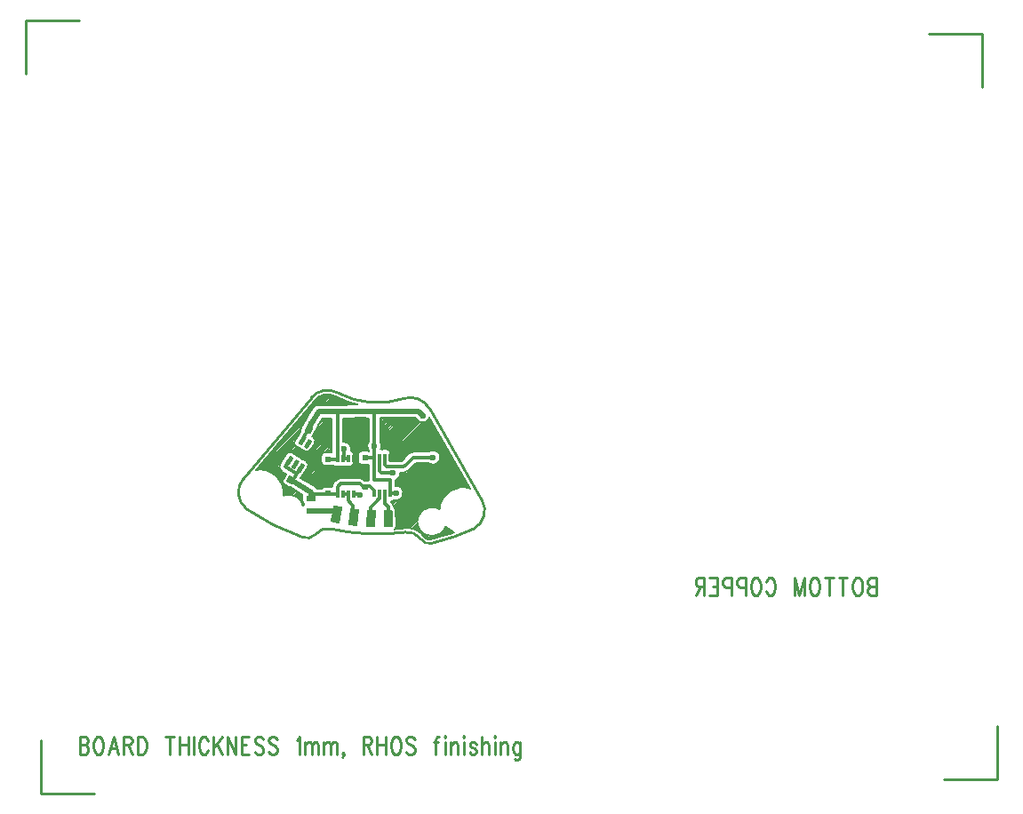
<source format=gbr>
*
*
G04 PADS9.1 Build Number: 392894 generated Gerber (RS-274-X) file*
G04 PC Version=2.1*
*
%IN "4SGI.pcb"*%
*
%MOIN*%
*
%FSLAX35Y35*%
*
*
*
*
G04 PC Standard Apertures*
*
*
G04 Thermal Relief Aperture macro.*
%AMTER*
1,1,$1,0,0*
1,0,$1-$2,0,0*
21,0,$3,$4,0,0,45*
21,0,$3,$4,0,0,135*
%
*
*
G04 Annular Aperture macro.*
%AMANN*
1,1,$1,0,0*
1,0,$2,0,0*
%
*
*
G04 Odd Aperture macro.*
%AMODD*
1,1,$1,0,0*
1,0,$1-0.005,0,0*
%
*
*
G04 PC Custom Aperture Macros*
*
*
*
*
*
*
G04 PC Aperture Table*
*
%ADD010C,0.001*%
%ADD012C,0.01*%
%ADD018R,0.02165X0.02165*%
%ADD019R,0.035X0.024*%
%ADD020C,0.01181*%
%ADD021C,0.02362*%
%ADD022C,0.00709*%
%ADD023C,0.01969*%
%ADD024R,0.01181X0.0315*%
%ADD027C,0.00039*%
*
*
*
*
G04 PC Circuitry*
G04 Layer Name 4SGI.pcb - circuitry*
%LPD*%
*
*
G04 PC Custom Flashes*
G04 Layer Name 4SGI.pcb - flashes*
%LPD*%
*
*
G04 PC Circuitry*
G04 Layer Name 4SGI.pcb - circuitry*
%LPD*%
*
G54D10*
G54D12*
G01X2136806Y1535856D02*
Y1529294D01*
Y1535856D02*
X2134761D01*
X2134079Y1535544*
X2133852Y1535231*
X2133625Y1534606*
Y1533981*
X2133852Y1533356*
X2134079Y1533044*
X2134761Y1532731*
X2136806D02*
X2134761D01*
X2134079Y1532419*
X2133852Y1532106*
X2133625Y1531481*
Y1530544*
X2133852Y1529919*
X2134079Y1529606*
X2134761Y1529294*
X2136806*
X2130216Y1535856D02*
X2130670Y1535544D01*
X2131125Y1534919*
X2131352Y1534294*
X2131579Y1533356*
Y1531794*
X2131352Y1530856*
X2131125Y1530231*
X2130670Y1529606*
X2130216Y1529294*
X2129306*
X2128852Y1529606*
X2128397Y1530231*
X2128170Y1530856*
X2127943Y1531794*
Y1533356*
X2128170Y1534294*
X2128397Y1534919*
X2128852Y1535544*
X2129306Y1535856*
X2130216*
X2124306D02*
Y1529294D01*
X2125897Y1535856D02*
X2122716D01*
X2119079D02*
Y1529294D01*
X2120670Y1535856D02*
X2117488D01*
X2114079D02*
X2114534Y1535544D01*
X2114988Y1534919*
X2115216Y1534294*
X2115443Y1533356*
Y1531794*
X2115216Y1530856*
X2114988Y1530231*
X2114534Y1529606*
X2114079Y1529294*
X2113170*
X2112716Y1529606*
X2112261Y1530231*
X2112034Y1530856*
X2111806Y1531794*
Y1533356*
X2112034Y1534294*
X2112261Y1534919*
X2112716Y1535544*
X2113170Y1535856*
X2114079*
X2109761D02*
Y1529294D01*
Y1535856D02*
X2107943Y1529294D01*
X2106125Y1535856D02*
X2107943Y1529294D01*
X2106125Y1535856D02*
Y1529294D01*
X2095443Y1534294D02*
X2095670Y1534919D01*
X2096125Y1535544*
X2096579Y1535856*
X2097488*
X2097943Y1535544*
X2098397Y1534919*
X2098625Y1534294*
X2098852Y1533356*
Y1531794*
X2098625Y1530856*
X2098397Y1530231*
X2097943Y1529606*
X2097488Y1529294*
X2096579*
X2096125Y1529606*
X2095670Y1530231*
X2095443Y1530856*
X2092034Y1535856D02*
X2092488Y1535544D01*
X2092943Y1534919*
X2093170Y1534294*
X2093397Y1533356*
Y1531794*
X2093170Y1530856*
X2092943Y1530231*
X2092488Y1529606*
X2092034Y1529294*
X2091125*
X2090670Y1529606*
X2090216Y1530231*
X2089988Y1530856*
X2089761Y1531794*
Y1533356*
X2089988Y1534294*
X2090216Y1534919*
X2090670Y1535544*
X2091125Y1535856*
X2092034*
X2087716D02*
Y1529294D01*
Y1535856D02*
X2085670D01*
X2084988Y1535544*
X2084761Y1535231*
X2084534Y1534606*
Y1533669*
X2084761Y1533044*
X2084988Y1532731*
X2085670Y1532419*
X2087716*
X2082488Y1535856D02*
Y1529294D01*
Y1535856D02*
X2080443D01*
X2079761Y1535544*
X2079534Y1535231*
X2079306Y1534606*
Y1533669*
X2079534Y1533044*
X2079761Y1532731*
X2080443Y1532419*
X2082488*
X2077261Y1535856D02*
Y1529294D01*
Y1535856D02*
X2074306D01*
X2077261Y1532731D02*
X2075443D01*
X2077261Y1529294D02*
X2074306D01*
X2072261Y1535856D02*
Y1529294D01*
Y1535856D02*
X2070216D01*
X2069534Y1535544*
X2069306Y1535231*
X2069079Y1534606*
Y1533981*
X2069306Y1533356*
X2069534Y1533044*
X2070216Y1532731*
X2072261*
X2070670D02*
X2069079Y1529294D01*
X1837997Y1476324D02*
Y1469761D01*
Y1476324D02*
X1840042D01*
X1840724Y1476011*
X1840951Y1475699*
X1841179Y1475074*
Y1474449*
X1840951Y1473824*
X1840724Y1473511*
X1840042Y1473199*
X1837997D02*
X1840042D01*
X1840724Y1472886*
X1840951Y1472574*
X1841179Y1471949*
Y1471011*
X1840951Y1470386*
X1840724Y1470074*
X1840042Y1469761*
X1837997*
X1844588Y1476324D02*
X1844133Y1476011D01*
X1843679Y1475386*
X1843451Y1474761*
X1843224Y1473824*
Y1472261*
X1843451Y1471324*
X1843679Y1470699*
X1844133Y1470074*
X1844588Y1469761*
X1845497*
X1845951Y1470074*
X1846406Y1470699*
X1846633Y1471324*
X1846860Y1472261*
Y1473824*
X1846633Y1474761*
X1846406Y1475386*
X1845951Y1476011*
X1845497Y1476324*
X1844588*
X1850724D02*
X1848906Y1469761D01*
X1850724Y1476324D02*
X1852542Y1469761D01*
X1849588Y1471949D02*
X1851860D01*
X1854588Y1476324D02*
Y1469761D01*
Y1476324D02*
X1856633D01*
X1857315Y1476011*
X1857542Y1475699*
X1857769Y1475074*
Y1474449*
X1857542Y1473824*
X1857315Y1473511*
X1856633Y1473199*
X1854588*
X1856179D02*
X1857769Y1469761D01*
X1859815Y1476324D02*
Y1469761D01*
Y1476324D02*
X1861406D01*
X1862088Y1476011*
X1862542Y1475386*
X1862769Y1474761*
X1862997Y1473824*
Y1472261*
X1862769Y1471324*
X1862542Y1470699*
X1862088Y1470074*
X1861406Y1469761*
X1859815*
X1871860Y1476324D02*
Y1469761D01*
X1870269Y1476324D02*
X1873451D01*
X1875497D02*
Y1469761D01*
X1878679Y1476324D02*
Y1469761D01*
X1875497Y1473199D02*
X1878679D01*
X1880724Y1476324D02*
Y1469761D01*
X1886179Y1474761D02*
X1885951Y1475386D01*
X1885497Y1476011*
X1885042Y1476324*
X1884133*
X1883679Y1476011*
X1883224Y1475386*
X1882997Y1474761*
X1882769Y1473824*
Y1472261*
X1882997Y1471324*
X1883224Y1470699*
X1883679Y1470074*
X1884133Y1469761*
X1885042*
X1885497Y1470074*
X1885951Y1470699*
X1886179Y1471324*
X1888224Y1476324D02*
Y1469761D01*
X1891406Y1476324D02*
X1888224Y1471949D01*
X1889360Y1473511D02*
X1891406Y1469761D01*
X1893451Y1476324D02*
Y1469761D01*
Y1476324D02*
X1896633Y1469761D01*
Y1476324D02*
Y1469761D01*
X1898679Y1476324D02*
Y1469761D01*
Y1476324D02*
X1901633D01*
X1898679Y1473199D02*
X1900497D01*
X1898679Y1469761D02*
X1901633D01*
X1906860Y1475386D02*
X1906406Y1476011D01*
X1905724Y1476324*
X1904815*
X1904133Y1476011*
X1903679Y1475386*
Y1474761*
X1903906Y1474136*
X1904133Y1473824*
X1904588Y1473511*
X1905951Y1472886*
X1906406Y1472574*
X1906633Y1472261*
X1906860Y1471636*
Y1470699*
X1906406Y1470074*
X1905724Y1469761*
X1904815*
X1904133Y1470074*
X1903679Y1470699*
X1912088Y1475386D02*
X1911633Y1476011D01*
X1910951Y1476324*
X1910042*
X1909360Y1476011*
X1908906Y1475386*
Y1474761*
X1909133Y1474136*
X1909360Y1473824*
X1909815Y1473511*
X1911179Y1472886*
X1911633Y1472574*
X1911860Y1472261*
X1912088Y1471636*
Y1470699*
X1911633Y1470074*
X1910951Y1469761*
X1910042*
X1909360Y1470074*
X1908906Y1470699*
X1919360Y1475074D02*
X1919815Y1475386D01*
X1920497Y1476324*
Y1469761*
X1922542Y1474136D02*
Y1469761D01*
Y1472886D02*
X1923224Y1473824D01*
X1923679Y1474136*
X1924360*
X1924815Y1473824*
X1925042Y1472886*
Y1469761*
Y1472886D02*
X1925724Y1473824D01*
X1926179Y1474136*
X1926860*
X1927315Y1473824*
X1927542Y1472886*
Y1469761*
X1929588Y1474136D02*
Y1469761D01*
Y1472886D02*
X1930269Y1473824D01*
X1930724Y1474136*
X1931406*
X1931860Y1473824*
X1932088Y1472886*
Y1469761*
Y1472886D02*
X1932769Y1473824D01*
X1933224Y1474136*
X1933906*
X1934360Y1473824*
X1934588Y1472886*
Y1469761*
X1937088Y1470074D02*
X1936860Y1469761D01*
X1936633Y1470074*
X1936860Y1470386*
X1937088Y1470074*
Y1469449*
X1936860Y1468824*
X1936633Y1468511*
X1944360Y1476324D02*
Y1469761D01*
Y1476324D02*
X1946406D01*
X1947088Y1476011*
X1947315Y1475699*
X1947542Y1475074*
Y1474449*
X1947315Y1473824*
X1947088Y1473511*
X1946406Y1473199*
X1944360*
X1945951D02*
X1947542Y1469761D01*
X1949588Y1476324D02*
Y1469761D01*
X1952769Y1476324D02*
Y1469761D01*
X1949588Y1473199D02*
X1952769D01*
X1956179Y1476324D02*
X1955724Y1476011D01*
X1955269Y1475386*
X1955042Y1474761*
X1954815Y1473824*
Y1472261*
X1955042Y1471324*
X1955269Y1470699*
X1955724Y1470074*
X1956179Y1469761*
X1957088*
X1957542Y1470074*
X1957997Y1470699*
X1958224Y1471324*
X1958451Y1472261*
Y1473824*
X1958224Y1474761*
X1957997Y1475386*
X1957542Y1476011*
X1957088Y1476324*
X1956179*
X1963679Y1475386D02*
X1963224Y1476011D01*
X1962542Y1476324*
X1961633*
X1960951Y1476011*
X1960497Y1475386*
Y1474761*
X1960724Y1474136*
X1960951Y1473824*
X1961406Y1473511*
X1962769Y1472886*
X1963224Y1472574*
X1963451Y1472261*
X1963679Y1471636*
Y1470699*
X1963224Y1470074*
X1962542Y1469761*
X1961633*
X1960951Y1470074*
X1960497Y1470699*
X1972769Y1476324D02*
X1972315D01*
X1971860Y1476011*
X1971633Y1475074*
Y1469761*
X1970951Y1474136D02*
X1972542D01*
X1974815Y1476324D02*
X1975042Y1476011D01*
X1975269Y1476324*
X1975042Y1476636*
X1974815Y1476324*
X1975042Y1474136D02*
Y1469761D01*
X1977315Y1474136D02*
Y1469761D01*
Y1472886D02*
X1977997Y1473824D01*
X1978451Y1474136*
X1979133*
X1979588Y1473824*
X1979815Y1472886*
Y1469761*
X1981860Y1476324D02*
X1982088Y1476011D01*
X1982315Y1476324*
X1982088Y1476636*
X1981860Y1476324*
X1982088Y1474136D02*
Y1469761D01*
X1986860Y1473199D02*
X1986633Y1473824D01*
X1985951Y1474136*
X1985269*
X1984588Y1473824*
X1984360Y1473199*
X1984588Y1472574*
X1985042Y1472261*
X1986179Y1471949*
X1986633Y1471636*
X1986860Y1471011*
Y1470699*
X1986633Y1470074*
X1985951Y1469761*
X1985269*
X1984588Y1470074*
X1984360Y1470699*
X1988906Y1476324D02*
Y1469761D01*
Y1472886D02*
X1989588Y1473824D01*
X1990042Y1474136*
X1990724*
X1991179Y1473824*
X1991406Y1472886*
Y1469761*
X1993451Y1476324D02*
X1993679Y1476011D01*
X1993906Y1476324*
X1993679Y1476636*
X1993451Y1476324*
X1993679Y1474136D02*
Y1469761D01*
X1995951Y1474136D02*
Y1469761D01*
Y1472886D02*
X1996633Y1473824D01*
X1997088Y1474136*
X1997769*
X1998224Y1473824*
X1998451Y1472886*
Y1469761*
X2003224Y1474136D02*
Y1469136D01*
X2002997Y1468199*
X2002769Y1467886*
X2002315Y1467574*
X2001633*
X2001179Y1467886*
X2003224Y1473199D02*
X2002769Y1473824D01*
X2002315Y1474136*
X2001633*
X2001179Y1473824*
X2000724Y1473199*
X2000497Y1472261*
Y1471636*
X2000724Y1470699*
X2001179Y1470074*
X2001633Y1469761*
X2002315*
X2002769Y1470074*
X2003224Y1470699*
X1900788Y1561558D02*
G75*
G03X1921809Y1551031I48934J71466D01*
G01X1921827Y1551025D02*
G03X1926389Y1552091I1471J3999D01*
G01X1932249Y1554225D02*
G03X1926391Y1552092I-1336J-5442D01*
G01X1932289Y1554216D02*
G03X1960292Y1552993I17468J78795D01*
G01X1965815Y1550567D02*
G03X1960269Y1552990I-4781J-3386D01*
G01X1965819Y1550561D02*
G03X1970341Y1548880I3345J2074D01*
G01X1970380Y1548889D02*
G03X1985922Y1554286I-20514J84150D01*
G01X1985913Y1554281D02*
G03X1988944Y1564993I-3840J6872D01*
G01X1988940Y1564999D02*
X1969016Y1599606D01*
X1969018Y1599603D02*
G03X1959686Y1603148I-6910J-4135D01*
G01X1934880Y1605240D02*
G03X1959709Y1603156I14835J27784D01*
G01X1934845Y1605259D02*
G03X1924876Y1603376I-3866J-6861D01*
G01X1924879Y1603379D02*
X1899587Y1573281D01*
X1899585Y1573278D02*
G03X1900763Y1561574I5923J-5315D01*
G01X1837791Y1744944D02*
X1817791D01*
Y1724944*
X1823603Y1475056D02*
Y1455056D01*
X1843603*
X2162209Y1460312D02*
X2182209D01*
Y1480312*
X2176373Y1719944D02*
Y1739944D01*
X2156373*
G54D18*
X1945009Y1569811D03*
Y1573354D03*
X1931229Y1580441D03*
Y1576898D03*
Y1567449D03*
Y1570992D03*
X1945009Y1580835D03*
Y1577291D03*
G54D19*
X1924930Y1560915D03*
Y1565715D03*
G54D20*
X1918109Y1572788D02*
X1918333Y1573141D01*
X1919418Y1574857*
X1917808Y1572312D02*
X1918109Y1572788D01*
X1924930Y1567252D02*
X1931229D01*
Y1567449*
Y1567252D02*
X1934772D01*
X1933097Y1560915D02*
X1934180Y1559831D01*
X1934772Y1567252D02*
Y1570008D01*
X1935953Y1571189*
X1943040*
X1936741Y1567252D02*
X1938709D01*
Y1564890*
X1939860Y1563678*
X1940617Y1562921*
Y1558754*
X1940678Y1567252D02*
X1942646D01*
X1943040Y1566465*
Y1566858*
X1931229Y1570992D02*
Y1576898D01*
X1959812Y1567646D02*
X1959969Y1566858D01*
X1944418Y1569811D02*
X1944615Y1569614D01*
X1945009*
X1959182Y1570795D02*
X1959812Y1567646D01*
X1943040Y1571189D02*
X1944418Y1569811D01*
X1945009Y1569614D02*
X1945599Y1570205D01*
X1946977*
X1948552Y1568630*
Y1567646*
X1959969Y1566858D02*
X1960013Y1564882D01*
X1960144Y1558925*
X1952489Y1567646D02*
Y1563709D01*
X1953670Y1562528*
X1954457Y1567646D02*
X1956820D01*
X1945009Y1569811D02*
Y1569614D01*
X1953648Y1558299D02*
X1953670Y1558321D01*
Y1562528*
X1947122Y1558242D02*
Y1562233D01*
X1949880Y1564991*
Y1565136*
X1950520Y1565776*
Y1567646*
X1915087Y1577535D02*
Y1577555D01*
X1916561Y1579914*
X1919418Y1574857D02*
X1920901Y1577201D01*
X1915087Y1577535D02*
Y1577488D01*
X1919418Y1574857*
X1911544Y1577094D02*
X1913947Y1574692D01*
Y1574560*
X1921359Y1587593D02*
X1922918Y1590087D01*
X1923749Y1591268*
Y1591597*
X1937135Y1580638D02*
X1938709D01*
X1934772D02*
Y1581819D01*
Y1584181*
X1923749Y1591597D02*
Y1591631D01*
X1923789Y1591607*
X1937135Y1584181D02*
Y1581819D01*
Y1580638*
X1924930Y1593583D02*
Y1593630D01*
X1936741Y1580638D02*
X1937135D01*
X1931229Y1580441D02*
X1934575D01*
X1934772Y1580638*
X1948552Y1585362D02*
Y1581031D01*
X1945009Y1577291D02*
Y1573354D01*
Y1580835D02*
X1948355D01*
X1948552Y1581031*
X1952489D02*
Y1578276D01*
X1953276Y1577488*
X1959575*
X1960363Y1578276*
X1960363*
X1963119Y1581031*
X1970599*
X1950520D02*
Y1575913D01*
X1951308Y1575126*
X1955638*
X1948552Y1581031D02*
Y1572764D01*
X1954457*
Y1567646*
X1934772Y1598262D02*
Y1584181D01*
X1948552Y1598354D02*
Y1585362D01*
G54D21*
X1959182Y1570795D03*
X1943040Y1566858D03*
X1959969D03*
X1956820Y1567646D03*
X1909575Y1579063D03*
X1911544Y1577094D03*
X1937135Y1584181D03*
X1924930Y1593630D03*
X1948552Y1585362D03*
X1955638Y1575126D03*
X1970599Y1581031D03*
X1946190Y1598354D03*
X1966662Y1596780D03*
G54D22*
X1984640Y1569390D02*
G03X1972970Y1561609I-2880J-8323D01*
G01X1984640Y1569390D02*
X1969283Y1596066D01*
X1964162Y1595716D02*
G03X1969283Y1596066I2500J1064D01*
G01X1964162Y1595716D02*
X1964044Y1595835D01*
X1950678*
Y1587053*
X1950979Y1584142D02*
G03X1950678Y1587053I-2427J1220D01*
G01X1950979Y1584142D02*
X1951111D01*
X1951505Y1584090D02*
G03X1951111Y1584142I-394J-1484D01*
G01X1951898D02*
G03X1951505Y1584090I0J-1536D01*
G01X1951898Y1584142D02*
X1953079D01*
X1954615Y1582606D02*
G03X1953079Y1584142I-1536J0D01*
G01X1954615Y1582606D02*
Y1581031D01*
Y1579614*
X1958695*
X1958860Y1579779*
X1961615Y1582535*
X1963119Y1583158D02*
G03X1961615Y1582535I-0J-2127D01*
G01X1963119Y1583158D02*
X1968908D01*
Y1578905D02*
G03Y1583157I1691J2126D01*
G01Y1578905D02*
X1963999D01*
X1961866Y1576772*
X1961079Y1575985*
X1959575Y1575362D02*
G03X1961079Y1575985I0J2126D01*
G01X1959575Y1575362D02*
X1958345D01*
X1956583Y1572579D02*
G03X1958345Y1575362I-945J2547D01*
G01X1956583Y1572579D02*
Y1570352D01*
X1956159Y1565011D02*
G03X1956583Y1570352I661J2635D01*
G01X1955048Y1564535D02*
G03X1956159Y1565011I-0J1536D01*
G01X1955048Y1564535D02*
X1954669D01*
X1955173Y1564031*
X1955790Y1562683D02*
G03X1955173Y1564031I-2120J-155D01*
G01X1956522Y1561454D02*
G03X1955790Y1562683I-1533J-80D01*
G01X1956522Y1561454D02*
X1956836Y1555462D01*
X1956142Y1554096D02*
G03X1956836Y1555462I-839J1286D01*
G01X1956142Y1554096D02*
G03X1960074Y1554513I-6385J78915D01*
G01X1967072Y1551449D02*
G03X1960074Y1554513I-6038J-4268D01*
G01X1967124Y1551371D02*
G03X1967072Y1551449I-1306J-808D01*
G01X1967124Y1551372D02*
G03X1969881Y1550345I2040J1263D01*
G01X1969976Y1550371D02*
G03X1969881Y1550345I363J-1492D01*
G01X1969976Y1550371D02*
G03X1978450Y1552906I-20110J82668D01*
G01X1975270Y1555113D02*
G03X1978450Y1552906I6490J5954D01*
G01X1972970Y1561609D02*
G03X1975270Y1555113I-2858J-4667D01*
G01X1946460Y1572384D02*
G03X1946091Y1572429I-369J-1490D01*
G01X1946426Y1572764D02*
G03X1946460Y1572384I2126J-0D01*
G01X1946426Y1572764D02*
Y1578253D01*
X1946091Y1578217D02*
G03X1946426Y1578253I0J1535D01*
G01X1946091Y1578217D02*
X1943926D01*
X1942390Y1579752D02*
G03X1943926Y1578217I1536J-0D01*
G01X1942390Y1579752D02*
Y1581917D01*
X1943926Y1583453D02*
G03X1942390Y1581917I-0J-1536D01*
G01X1943926Y1583453D02*
X1946091D01*
X1946426Y1583416D02*
G03X1946091Y1583453I-335J-1499D01*
G01X1946426Y1583416D02*
Y1583671D01*
Y1587053D02*
G03Y1583671I2126J-1691D01*
G01Y1587053D02*
Y1595648D01*
X1945195Y1595826D02*
G03X1946426Y1595648I995J2528D01*
G01X1945195Y1595826D02*
X1936898Y1595759D01*
Y1586887*
X1939801Y1583664D02*
G03X1936898Y1586887I-2666J517D01*
G01X1940835Y1582213D02*
G03X1939801Y1583664I-1535J-0D01*
G01X1940835Y1582213D02*
Y1579063D01*
X1939300Y1577528D02*
G03X1940835Y1579063I-0J1535D01*
G01X1939300Y1577528D02*
X1938119D01*
X1937725Y1577579D02*
G03X1938119Y1577528I394J1484D01*
G01X1937331D02*
G03X1937725Y1577579I0J1535D01*
G01X1937331Y1577528D02*
X1936150D01*
X1935757Y1577579D02*
G03X1936150Y1577528I393J1484D01*
G01X1935363D02*
G03X1935757Y1577579I-0J1535D01*
G01X1935363Y1577528D02*
X1934182D01*
X1933058Y1578016D02*
G03X1934182Y1577528I1124J1047D01*
G01X1932312Y1577823D02*
G03X1933058Y1578016I-0J1535D01*
G01X1932312Y1577823D02*
X1930146D01*
X1928611Y1579358D02*
G03X1930146Y1577823I1535J0D01*
G01X1928611Y1579358D02*
Y1581524D01*
X1930146Y1583059D02*
G03X1928611Y1581524I0J-1535D01*
G01X1930146Y1583059D02*
X1932312D01*
X1932646Y1583022D02*
G03X1932312Y1583059I-334J-1498D01*
G01X1932646Y1583022D02*
Y1584181D01*
Y1595724*
X1929108Y1595696*
X1927613Y1593204*
X1926754Y1591617D02*
G03X1927613Y1593204I-1824J2013D01*
G01X1926598Y1591236D02*
G03X1926754Y1591617I-1330J768D01*
G01X1926598Y1591236D02*
X1925515Y1589361D01*
X1925120Y1588910D02*
G03X1925515Y1589361I-935J1218D01*
G01X1925120Y1588910D02*
X1925679Y1588561D01*
X1926167Y1586446D02*
G03X1925679Y1588561I-1302J813D01*
G01X1926167Y1586446D02*
X1924498Y1583774D01*
X1922382Y1583286D02*
G03X1924498Y1583774I814J1302D01*
G01X1922382Y1583286D02*
X1921381Y1583912D01*
X1920883Y1584415D02*
G03X1921381Y1583912I1311J799D01*
G01X1920212Y1584642D02*
G03X1920883Y1584415I814J1302D01*
G01X1920212Y1584642D02*
X1919210Y1585268D01*
X1918722Y1587384D02*
G03X1919210Y1585268I1302J-814D01*
G01X1918722Y1587384D02*
X1920391Y1590055D01*
X1920839Y1590772*
X1920980Y1591979D02*
G03X1920839Y1590772I1330J-768D01*
G01X1920980Y1591979D02*
X1922063Y1593854D01*
X1922258Y1594120D02*
G03X1922063Y1593854I1135J-1034D01*
G01X1923292Y1595797D02*
G03X1922258Y1594120I1638J-2167D01*
G01X1923292Y1595797D02*
X1925513Y1599500D01*
X1927654Y1600723D02*
G03X1925513Y1599500I20J-2519D01*
G01X1927654Y1600723D02*
X1934752Y1600781D01*
X1942270Y1600842*
X1934124Y1603904D02*
G03X1942270Y1600842I15591J29120D01*
G01X1934094Y1603920D02*
G03X1934124Y1603904I754J1337D01*
G01X1934094Y1603920D02*
G03X1926068Y1602408I-3115J-5522D01*
G01X1926054Y1602391D02*
G03X1926068Y1602408I-1175J988D01*
G01X1926054Y1602391D02*
X1904215Y1576402D01*
X1914453Y1566729D02*
G03X1904215Y1576402I-8752J991D01*
G01X1921804Y1562797D02*
G03X1914453Y1566729I-5348J-1161D01*
G01X1922222Y1563315D02*
G03X1921804Y1562797I958J-1200D01*
G01X1921644Y1564515D02*
G03X1922222Y1563315I1536J-0D01*
G01X1921644Y1564515D02*
Y1566915D01*
X1921652Y1567068D02*
G03X1921644Y1566915I1528J-153D01*
G01X1921652Y1567068D02*
X1917082Y1569809D01*
X1916644Y1569979D02*
G03X1917082Y1569809I768J1330D01*
G01X1916644Y1569979D02*
X1914769Y1571062D01*
X1914207Y1573159D02*
G03X1914769Y1571062I1329J-767D01*
G01X1914207Y1573159D02*
X1915222Y1574918D01*
X1913983Y1575671*
X1912961Y1577488D02*
G03X1913983Y1575671I2126J0D01*
G01X1912961Y1577488D02*
Y1577535D01*
Y1577555*
X1913284Y1578682D02*
G03X1912961Y1577555I1803J-1127D01*
G01X1913284Y1578682D02*
X1913923Y1579705D01*
X1915592Y1582376*
X1917708Y1582864D02*
G03X1915592Y1582376I-813J-1302D01*
G01X1917708Y1582864D02*
X1918710Y1582238D01*
X1919208Y1581735D02*
G03X1918710Y1582238I-1312J-799D01*
G01X1919878Y1581508D02*
G03X1919208Y1581735I-813J-1302D01*
G01X1919878Y1581508D02*
X1920880Y1580882D01*
X1921378Y1580379D02*
G03X1920880Y1580882I-1312J-799D01*
G01X1922049Y1580152D02*
G03X1921378Y1580379I-814J-1302D01*
G01X1922049Y1580152D02*
X1923050Y1579526D01*
X1923539Y1577410D02*
G03X1923050Y1579526I-1302J814D01*
G01X1923539Y1577410D02*
X1921870Y1574739D01*
X1921771Y1574599D02*
G03X1921870Y1574739I-1203J954D01*
G01X1921771Y1574599D02*
X1921215Y1573720D01*
X1920979Y1573348*
X1926226Y1570200*
X1927065Y1569378D02*
G03X1926226Y1570200I-2135J-1339D01*
G01X1927065Y1569378D02*
X1928865D01*
X1930146Y1570067D02*
G03X1928865Y1569378I0J-1536D01*
G01X1930146Y1570067D02*
X1932312D01*
X1932646Y1570030D02*
G03X1932312Y1570067I-334J-1499D01*
G01X1933269Y1571511D02*
G03X1932646Y1570030I1503J-1503D01*
G01X1933269Y1571511D02*
X1934450Y1572692D01*
X1935953Y1573315D02*
G03X1934450Y1572692I0J-2126D01*
G01X1935953Y1573315D02*
X1943040D01*
X1944543Y1572692D02*
G03X1943040Y1573315I-1503J-1503D01*
G01X1944543Y1572692D02*
X1944806Y1572429D01*
X1946091*
X1938214Y1586674D02*
X1946426Y1594885D01*
X1938783Y1586340D02*
X1946426Y1593983D01*
X1939241Y1585897D02*
X1946426Y1593081D01*
X1939590Y1585343D02*
X1946426Y1592179D01*
X1939809Y1584660D02*
X1946426Y1591277D01*
X1939820Y1583769D02*
X1946426Y1590375D01*
X1940316Y1583364D02*
X1946426Y1589473D01*
X1940699Y1582845D02*
X1946426Y1588571D01*
X1940835Y1582079D02*
X1946426Y1587670D01*
X1941993Y1573315D02*
X1946426Y1577748D01*
X1942895Y1573315D02*
X1946426Y1576846D01*
X1943694Y1573212D02*
X1946426Y1575944D01*
X1944292Y1572908D02*
X1946426Y1575042D01*
X1944761Y1572475D02*
X1946426Y1574140D01*
X1945617Y1572429D02*
X1946426Y1573238D01*
X1937510Y1586872D02*
X1946278Y1595639D01*
X1945817Y1583453D02*
X1946263Y1583899D01*
X1940835Y1581177D02*
X1946030Y1586371D01*
X1941091Y1573315D02*
X1945993Y1578217D01*
X1944915Y1583453D02*
X1945972Y1584510D01*
X1944013Y1583453D02*
X1945837Y1585276D01*
X1936898Y1587162D02*
X1945471Y1595735D01*
X1940189Y1573315D02*
X1945091Y1578217D01*
X1936898Y1588064D02*
X1944657Y1595822D01*
X1939287Y1573315D02*
X1944189Y1578217D01*
X1936898Y1588966D02*
X1943747Y1595815D01*
X1938385Y1573315D02*
X1943385Y1578315D01*
X1936898Y1589868D02*
X1942838Y1595807D01*
X1937483Y1573315D02*
X1942837Y1578669D01*
X1936581Y1573315D02*
X1942486Y1579219D01*
X1940835Y1580275D02*
X1942390Y1581830D01*
X1940835Y1579373D02*
X1942390Y1580928D01*
X1940581Y1578217D02*
X1942390Y1580026D01*
X1936898Y1590770D02*
X1941929Y1595800D01*
X1941553Y1600836D02*
X1941697Y1600980D01*
X1936898Y1591672D02*
X1941019Y1595793D01*
X1940644Y1600829D02*
X1940982Y1601168D01*
X1939734Y1600822D02*
X1940281Y1601368D01*
X1935659Y1573294D02*
X1940146Y1577782D01*
X1936898Y1592574D02*
X1940110Y1595785D01*
X1938825Y1600814D02*
X1939592Y1601582D01*
X1936898Y1593476D02*
X1939200Y1595778D01*
X1931529Y1570067D02*
X1938990Y1577528D01*
X1937916Y1600807D02*
X1938916Y1601807D01*
X1936898Y1594378D02*
X1938291Y1595770D01*
X1937006Y1600799D02*
X1938252Y1602045D01*
X1930627Y1570067D02*
X1938088Y1577528D01*
X1936097Y1600792D02*
X1937599Y1602295D01*
X1936898Y1595280D02*
X1937382Y1595763D01*
X1929639Y1569981D02*
X1937186Y1577528D01*
X1935188Y1600785D02*
X1936958Y1602555D01*
X1934278Y1600777D02*
X1936328Y1602827D01*
X1928134Y1569378D02*
X1936284Y1577528D01*
X1933369Y1600770D02*
X1935708Y1603109D01*
X1927232Y1569378D02*
X1935382Y1577528D01*
X1932460Y1600762D02*
X1935099Y1603402D01*
X1931550Y1600755D02*
X1934500Y1603705D01*
X1926742Y1569790D02*
X1934480Y1577528D01*
X1930641Y1600748D02*
X1933912Y1604019D01*
X1926241Y1570191D02*
X1933667Y1577616D01*
X1929731Y1600740D02*
X1933292Y1604301D01*
X1925678Y1570529D02*
X1933111Y1577963D01*
X1932427Y1570063D02*
X1932667Y1570303D01*
X1931894Y1583059D02*
X1932646Y1583812D01*
X1930992Y1583059D02*
X1932646Y1584714D01*
X1930089Y1583058D02*
X1932646Y1585616D01*
X1923538Y1577410D02*
X1932646Y1586518D01*
X1923744Y1578517D02*
X1932646Y1587420D01*
X1923467Y1579142D02*
X1932646Y1588322D01*
X1922988Y1579565D02*
X1932646Y1589224D01*
X1922433Y1579912D02*
X1932646Y1590126D01*
X1921868Y1580249D02*
X1932646Y1591028D01*
X1924509Y1583792D02*
X1932646Y1591930D01*
X1926012Y1586197D02*
X1932646Y1592831D01*
X1926385Y1587473D02*
X1932646Y1593733D01*
X1926134Y1588123D02*
X1932646Y1594635D01*
X1925673Y1588565D02*
X1932646Y1595537D01*
X1928822Y1600733D02*
X1932613Y1604524D01*
X1925114Y1570867D02*
X1932069Y1577823D01*
X1925413Y1589206D02*
X1931925Y1595719D01*
X1927913Y1600726D02*
X1931863Y1604676D01*
X1924550Y1571206D02*
X1931167Y1577823D01*
X1926880Y1600595D02*
X1931023Y1604738D01*
X1926660Y1591355D02*
X1931016Y1595711D01*
X1923986Y1571544D02*
X1930265Y1577823D01*
X1927621Y1593218D02*
X1930107Y1595704D01*
X1917002Y1591619D02*
X1930053Y1604670D01*
X1923423Y1571882D02*
X1929504Y1577964D01*
X1928974Y1595473D02*
X1929197Y1595696D01*
X1922859Y1572220D02*
X1928988Y1578350D01*
X1921748Y1597266D02*
X1928852Y1604371D01*
X1922295Y1572559D02*
X1928671Y1578934D01*
X1922036Y1575005D02*
X1928612Y1581581D01*
X1921168Y1573235D02*
X1928611Y1580678D01*
X1921731Y1572897D02*
X1928611Y1579776D01*
X1912257Y1585971D02*
X1925106Y1598821D01*
X1921261Y1580544D02*
X1923992Y1583275D01*
X1907511Y1580324D02*
X1923753Y1596566D01*
X1920767Y1580953D02*
X1922897Y1583082D01*
X1904540Y1576451D02*
X1922270Y1594181D01*
X1920212Y1581299D02*
X1922269Y1583357D01*
X1921756Y1563000D02*
X1922141Y1563384D01*
X1921533Y1563679D02*
X1921767Y1563913D01*
X1919640Y1581629D02*
X1921714Y1583703D01*
X1920487Y1565338D02*
X1921644Y1566496D01*
X1920892Y1564841D02*
X1921644Y1565594D01*
X1921242Y1564290D02*
X1921644Y1564692D01*
X1920028Y1565782D02*
X1921441Y1567194D01*
X1919054Y1581945D02*
X1921175Y1584066D01*
X1905517Y1576526D02*
X1920995Y1592004D01*
X1919517Y1566173D02*
X1920877Y1567533D01*
X1906394Y1576501D02*
X1920804Y1590911D01*
X1918547Y1582340D02*
X1920660Y1584453D01*
X1918950Y1566508D02*
X1920313Y1567871D01*
X1917992Y1582687D02*
X1920049Y1584744D01*
X1918322Y1566781D02*
X1919750Y1568209D01*
X1907195Y1576400D02*
X1919626Y1588831D01*
X1917411Y1583008D02*
X1919494Y1585091D01*
X1917622Y1566983D02*
X1919186Y1568547D01*
X1916562Y1583061D02*
X1918962Y1585461D01*
X1916833Y1567096D02*
X1918622Y1568886D01*
X1908627Y1576028D02*
X1918598Y1586000D01*
X1907937Y1576240D02*
X1918507Y1586810D01*
X1915917Y1567082D02*
X1918058Y1569224D01*
X1914778Y1566845D02*
X1917495Y1569562D01*
X1914505Y1567475D02*
X1916894Y1569863D01*
X1914486Y1568357D02*
X1916304Y1570175D01*
X1914390Y1569163D02*
X1915732Y1570506D01*
X1914233Y1569908D02*
X1915160Y1570836D01*
X1909272Y1575772D02*
X1915119Y1581618D01*
X1912778Y1572964D02*
X1914918Y1575103D01*
X1913145Y1572428D02*
X1914658Y1573941D01*
X1914024Y1570602D02*
X1914599Y1571176D01*
X1912378Y1573465D02*
X1914357Y1575444D01*
X1913771Y1571250D02*
X1914184Y1571664D01*
X1913477Y1571858D02*
X1914001Y1572382D01*
X1911944Y1573933D02*
X1913804Y1575793D01*
X1909878Y1575475D02*
X1913617Y1579214D01*
X1911478Y1574369D02*
X1913359Y1576250D01*
X1910979Y1574772D02*
X1913059Y1576852D01*
X1910446Y1575141D02*
X1912964Y1577659D01*
X1984207Y1569528D02*
X1984432Y1569753D01*
X1983481Y1569705D02*
X1984102Y1570325D01*
X1982699Y1569824D02*
X1983773Y1570898D01*
X1981847Y1569874D02*
X1983443Y1571470D01*
X1980904Y1569833D02*
X1983113Y1572042D01*
X1979829Y1569660D02*
X1982784Y1572615D01*
X1978526Y1569259D02*
X1982454Y1573187D01*
X1976484Y1568119D02*
X1982125Y1573760D01*
X1969872Y1562409D02*
X1981795Y1574332D01*
X1968821Y1562260D02*
X1981466Y1574905D01*
X1967290Y1561631D02*
X1981136Y1575477D01*
X1959155Y1554398D02*
X1980807Y1576049D01*
X1958138Y1554283D02*
X1980477Y1576622D01*
X1957136Y1554183D02*
X1980147Y1577194D01*
X1956578Y1554527D02*
X1979818Y1577767D01*
X1956825Y1555676D02*
X1979488Y1578339D01*
X1956780Y1556533D02*
X1979159Y1578912D01*
X1956735Y1557390D02*
X1978829Y1579484D01*
X1956690Y1558247D02*
X1978500Y1580056D01*
X1978385Y1552883D02*
X1978420Y1552918D01*
X1956645Y1559104D02*
X1978170Y1580629D01*
X1956600Y1559961D02*
X1977841Y1581201D01*
X1977006Y1552405D02*
X1977801Y1553200D01*
X1956555Y1560818D02*
X1977511Y1581774D01*
X1975665Y1551966D02*
X1977219Y1553521D01*
X1956497Y1561662D02*
X1977182Y1582346D01*
X1956222Y1562289D02*
X1976852Y1582919D01*
X1974359Y1551562D02*
X1976674Y1553877D01*
X1973162Y1580130D02*
X1976522Y1583491D01*
X1973311Y1581182D02*
X1976193Y1584063D01*
X1973084Y1551190D02*
X1976162Y1554268D01*
X1973161Y1581934D02*
X1975863Y1584636D01*
X1971839Y1550847D02*
X1975684Y1554691D01*
X1972861Y1582536D02*
X1975534Y1585208D01*
X1972447Y1583023D02*
X1975204Y1585781D01*
X1971924Y1583403D02*
X1974875Y1586353D01*
X1970743Y1562378D02*
X1974709Y1566344D01*
X1971281Y1583661D02*
X1974545Y1586926D01*
X1970462Y1583745D02*
X1974216Y1587498D01*
X1969136Y1583320D02*
X1973886Y1588070D01*
X1971502Y1562235D02*
X1973568Y1564301D01*
X1968071Y1583158D02*
X1973556Y1588643D01*
X1967169Y1583158D02*
X1973227Y1589215D01*
X1972179Y1562010D02*
X1973167Y1562998D01*
X1972787Y1561716D02*
X1972995Y1561924D01*
X1966267Y1583158D02*
X1972897Y1589788D01*
X1965365Y1583158D02*
X1972568Y1590360D01*
X1964463Y1583158D02*
X1972238Y1590933D01*
X1963561Y1583158D02*
X1971909Y1591505D01*
X1970622Y1550531D02*
X1971841Y1551750D01*
X1962593Y1583092D02*
X1971579Y1592077D01*
X1955784Y1562753D02*
X1971500Y1578469D01*
X1958214Y1579614D02*
X1971250Y1592650D01*
X1957312Y1579614D02*
X1970920Y1593222D01*
X1969440Y1550251D02*
X1970689Y1551500D01*
X1956410Y1579614D02*
X1970590Y1593795D01*
X1959525Y1567395D02*
X1970449Y1578319D01*
X1955508Y1579614D02*
X1970261Y1594367D01*
X1954615Y1579623D02*
X1969931Y1594939D01*
X1968591Y1550305D02*
X1969767Y1551481D01*
X1959470Y1568242D02*
X1969697Y1578469D01*
X1954615Y1580525D02*
X1969602Y1595512D01*
X1959228Y1568902D02*
X1969095Y1578769D01*
X1967950Y1550565D02*
X1968974Y1551589D01*
X1958861Y1569438D02*
X1968329Y1578905D01*
X1967444Y1550961D02*
X1968271Y1551789D01*
X1967055Y1551474D02*
X1967641Y1552060D01*
X1958386Y1569865D02*
X1967427Y1578905D01*
X1954615Y1581427D02*
X1967336Y1594148D01*
X1966659Y1551980D02*
X1967071Y1552392D01*
X1966224Y1552448D02*
X1966558Y1552781D01*
X1957799Y1570179D02*
X1966525Y1578905D01*
X1954615Y1582329D02*
X1966365Y1594079D01*
X1965751Y1552876D02*
X1966098Y1553223D01*
X1965237Y1553265D02*
X1965691Y1553718D01*
X1954520Y1583136D02*
X1965645Y1594261D01*
X1957068Y1570351D02*
X1965623Y1578905D01*
X1960186Y1554527D02*
X1965424Y1559765D01*
X1964683Y1553612D02*
X1965338Y1554267D01*
X1954170Y1583688D02*
X1965064Y1594582D01*
X1964086Y1553917D02*
X1965045Y1554876D01*
X1963440Y1554173D02*
X1964819Y1555552D01*
X1961136Y1554575D02*
X1964794Y1558233D01*
X1956583Y1570768D02*
X1964721Y1578905D01*
X1962741Y1554376D02*
X1964676Y1556311D01*
X1961978Y1554515D02*
X1964645Y1557182D01*
X1953623Y1584042D02*
X1964596Y1595016D01*
X1952820Y1584142D02*
X1964236Y1595558D01*
X1951918Y1584142D02*
X1963611Y1595835D01*
X1951016Y1584142D02*
X1962709Y1595835D01*
X1951268Y1585295D02*
X1961807Y1595835D01*
X1951167Y1586097D02*
X1960905Y1595835D01*
X1956583Y1571670D02*
X1960476Y1575562D01*
X1950899Y1586730D02*
X1960003Y1595835D01*
X1958181Y1574169D02*
X1959374Y1575362D01*
X1950678Y1587412D02*
X1959101Y1595835D01*
X1958352Y1575243D02*
X1958472Y1575362D01*
X1950678Y1588314D02*
X1958199Y1595835D01*
X1950678Y1589216D02*
X1957297Y1595835D01*
X1955583Y1563454D02*
X1957070Y1564941D01*
X1956583Y1572572D02*
X1956595Y1572583D01*
X1950678Y1590118D02*
X1956395Y1595835D01*
X1955215Y1563988D02*
X1956223Y1564995D01*
X1956148Y1554097D02*
X1956158Y1554107D01*
X1950678Y1591020D02*
X1955493Y1595835D01*
X1954765Y1564439D02*
X1954861Y1564535D01*
X1950678Y1591922D02*
X1954591Y1595835D01*
X1950678Y1592824D02*
X1953689Y1595835D01*
X1950678Y1593725D02*
X1952787Y1595835D01*
X1950678Y1594627D02*
X1951885Y1595835D01*
X1950678Y1595529D02*
X1950983Y1595835D01*
G54D23*
X1917808Y1572312D02*
X1924930Y1568039D01*
Y1567252*
X1917015Y1572788D02*
X1917808Y1572312D01*
X1924930Y1565715D02*
Y1567252D01*
Y1560915D02*
X1933097D01*
X1924930Y1593630D02*
X1927674Y1598204D01*
X1934772Y1598262*
X1923789Y1591607D02*
X1924930Y1593583D01*
X1934772Y1598262D02*
X1946190Y1598354D01*
X1948552D02*
X1965087D01*
X1966662Y1596780*
X1946190Y1598354D02*
X1948552D01*
G54D24*
Y1581031D03*
X1950520D03*
X1952489D03*
X1954457D03*
Y1567646D03*
X1952489D03*
X1950520D03*
X1948552D03*
X1934772Y1580638D03*
X1936741D03*
X1938709D03*
X1940678D03*
Y1567252D03*
X1938709D03*
X1936741D03*
X1934772D03*
G54D27*
X1915563Y1572399D02*
X1917404Y1571336D01*
X1918467Y1573177*
X1916626Y1574240*
X1915563Y1572399*
X1917404Y1571336D02*
X1917404D01*
X1917336Y1571375D02*
X1917427D01*
X1917268Y1571415D02*
X1917450D01*
X1917200Y1571454D02*
X1917473D01*
X1917132Y1571493D02*
X1917495D01*
X1917063Y1571533D02*
X1917518D01*
X1916995Y1571572D02*
X1917541D01*
X1916927Y1571612D02*
X1917563D01*
X1916859Y1571651D02*
X1917586D01*
X1916791Y1571690D02*
X1917609D01*
X1916722Y1571730D02*
X1917632D01*
X1916654Y1571769D02*
X1917654D01*
X1916586Y1571808D02*
X1917677D01*
X1916518Y1571848D02*
X1917700D01*
X1916450Y1571887D02*
X1917723D01*
X1916381Y1571927D02*
X1917745D01*
X1916313Y1571966D02*
X1917768D01*
X1916245Y1572005D02*
X1917791D01*
X1916177Y1572045D02*
X1917813D01*
X1916109Y1572084D02*
X1917836D01*
X1916041Y1572123D02*
X1917859D01*
X1915972Y1572163D02*
X1917882D01*
X1915904Y1572202D02*
X1917904D01*
X1915836Y1572241D02*
X1917927D01*
X1915768Y1572281D02*
X1917950D01*
X1915700Y1572320D02*
X1917973D01*
X1915631Y1572360D02*
X1917995D01*
X1915563Y1572399D02*
X1918018D01*
X1915586Y1572438D02*
X1918041D01*
X1915609Y1572478D02*
X1918064D01*
X1915631Y1572517D02*
X1918086D01*
X1915654Y1572556D02*
X1918109D01*
X1915677Y1572596D02*
X1918132D01*
X1915700Y1572635D02*
X1918154D01*
X1915722Y1572675D02*
X1918177D01*
X1915745Y1572714D02*
X1918200D01*
X1915768Y1572753D02*
X1918223D01*
X1915790Y1572793D02*
X1918245D01*
X1915813Y1572832D02*
X1918268D01*
X1915836Y1572871D02*
X1918291D01*
X1915859Y1572911D02*
X1918314D01*
X1915881Y1572950D02*
X1918336D01*
X1915904Y1572989D02*
X1918359D01*
X1915927Y1573029D02*
X1918382D01*
X1915950Y1573068D02*
X1918404D01*
X1915972Y1573108D02*
X1918427D01*
X1915995Y1573147D02*
X1918450D01*
X1916018Y1573186D02*
X1918451D01*
X1916041Y1573226D02*
X1918383D01*
X1916063Y1573265D02*
X1918315D01*
X1916086Y1573304D02*
X1918247D01*
X1916109Y1573344D02*
X1918179D01*
X1916131Y1573383D02*
X1918110D01*
X1916154Y1573423D02*
X1918042D01*
X1916177Y1573462D02*
X1917974D01*
X1916200Y1573501D02*
X1917906D01*
X1916222Y1573541D02*
X1917838D01*
X1916245Y1573580D02*
X1917769D01*
X1916268Y1573619D02*
X1917701D01*
X1916291Y1573659D02*
X1917633D01*
X1916313Y1573698D02*
X1917565D01*
X1916336Y1573738D02*
X1917497D01*
X1916359Y1573777D02*
X1917428D01*
X1916381Y1573816D02*
X1917360D01*
X1916404Y1573856D02*
X1917292D01*
X1916427Y1573895D02*
X1917224D01*
X1916450Y1573934D02*
X1917156D01*
X1916472Y1573974D02*
X1917088D01*
X1916495Y1574013D02*
X1917019D01*
X1916518Y1574052D02*
X1916951D01*
X1916541Y1574092D02*
X1916883D01*
X1916563Y1574131D02*
X1916815D01*
X1916586Y1574171D02*
X1916747D01*
X1916609Y1574210D02*
X1916678D01*
X1915563Y1572399D02*
X1915563D01*
X1915603Y1572376D02*
Y1572467D01*
X1915642Y1572353D02*
Y1572535D01*
X1915681Y1572331D02*
Y1572604D01*
X1915721Y1572308D02*
Y1572672D01*
X1915760Y1572285D02*
Y1572740D01*
X1915799Y1572263D02*
Y1572808D01*
X1915839Y1572240D02*
Y1572876D01*
X1915878Y1572217D02*
Y1572944D01*
X1915918Y1572194D02*
Y1573013D01*
X1915957Y1572172D02*
Y1573081D01*
X1915996Y1572149D02*
Y1573149D01*
X1916036Y1572126D02*
Y1573217D01*
X1916075Y1572103D02*
Y1573285D01*
X1916114Y1572081D02*
Y1573354D01*
X1916154Y1572058D02*
Y1573422D01*
X1916193Y1572035D02*
Y1573490D01*
X1916232Y1572013D02*
Y1573558D01*
X1916272Y1571990D02*
Y1573626D01*
X1916311Y1571967D02*
Y1573695D01*
X1916351Y1571944D02*
Y1573763D01*
X1916390Y1571922D02*
Y1573831D01*
X1916429Y1571899D02*
Y1573899D01*
X1916469Y1571876D02*
Y1573967D01*
X1916508Y1571853D02*
Y1574036D01*
X1916547Y1571831D02*
Y1574104D01*
X1916587Y1571808D02*
Y1574172D01*
X1916626Y1571785D02*
Y1574240D01*
X1916666Y1571762D02*
Y1574217D01*
X1916705Y1571740D02*
Y1574195D01*
X1916744Y1571717D02*
Y1574172D01*
X1916784Y1571694D02*
Y1574149D01*
X1916823Y1571672D02*
Y1574126D01*
X1916862Y1571649D02*
Y1574104D01*
X1916902Y1571626D02*
Y1574081D01*
X1916941Y1571603D02*
Y1574058D01*
X1916981Y1571581D02*
Y1574036D01*
X1917020Y1571558D02*
Y1574013D01*
X1917059Y1571535D02*
Y1573990D01*
X1917099Y1571512D02*
Y1573967D01*
X1917138Y1571490D02*
Y1573945D01*
X1917177Y1571467D02*
Y1573922D01*
X1917217Y1571444D02*
Y1573899D01*
X1917256Y1571422D02*
Y1573876D01*
X1917295Y1571399D02*
Y1573854D01*
X1917335Y1571376D02*
Y1573831D01*
X1917374Y1571353D02*
Y1573808D01*
X1917414Y1571352D02*
Y1573785D01*
X1917453Y1571420D02*
Y1573763D01*
X1917492Y1571488D02*
Y1573740D01*
X1917532Y1571557D02*
Y1573717D01*
X1917571Y1571625D02*
Y1573695D01*
X1917610Y1571693D02*
Y1573672D01*
X1917650Y1571761D02*
Y1573649D01*
X1917689Y1571829D02*
Y1573626D01*
X1917729Y1571897D02*
Y1573604D01*
X1917768Y1571966D02*
Y1573581D01*
X1917807Y1572034D02*
Y1573558D01*
X1917847Y1572102D02*
Y1573535D01*
X1917886Y1572170D02*
Y1573513D01*
X1917925Y1572238D02*
Y1573490D01*
X1917965Y1572307D02*
Y1573467D01*
X1918004Y1572375D02*
Y1573445D01*
X1918044Y1572443D02*
Y1573422D01*
X1918083Y1572511D02*
Y1573399D01*
X1918122Y1572579D02*
Y1573376D01*
X1918162Y1572648D02*
Y1573354D01*
X1918201Y1572716D02*
Y1573331D01*
X1918240Y1572784D02*
Y1573308D01*
X1918280Y1572852D02*
Y1573285D01*
X1918319Y1572920D02*
Y1573263D01*
X1918358Y1572989D02*
Y1573240D01*
X1918398Y1573057D02*
Y1573217D01*
X1918437Y1573125D02*
Y1573194D01*
X1912495Y1574171D02*
X1914336Y1573108D01*
X1915399Y1574949*
X1913558Y1576012*
X1912495Y1574171*
X1914336Y1573108D02*
X1914336D01*
X1914268Y1573147D02*
X1914358D01*
X1914199Y1573186D02*
X1914381D01*
X1914131Y1573226D02*
X1914404D01*
X1914063Y1573265D02*
X1914427D01*
X1913995Y1573304D02*
X1914449D01*
X1913927Y1573344D02*
X1914472D01*
X1913858Y1573383D02*
X1914495D01*
X1913790Y1573423D02*
X1914518D01*
X1913722Y1573462D02*
X1914540D01*
X1913654Y1573501D02*
X1914563D01*
X1913586Y1573541D02*
X1914586D01*
X1913517Y1573580D02*
X1914609D01*
X1913449Y1573619D02*
X1914631D01*
X1913381Y1573659D02*
X1914654D01*
X1913313Y1573698D02*
X1914677D01*
X1913245Y1573738D02*
X1914699D01*
X1913177Y1573777D02*
X1914722D01*
X1913108Y1573816D02*
X1914745D01*
X1913040Y1573856D02*
X1914768D01*
X1912972Y1573895D02*
X1914790D01*
X1912904Y1573934D02*
X1914813D01*
X1912836Y1573974D02*
X1914836D01*
X1912767Y1574013D02*
X1914859D01*
X1912699Y1574052D02*
X1914881D01*
X1912631Y1574092D02*
X1914904D01*
X1912563Y1574131D02*
X1914927D01*
X1912495Y1574171D02*
X1914949D01*
X1912517Y1574210D02*
X1914972D01*
X1912540Y1574249D02*
X1914995D01*
X1912563Y1574289D02*
X1915018D01*
X1912586Y1574328D02*
X1915040D01*
X1912608Y1574367D02*
X1915063D01*
X1912631Y1574407D02*
X1915086D01*
X1912654Y1574446D02*
X1915109D01*
X1912676Y1574486D02*
X1915131D01*
X1912699Y1574525D02*
X1915154D01*
X1912722Y1574564D02*
X1915177D01*
X1912745Y1574604D02*
X1915200D01*
X1912767Y1574643D02*
X1915222D01*
X1912790Y1574682D02*
X1915245D01*
X1912813Y1574722D02*
X1915268D01*
X1912836Y1574761D02*
X1915290D01*
X1912858Y1574801D02*
X1915313D01*
X1912881Y1574840D02*
X1915336D01*
X1912904Y1574879D02*
X1915359D01*
X1912926Y1574919D02*
X1915381D01*
X1912949Y1574958D02*
X1915383D01*
X1912972Y1574997D02*
X1915315D01*
X1912995Y1575037D02*
X1915246D01*
X1913017Y1575076D02*
X1915178D01*
X1913040Y1575115D02*
X1915110D01*
X1913063Y1575155D02*
X1915042D01*
X1913086Y1575194D02*
X1914974D01*
X1913108Y1575234D02*
X1914905D01*
X1913131Y1575273D02*
X1914837D01*
X1913154Y1575312D02*
X1914769D01*
X1913177Y1575352D02*
X1914701D01*
X1913199Y1575391D02*
X1914633D01*
X1913222Y1575430D02*
X1914564D01*
X1913245Y1575470D02*
X1914496D01*
X1913267Y1575509D02*
X1914428D01*
X1913290Y1575549D02*
X1914360D01*
X1913313Y1575588D02*
X1914292D01*
X1913336Y1575627D02*
X1914224D01*
X1913358Y1575667D02*
X1914155D01*
X1913381Y1575706D02*
X1914087D01*
X1913404Y1575745D02*
X1914019D01*
X1913427Y1575785D02*
X1913951D01*
X1913449Y1575824D02*
X1913883D01*
X1913472Y1575864D02*
X1913814D01*
X1913495Y1575903D02*
X1913746D01*
X1913517Y1575942D02*
X1913678D01*
X1913540Y1575982D02*
X1913610D01*
X1912495Y1574171D02*
X1912495D01*
X1912534Y1574148D02*
Y1574239D01*
X1912573Y1574125D02*
Y1574307D01*
X1912613Y1574102D02*
Y1574375D01*
X1912652Y1574080D02*
Y1574443D01*
X1912691Y1574057D02*
Y1574512D01*
X1912731Y1574034D02*
Y1574580D01*
X1912770Y1574011D02*
Y1574648D01*
X1912810Y1573989D02*
Y1574716D01*
X1912849Y1573966D02*
Y1574784D01*
X1912888Y1573943D02*
Y1574853D01*
X1912928Y1573921D02*
Y1574921D01*
X1912967Y1573898D02*
Y1574989D01*
X1913006Y1573875D02*
Y1575057D01*
X1913046Y1573852D02*
Y1575125D01*
X1913085Y1573830D02*
Y1575193D01*
X1913125Y1573807D02*
Y1575262D01*
X1913164Y1573784D02*
Y1575330D01*
X1913203Y1573761D02*
Y1575398D01*
X1913243Y1573739D02*
Y1575466D01*
X1913282Y1573716D02*
Y1575534D01*
X1913321Y1573693D02*
Y1575603D01*
X1913361Y1573671D02*
Y1575671D01*
X1913400Y1573648D02*
Y1575739D01*
X1913439Y1573625D02*
Y1575807D01*
X1913479Y1573602D02*
Y1575875D01*
X1913518Y1573580D02*
Y1575944D01*
X1913558Y1573557D02*
Y1576012D01*
X1913597Y1573534D02*
Y1575989D01*
X1913636Y1573511D02*
Y1575966D01*
X1913676Y1573489D02*
Y1575944D01*
X1913715Y1573466D02*
Y1575921D01*
X1913754Y1573443D02*
Y1575898D01*
X1913794Y1573420D02*
Y1575875D01*
X1913833Y1573398D02*
Y1575853D01*
X1913873Y1573375D02*
Y1575830D01*
X1913912Y1573352D02*
Y1575807D01*
X1913951Y1573330D02*
Y1575784D01*
X1913991Y1573307D02*
Y1575762D01*
X1914030Y1573284D02*
Y1575739D01*
X1914069Y1573261D02*
Y1575716D01*
X1914109Y1573239D02*
Y1575694D01*
X1914148Y1573216D02*
Y1575671D01*
X1914188Y1573193D02*
Y1575648D01*
X1914227Y1573170D02*
Y1575625D01*
X1914266Y1573148D02*
Y1575603D01*
X1914306Y1573125D02*
Y1575580D01*
X1914345Y1573124D02*
Y1575557D01*
X1914384Y1573192D02*
Y1575534D01*
X1914424Y1573260D02*
Y1575512D01*
X1914463Y1573328D02*
Y1575489D01*
X1914502Y1573396D02*
Y1575466D01*
X1914542Y1573465D02*
Y1575443D01*
X1914581Y1573533D02*
Y1575421D01*
X1914621Y1573601D02*
Y1575398D01*
X1914660Y1573669D02*
Y1575375D01*
X1914699Y1573737D02*
Y1575353D01*
X1914739Y1573806D02*
Y1575330D01*
X1914778Y1573874D02*
Y1575307D01*
X1914817Y1573942D02*
Y1575284D01*
X1914857Y1574010D02*
Y1575262D01*
X1914896Y1574078D02*
Y1575239D01*
X1914936Y1574146D02*
Y1575216D01*
X1914975Y1574215D02*
Y1575193D01*
X1915014Y1574283D02*
Y1575171D01*
X1915054Y1574351D02*
Y1575148D01*
X1915093Y1574419D02*
Y1575125D01*
X1915132Y1574487D02*
Y1575103D01*
X1915172Y1574556D02*
Y1575080D01*
X1915211Y1574624D02*
Y1575057D01*
X1915251Y1574692D02*
Y1575034D01*
X1915290Y1574760D02*
Y1575012D01*
X1915329Y1574828D02*
Y1574989D01*
X1915369Y1574897D02*
Y1574966D01*
X1925241Y1591997D02*
X1923400Y1593059D01*
X1922337Y1591218*
X1924178Y1590155*
X1925241Y1591997*
X1924178Y1590155D02*
X1924178D01*
X1924110Y1590195D02*
X1924201D01*
X1924042Y1590234D02*
X1924224D01*
X1923974Y1590273D02*
X1924246D01*
X1923906Y1590313D02*
X1924269D01*
X1923837Y1590352D02*
X1924292D01*
X1923769Y1590392D02*
X1924315D01*
X1923701Y1590431D02*
X1924337D01*
X1923633Y1590470D02*
X1924360D01*
X1923565Y1590510D02*
X1924383D01*
X1923496Y1590549D02*
X1924406D01*
X1923428Y1590588D02*
X1924428D01*
X1923360Y1590628D02*
X1924451D01*
X1923292Y1590667D02*
X1924474D01*
X1923224Y1590707D02*
X1924497D01*
X1923155Y1590746D02*
X1924519D01*
X1923087Y1590785D02*
X1924542D01*
X1923019Y1590825D02*
X1924565D01*
X1922951Y1590864D02*
X1924587D01*
X1922883Y1590903D02*
X1924610D01*
X1922814Y1590943D02*
X1924633D01*
X1922746Y1590982D02*
X1924656D01*
X1922678Y1591021D02*
X1924678D01*
X1922610Y1591061D02*
X1924701D01*
X1922542Y1591100D02*
X1924724D01*
X1922473Y1591140D02*
X1924747D01*
X1922405Y1591179D02*
X1924769D01*
X1922337Y1591218D02*
X1924792D01*
X1922360Y1591258D02*
X1924815D01*
X1922383Y1591297D02*
X1924837D01*
X1922405Y1591336D02*
X1924860D01*
X1922428Y1591376D02*
X1924883D01*
X1922451Y1591415D02*
X1924906D01*
X1922474Y1591455D02*
X1924928D01*
X1922496Y1591494D02*
X1924951D01*
X1922519Y1591533D02*
X1924974D01*
X1922542Y1591573D02*
X1924997D01*
X1922564Y1591612D02*
X1925019D01*
X1922587Y1591651D02*
X1925042D01*
X1922610Y1591691D02*
X1925065D01*
X1922633Y1591730D02*
X1925087D01*
X1922655Y1591770D02*
X1925110D01*
X1922678Y1591809D02*
X1925133D01*
X1922701Y1591848D02*
X1925156D01*
X1922724Y1591888D02*
X1925178D01*
X1922746Y1591927D02*
X1925201D01*
X1922769Y1591966D02*
X1925224D01*
X1922792Y1592006D02*
X1925225D01*
X1922814Y1592045D02*
X1925157D01*
X1922837Y1592084D02*
X1925089D01*
X1922860Y1592124D02*
X1925021D01*
X1922883Y1592163D02*
X1924953D01*
X1922905Y1592203D02*
X1924884D01*
X1922928Y1592242D02*
X1924816D01*
X1922951Y1592281D02*
X1924748D01*
X1922974Y1592321D02*
X1924680D01*
X1922996Y1592360D02*
X1924612D01*
X1923019Y1592399D02*
X1924543D01*
X1923042Y1592439D02*
X1924475D01*
X1923064Y1592478D02*
X1924407D01*
X1923087Y1592518D02*
X1924339D01*
X1923110Y1592557D02*
X1924271D01*
X1923133Y1592596D02*
X1924202D01*
X1923155Y1592636D02*
X1924134D01*
X1923178Y1592675D02*
X1924066D01*
X1923201Y1592714D02*
X1923998D01*
X1923224Y1592754D02*
X1923930D01*
X1923246Y1592793D02*
X1923861D01*
X1923269Y1592833D02*
X1923793D01*
X1923292Y1592872D02*
X1923725D01*
X1923315Y1592911D02*
X1923657D01*
X1923337Y1592951D02*
X1923589D01*
X1923360Y1592990D02*
X1923520D01*
X1923383Y1593029D02*
X1923452D01*
X1922337Y1591218D02*
X1922337D01*
X1922376Y1591196D02*
Y1591287D01*
X1922416Y1591173D02*
Y1591355D01*
X1922455Y1591150D02*
Y1591423D01*
X1922495Y1591127D02*
Y1591491D01*
X1922534Y1591105D02*
Y1591559D01*
X1922573Y1591082D02*
Y1591627D01*
X1922613Y1591059D02*
Y1591696D01*
X1922652Y1591036D02*
Y1591764D01*
X1922691Y1591014D02*
Y1591832D01*
X1922731Y1590991D02*
Y1591900D01*
X1922770Y1590968D02*
Y1591968D01*
X1922810Y1590946D02*
Y1592037D01*
X1922849Y1590923D02*
Y1592105D01*
X1922888Y1590900D02*
Y1592173D01*
X1922928Y1590877D02*
Y1592241D01*
X1922967Y1590855D02*
Y1592309D01*
X1923006Y1590832D02*
Y1592378D01*
X1923046Y1590809D02*
Y1592446D01*
X1923085Y1590786D02*
Y1592514D01*
X1923125Y1590764D02*
Y1592582D01*
X1923164Y1590741D02*
Y1592650D01*
X1923203Y1590718D02*
Y1592719D01*
X1923243Y1590696D02*
Y1592787D01*
X1923282Y1590673D02*
Y1592855D01*
X1923321Y1590650D02*
Y1592923D01*
X1923361Y1590627D02*
Y1592991D01*
X1923400Y1590605D02*
Y1593059D01*
X1923439Y1590582D02*
Y1593037D01*
X1923479Y1590559D02*
Y1593014D01*
X1923518Y1590536D02*
Y1592991D01*
X1923558Y1590514D02*
Y1592969D01*
X1923597Y1590491D02*
Y1592946D01*
X1923636Y1590468D02*
Y1592923D01*
X1923676Y1590446D02*
Y1592900D01*
X1923715Y1590423D02*
Y1592878D01*
X1923754Y1590400D02*
Y1592855D01*
X1923794Y1590377D02*
Y1592832D01*
X1923833Y1590355D02*
Y1592809D01*
X1923873Y1590332D02*
Y1592787D01*
X1923912Y1590309D02*
Y1592764D01*
X1923951Y1590286D02*
Y1592741D01*
X1923991Y1590264D02*
Y1592719D01*
X1924030Y1590241D02*
Y1592696D01*
X1924069Y1590218D02*
Y1592673D01*
X1924109Y1590195D02*
Y1592650D01*
X1924148Y1590173D02*
Y1592628D01*
X1924188Y1590171D02*
Y1592605D01*
X1924227Y1590240D02*
Y1592582D01*
X1924266Y1590308D02*
Y1592559D01*
X1924306Y1590376D02*
Y1592537D01*
X1924345Y1590444D02*
Y1592514D01*
X1924384Y1590512D02*
Y1592491D01*
X1924424Y1590580D02*
Y1592469D01*
X1924463Y1590649D02*
Y1592446D01*
X1924502Y1590717D02*
Y1592423D01*
X1924542Y1590785D02*
Y1592400D01*
X1924581Y1590853D02*
Y1592378D01*
X1924621Y1590921D02*
Y1592355D01*
X1924660Y1590990D02*
Y1592332D01*
X1924699Y1591058D02*
Y1592309D01*
X1924739Y1591126D02*
Y1592287D01*
X1924778Y1591194D02*
Y1592264D01*
X1924817Y1591262D02*
Y1592241D01*
X1924857Y1591331D02*
Y1592218D01*
X1924896Y1591399D02*
Y1592196D01*
X1924936Y1591467D02*
Y1592173D01*
X1924975Y1591535D02*
Y1592150D01*
X1925014Y1591603D02*
Y1592128D01*
X1925054Y1591672D02*
Y1592105D01*
X1925093Y1591740D02*
Y1592082D01*
X1925132Y1591808D02*
Y1592059D01*
X1925172Y1591876D02*
Y1592037D01*
X1925211Y1591944D02*
Y1592014D01*
X1928310Y1590225D02*
X1926469Y1591288D01*
X1925406Y1589447*
X1927247Y1588384*
X1928310Y1590225*
X1927247Y1588384D02*
X1927247D01*
X1927179Y1588423D02*
X1927270D01*
X1927110Y1588462D02*
X1927292D01*
X1927042Y1588502D02*
X1927315D01*
X1926974Y1588541D02*
X1927338D01*
X1926906Y1588581D02*
X1927361D01*
X1926838Y1588620D02*
X1927383D01*
X1926770Y1588659D02*
X1927406D01*
X1926701Y1588699D02*
X1927429D01*
X1926633Y1588738D02*
X1927451D01*
X1926565Y1588777D02*
X1927474D01*
X1926497Y1588817D02*
X1927497D01*
X1926429Y1588856D02*
X1927520D01*
X1926360Y1588896D02*
X1927542D01*
X1926292Y1588935D02*
X1927565D01*
X1926224Y1588974D02*
X1927588D01*
X1926156Y1589014D02*
X1927611D01*
X1926088Y1589053D02*
X1927633D01*
X1926019Y1589092D02*
X1927656D01*
X1925951Y1589132D02*
X1927679D01*
X1925883Y1589171D02*
X1927701D01*
X1925815Y1589210D02*
X1927724D01*
X1925747Y1589250D02*
X1927747D01*
X1925678Y1589289D02*
X1927770D01*
X1925610Y1589329D02*
X1927792D01*
X1925542Y1589368D02*
X1927815D01*
X1925474Y1589407D02*
X1927838D01*
X1925406Y1589447D02*
X1927861D01*
X1925428Y1589486D02*
X1927883D01*
X1925451Y1589525D02*
X1927906D01*
X1925474Y1589565D02*
X1927929D01*
X1925497Y1589604D02*
X1927952D01*
X1925519Y1589644D02*
X1927974D01*
X1925542Y1589683D02*
X1927997D01*
X1925565Y1589722D02*
X1928020D01*
X1925588Y1589762D02*
X1928042D01*
X1925610Y1589801D02*
X1928065D01*
X1925633Y1589840D02*
X1928088D01*
X1925656Y1589880D02*
X1928111D01*
X1925678Y1589919D02*
X1928133D01*
X1925701Y1589958D02*
X1928156D01*
X1925724Y1589998D02*
X1928179D01*
X1925747Y1590037D02*
X1928202D01*
X1925769Y1590077D02*
X1928224D01*
X1925792Y1590116D02*
X1928247D01*
X1925815Y1590155D02*
X1928270D01*
X1925838Y1590195D02*
X1928292D01*
X1925860Y1590234D02*
X1928294D01*
X1925883Y1590273D02*
X1928226D01*
X1925906Y1590313D02*
X1928157D01*
X1925929Y1590352D02*
X1928089D01*
X1925951Y1590392D02*
X1928021D01*
X1925974Y1590431D02*
X1927953D01*
X1925997Y1590470D02*
X1927885D01*
X1926019Y1590510D02*
X1927817D01*
X1926042Y1590549D02*
X1927748D01*
X1926065Y1590588D02*
X1927680D01*
X1926088Y1590628D02*
X1927612D01*
X1926110Y1590667D02*
X1927544D01*
X1926133Y1590707D02*
X1927476D01*
X1926156Y1590746D02*
X1927407D01*
X1926179Y1590785D02*
X1927339D01*
X1926201Y1590825D02*
X1927271D01*
X1926224Y1590864D02*
X1927203D01*
X1926247Y1590903D02*
X1927135D01*
X1926269Y1590943D02*
X1927066D01*
X1926292Y1590982D02*
X1926998D01*
X1926315Y1591021D02*
X1926930D01*
X1926338Y1591061D02*
X1926862D01*
X1926360Y1591100D02*
X1926794D01*
X1926383Y1591140D02*
X1926725D01*
X1926406Y1591179D02*
X1926657D01*
X1926429Y1591218D02*
X1926589D01*
X1926451Y1591258D02*
X1926521D01*
X1925406Y1589447D02*
X1925406D01*
X1925445Y1589424D02*
Y1589515D01*
X1925484Y1589401D02*
Y1589583D01*
X1925524Y1589378D02*
Y1589651D01*
X1925563Y1589356D02*
Y1589719D01*
X1925603Y1589333D02*
Y1589788D01*
X1925642Y1589310D02*
Y1589856D01*
X1925681Y1589288D02*
Y1589924D01*
X1925721Y1589265D02*
Y1589992D01*
X1925760Y1589242D02*
Y1590060D01*
X1925799Y1589219D02*
Y1590129D01*
X1925839Y1589197D02*
Y1590197D01*
X1925878Y1589174D02*
Y1590265D01*
X1925918Y1589151D02*
Y1590333D01*
X1925957Y1589128D02*
Y1590401D01*
X1925996Y1589106D02*
Y1590470D01*
X1926036Y1589083D02*
Y1590538D01*
X1926075Y1589060D02*
Y1590606D01*
X1926114Y1589038D02*
Y1590674D01*
X1926154Y1589015D02*
Y1590742D01*
X1926193Y1588992D02*
Y1590811D01*
X1926232Y1588969D02*
Y1590879D01*
X1926272Y1588947D02*
Y1590947D01*
X1926311Y1588924D02*
Y1591015D01*
X1926351Y1588901D02*
Y1591083D01*
X1926390Y1588878D02*
Y1591151D01*
X1926429Y1588856D02*
Y1591220D01*
X1926469Y1588833D02*
Y1591288D01*
X1926508Y1588810D02*
Y1591265D01*
X1926547Y1588788D02*
Y1591242D01*
X1926587Y1588765D02*
Y1591220D01*
X1926626Y1588742D02*
Y1591197D01*
X1926666Y1588719D02*
Y1591174D01*
X1926705Y1588697D02*
Y1591151D01*
X1926744Y1588674D02*
Y1591129D01*
X1926784Y1588651D02*
Y1591106D01*
X1926823Y1588628D02*
Y1591083D01*
X1926862Y1588606D02*
Y1591061D01*
X1926902Y1588583D02*
Y1591038D01*
X1926941Y1588560D02*
Y1591015D01*
X1926981Y1588537D02*
Y1590992D01*
X1927020Y1588515D02*
Y1590970D01*
X1927059Y1588492D02*
Y1590947D01*
X1927099Y1588469D02*
Y1590924D01*
X1927138Y1588447D02*
Y1590901D01*
X1927177Y1588424D02*
Y1590879D01*
X1927217Y1588401D02*
Y1590856D01*
X1927256Y1588400D02*
Y1590833D01*
X1927295Y1588468D02*
Y1590811D01*
X1927335Y1588536D02*
Y1590788D01*
X1927374Y1588604D02*
Y1590765D01*
X1927414Y1588672D02*
Y1590742D01*
X1927453Y1588741D02*
Y1590720D01*
X1927492Y1588809D02*
Y1590697D01*
X1927532Y1588877D02*
Y1590674D01*
X1927571Y1588945D02*
Y1590651D01*
X1927610Y1589013D02*
Y1590629D01*
X1927650Y1589082D02*
Y1590606D01*
X1927689Y1589150D02*
Y1590583D01*
X1927729Y1589218D02*
Y1590560D01*
X1927768Y1589286D02*
Y1590538D01*
X1927807Y1589354D02*
Y1590515D01*
X1927847Y1589423D02*
Y1590492D01*
X1927886Y1589491D02*
Y1590470D01*
X1927925Y1589559D02*
Y1590447D01*
X1927965Y1589627D02*
Y1590424D01*
X1928004Y1589695D02*
Y1590401D01*
X1928044Y1589764D02*
Y1590379D01*
X1928083Y1589832D02*
Y1590356D01*
X1928122Y1589900D02*
Y1590333D01*
X1928162Y1589968D02*
Y1590310D01*
X1928201Y1590036D02*
Y1590288D01*
X1928240Y1590104D02*
Y1590265D01*
X1928280Y1590173D02*
Y1590242D01*
X1945747Y1561273D02*
X1945539Y1555316D01*
X1948498Y1555212*
X1948706Y1561169*
X1945747Y1561273*
X1948498Y1555212D02*
X1948498D01*
X1947370Y1555252D02*
X1948499D01*
X1946243Y1555291D02*
X1948500D01*
X1945539Y1555330D02*
X1948502D01*
X1945541Y1555370D02*
X1948503D01*
X1945542Y1555409D02*
X1948505D01*
X1945544Y1555448D02*
X1948506D01*
X1945545Y1555488D02*
X1948507D01*
X1945546Y1555527D02*
X1948509D01*
X1945548Y1555567D02*
X1948510D01*
X1945549Y1555606D02*
X1948511D01*
X1945550Y1555645D02*
X1948513D01*
X1945552Y1555685D02*
X1948514D01*
X1945553Y1555724D02*
X1948516D01*
X1945555Y1555763D02*
X1948517D01*
X1945556Y1555803D02*
X1948518D01*
X1945557Y1555842D02*
X1948520D01*
X1945559Y1555882D02*
X1948521D01*
X1945560Y1555921D02*
X1948522D01*
X1945561Y1555960D02*
X1948524D01*
X1945563Y1556000D02*
X1948525D01*
X1945564Y1556039D02*
X1948527D01*
X1945566Y1556078D02*
X1948528D01*
X1945567Y1556118D02*
X1948529D01*
X1945568Y1556157D02*
X1948531D01*
X1945570Y1556197D02*
X1948532D01*
X1945571Y1556236D02*
X1948533D01*
X1945572Y1556275D02*
X1948535D01*
X1945574Y1556315D02*
X1948536D01*
X1945575Y1556354D02*
X1948538D01*
X1945577Y1556393D02*
X1948539D01*
X1945578Y1556433D02*
X1948540D01*
X1945579Y1556472D02*
X1948542D01*
X1945581Y1556511D02*
X1948543D01*
X1945582Y1556551D02*
X1948544D01*
X1945583Y1556590D02*
X1948546D01*
X1945585Y1556630D02*
X1948547D01*
X1945586Y1556669D02*
X1948549D01*
X1945588Y1556708D02*
X1948550D01*
X1945589Y1556748D02*
X1948551D01*
X1945590Y1556787D02*
X1948553D01*
X1945592Y1556826D02*
X1948554D01*
X1945593Y1556866D02*
X1948555D01*
X1945594Y1556905D02*
X1948557D01*
X1945596Y1556945D02*
X1948558D01*
X1945597Y1556984D02*
X1948560D01*
X1945599Y1557023D02*
X1948561D01*
X1945600Y1557063D02*
X1948562D01*
X1945601Y1557102D02*
X1948564D01*
X1945603Y1557141D02*
X1948565D01*
X1945604Y1557181D02*
X1948566D01*
X1945605Y1557220D02*
X1948568D01*
X1945607Y1557260D02*
X1948569D01*
X1945608Y1557299D02*
X1948571D01*
X1945610Y1557338D02*
X1948572D01*
X1945611Y1557378D02*
X1948573D01*
X1945612Y1557417D02*
X1948575D01*
X1945614Y1557456D02*
X1948576D01*
X1945615Y1557496D02*
X1948577D01*
X1945616Y1557535D02*
X1948579D01*
X1945618Y1557574D02*
X1948580D01*
X1945619Y1557614D02*
X1948582D01*
X1945621Y1557653D02*
X1948583D01*
X1945622Y1557693D02*
X1948584D01*
X1945623Y1557732D02*
X1948586D01*
X1945625Y1557771D02*
X1948587D01*
X1945626Y1557811D02*
X1948588D01*
X1945627Y1557850D02*
X1948590D01*
X1945629Y1557889D02*
X1948591D01*
X1945630Y1557929D02*
X1948593D01*
X1945632Y1557968D02*
X1948594D01*
X1945633Y1558008D02*
X1948595D01*
X1945634Y1558047D02*
X1948597D01*
X1945636Y1558086D02*
X1948598D01*
X1945637Y1558126D02*
X1948599D01*
X1945638Y1558165D02*
X1948601D01*
X1945640Y1558204D02*
X1948602D01*
X1945641Y1558244D02*
X1948604D01*
X1945643Y1558283D02*
X1948605D01*
X1945644Y1558322D02*
X1948606D01*
X1945645Y1558362D02*
X1948608D01*
X1945647Y1558401D02*
X1948609D01*
X1945648Y1558441D02*
X1948610D01*
X1945649Y1558480D02*
X1948612D01*
X1945651Y1558519D02*
X1948613D01*
X1945652Y1558559D02*
X1948615D01*
X1945654Y1558598D02*
X1948616D01*
X1945655Y1558637D02*
X1948617D01*
X1945656Y1558677D02*
X1948619D01*
X1945658Y1558716D02*
X1948620D01*
X1945659Y1558756D02*
X1948621D01*
X1945660Y1558795D02*
X1948623D01*
X1945662Y1558834D02*
X1948624D01*
X1945663Y1558874D02*
X1948626D01*
X1945665Y1558913D02*
X1948627D01*
X1945666Y1558952D02*
X1948628D01*
X1945667Y1558992D02*
X1948630D01*
X1945669Y1559031D02*
X1948631D01*
X1945670Y1559071D02*
X1948632D01*
X1945671Y1559110D02*
X1948634D01*
X1945673Y1559149D02*
X1948635D01*
X1945674Y1559189D02*
X1948637D01*
X1945676Y1559228D02*
X1948638D01*
X1945677Y1559267D02*
X1948639D01*
X1945678Y1559307D02*
X1948641D01*
X1945680Y1559346D02*
X1948642D01*
X1945681Y1559385D02*
X1948643D01*
X1945682Y1559425D02*
X1948645D01*
X1945684Y1559464D02*
X1948646D01*
X1945685Y1559504D02*
X1948648D01*
X1945687Y1559543D02*
X1948649D01*
X1945688Y1559582D02*
X1948650D01*
X1945689Y1559622D02*
X1948652D01*
X1945691Y1559661D02*
X1948653D01*
X1945692Y1559700D02*
X1948654D01*
X1945693Y1559740D02*
X1948656D01*
X1945695Y1559779D02*
X1948657D01*
X1945696Y1559819D02*
X1948659D01*
X1945698Y1559858D02*
X1948660D01*
X1945699Y1559897D02*
X1948661D01*
X1945700Y1559937D02*
X1948663D01*
X1945702Y1559976D02*
X1948664D01*
X1945703Y1560015D02*
X1948665D01*
X1945704Y1560055D02*
X1948667D01*
X1945706Y1560094D02*
X1948668D01*
X1945707Y1560134D02*
X1948670D01*
X1945709Y1560173D02*
X1948671D01*
X1945710Y1560212D02*
X1948672D01*
X1945711Y1560252D02*
X1948674D01*
X1945713Y1560291D02*
X1948675D01*
X1945714Y1560330D02*
X1948676D01*
X1945715Y1560370D02*
X1948678D01*
X1945717Y1560409D02*
X1948679D01*
X1945718Y1560448D02*
X1948681D01*
X1945720Y1560488D02*
X1948682D01*
X1945721Y1560527D02*
X1948683D01*
X1945722Y1560567D02*
X1948685D01*
X1945724Y1560606D02*
X1948686D01*
X1945725Y1560645D02*
X1948687D01*
X1945726Y1560685D02*
X1948689D01*
X1945728Y1560724D02*
X1948690D01*
X1945729Y1560763D02*
X1948692D01*
X1945731Y1560803D02*
X1948693D01*
X1945732Y1560842D02*
X1948694D01*
X1945733Y1560882D02*
X1948696D01*
X1945735Y1560921D02*
X1948697D01*
X1945736Y1560960D02*
X1948698D01*
X1945737Y1561000D02*
X1948700D01*
X1945739Y1561039D02*
X1948701D01*
X1945740Y1561078D02*
X1948703D01*
X1945742Y1561118D02*
X1948704D01*
X1945743Y1561157D02*
X1948705D01*
X1945744Y1561197D02*
X1947925D01*
X1945746Y1561236D02*
X1946798D01*
X1945539Y1555316D02*
X1945539D01*
X1945578Y1555314D02*
Y1556443D01*
X1945618Y1555313D02*
Y1557570D01*
X1945657Y1555311D02*
Y1558698D01*
X1945696Y1555310D02*
Y1559825D01*
X1945736Y1555309D02*
Y1560953D01*
X1945775Y1555307D02*
Y1561272D01*
X1945815Y1555306D02*
Y1561270D01*
X1945854Y1555305D02*
Y1561269D01*
X1945893Y1555303D02*
Y1561267D01*
X1945933Y1555302D02*
Y1561266D01*
X1945972Y1555300D02*
Y1561265D01*
X1946011Y1555299D02*
Y1561263D01*
X1946051Y1555298D02*
Y1561262D01*
X1946090Y1555296D02*
Y1561261D01*
X1946129Y1555295D02*
Y1561259D01*
X1946169Y1555294D02*
Y1561258D01*
X1946208Y1555292D02*
Y1561256D01*
X1946248Y1555291D02*
Y1561255D01*
X1946287Y1555289D02*
Y1561254D01*
X1946326Y1555288D02*
Y1561252D01*
X1946366Y1555287D02*
Y1561251D01*
X1946405Y1555285D02*
Y1561250D01*
X1946444Y1555284D02*
Y1561248D01*
X1946484Y1555283D02*
Y1561247D01*
X1946523Y1555281D02*
Y1561245D01*
X1946563Y1555280D02*
Y1561244D01*
X1946602Y1555278D02*
Y1561243D01*
X1946641Y1555277D02*
Y1561241D01*
X1946681Y1555276D02*
Y1561240D01*
X1946720Y1555274D02*
Y1561239D01*
X1946759Y1555273D02*
Y1561237D01*
X1946799Y1555272D02*
Y1561236D01*
X1946838Y1555270D02*
Y1561234D01*
X1946878Y1555269D02*
Y1561233D01*
X1946917Y1555267D02*
Y1561232D01*
X1946956Y1555266D02*
Y1561230D01*
X1946996Y1555265D02*
Y1561229D01*
X1947035Y1555263D02*
Y1561228D01*
X1947074Y1555262D02*
Y1561226D01*
X1947114Y1555261D02*
Y1561225D01*
X1947153Y1555259D02*
Y1561223D01*
X1947192Y1555258D02*
Y1561222D01*
X1947232Y1555256D02*
Y1561221D01*
X1947271Y1555255D02*
Y1561219D01*
X1947311Y1555254D02*
Y1561218D01*
X1947350Y1555252D02*
Y1561217D01*
X1947389Y1555251D02*
Y1561215D01*
X1947429Y1555250D02*
Y1561214D01*
X1947468Y1555248D02*
Y1561212D01*
X1947507Y1555247D02*
Y1561211D01*
X1947547Y1555245D02*
Y1561210D01*
X1947586Y1555244D02*
Y1561208D01*
X1947626Y1555243D02*
Y1561207D01*
X1947665Y1555241D02*
Y1561206D01*
X1947704Y1555240D02*
Y1561204D01*
X1947744Y1555239D02*
Y1561203D01*
X1947783Y1555237D02*
Y1561201D01*
X1947822Y1555236D02*
Y1561200D01*
X1947862Y1555234D02*
Y1561199D01*
X1947901Y1555233D02*
Y1561197D01*
X1947940Y1555232D02*
Y1561196D01*
X1947980Y1555230D02*
Y1561195D01*
X1948019Y1555229D02*
Y1561193D01*
X1948059Y1555228D02*
Y1561192D01*
X1948098Y1555226D02*
Y1561190D01*
X1948137Y1555225D02*
Y1561189D01*
X1948177Y1555223D02*
Y1561188D01*
X1948216Y1555222D02*
Y1561186D01*
X1948255Y1555221D02*
Y1561185D01*
X1948295Y1555219D02*
Y1561184D01*
X1948334Y1555218D02*
Y1561182D01*
X1948374Y1555217D02*
Y1561181D01*
X1948413Y1555215D02*
Y1561179D01*
X1948452Y1555214D02*
Y1561178D01*
X1948492Y1555212D02*
Y1561177D01*
X1948531Y1556166D02*
Y1561175D01*
X1948570Y1557293D02*
Y1561174D01*
X1948610Y1558421D02*
Y1561173D01*
X1948649Y1559548D02*
Y1561171D01*
X1948689Y1560676D02*
Y1561170D01*
X1952014Y1561198D02*
X1952326Y1555246D01*
X1955282Y1555401*
X1954970Y1561353*
X1952014Y1561198*
X1952326Y1555246D02*
X1952326D01*
X1952323Y1555285D02*
X1953077D01*
X1952321Y1555324D02*
X1953828D01*
X1952319Y1555364D02*
X1954579D01*
X1952317Y1555403D02*
X1955282D01*
X1952315Y1555443D02*
X1955280D01*
X1952313Y1555482D02*
X1955278D01*
X1952311Y1555521D02*
X1955276D01*
X1952309Y1555561D02*
X1955274D01*
X1952307Y1555600D02*
X1955272D01*
X1952305Y1555639D02*
X1955270D01*
X1952303Y1555679D02*
X1955268D01*
X1952301Y1555718D02*
X1955265D01*
X1952299Y1555757D02*
X1955263D01*
X1952297Y1555797D02*
X1955261D01*
X1952295Y1555836D02*
X1955259D01*
X1952293Y1555876D02*
X1955257D01*
X1952290Y1555915D02*
X1955255D01*
X1952288Y1555954D02*
X1955253D01*
X1952286Y1555994D02*
X1955251D01*
X1952284Y1556033D02*
X1955249D01*
X1952282Y1556072D02*
X1955247D01*
X1952280Y1556112D02*
X1955245D01*
X1952278Y1556151D02*
X1955243D01*
X1952276Y1556191D02*
X1955241D01*
X1952274Y1556230D02*
X1955239D01*
X1952272Y1556269D02*
X1955237D01*
X1952270Y1556309D02*
X1955235D01*
X1952268Y1556348D02*
X1955232D01*
X1952266Y1556387D02*
X1955230D01*
X1952264Y1556427D02*
X1955228D01*
X1952262Y1556466D02*
X1955226D01*
X1952260Y1556506D02*
X1955224D01*
X1952257Y1556545D02*
X1955222D01*
X1952255Y1556584D02*
X1955220D01*
X1952253Y1556624D02*
X1955218D01*
X1952251Y1556663D02*
X1955216D01*
X1952249Y1556702D02*
X1955214D01*
X1952247Y1556742D02*
X1955212D01*
X1952245Y1556781D02*
X1955210D01*
X1952243Y1556820D02*
X1955208D01*
X1952241Y1556860D02*
X1955206D01*
X1952239Y1556899D02*
X1955204D01*
X1952237Y1556939D02*
X1955201D01*
X1952235Y1556978D02*
X1955199D01*
X1952233Y1557017D02*
X1955197D01*
X1952231Y1557057D02*
X1955195D01*
X1952229Y1557096D02*
X1955193D01*
X1952226Y1557135D02*
X1955191D01*
X1952224Y1557175D02*
X1955189D01*
X1952222Y1557214D02*
X1955187D01*
X1952220Y1557254D02*
X1955185D01*
X1952218Y1557293D02*
X1955183D01*
X1952216Y1557332D02*
X1955181D01*
X1952214Y1557372D02*
X1955179D01*
X1952212Y1557411D02*
X1955177D01*
X1952210Y1557450D02*
X1955175D01*
X1952208Y1557490D02*
X1955173D01*
X1952206Y1557529D02*
X1955171D01*
X1952204Y1557568D02*
X1955168D01*
X1952202Y1557608D02*
X1955166D01*
X1952200Y1557647D02*
X1955164D01*
X1952198Y1557687D02*
X1955162D01*
X1952196Y1557726D02*
X1955160D01*
X1952193Y1557765D02*
X1955158D01*
X1952191Y1557805D02*
X1955156D01*
X1952189Y1557844D02*
X1955154D01*
X1952187Y1557883D02*
X1955152D01*
X1952185Y1557923D02*
X1955150D01*
X1952183Y1557962D02*
X1955148D01*
X1952181Y1558002D02*
X1955146D01*
X1952179Y1558041D02*
X1955144D01*
X1952177Y1558080D02*
X1955142D01*
X1952175Y1558120D02*
X1955140D01*
X1952173Y1558159D02*
X1955138D01*
X1952171Y1558198D02*
X1955135D01*
X1952169Y1558238D02*
X1955133D01*
X1952167Y1558277D02*
X1955131D01*
X1952165Y1558317D02*
X1955129D01*
X1952163Y1558356D02*
X1955127D01*
X1952160Y1558395D02*
X1955125D01*
X1952158Y1558435D02*
X1955123D01*
X1952156Y1558474D02*
X1955121D01*
X1952154Y1558513D02*
X1955119D01*
X1952152Y1558553D02*
X1955117D01*
X1952150Y1558592D02*
X1955115D01*
X1952148Y1558631D02*
X1955113D01*
X1952146Y1558671D02*
X1955111D01*
X1952144Y1558710D02*
X1955109D01*
X1952142Y1558750D02*
X1955107D01*
X1952140Y1558789D02*
X1955105D01*
X1952138Y1558828D02*
X1955102D01*
X1952136Y1558868D02*
X1955100D01*
X1952134Y1558907D02*
X1955098D01*
X1952132Y1558946D02*
X1955096D01*
X1952130Y1558986D02*
X1955094D01*
X1952127Y1559025D02*
X1955092D01*
X1952125Y1559065D02*
X1955090D01*
X1952123Y1559104D02*
X1955088D01*
X1952121Y1559143D02*
X1955086D01*
X1952119Y1559183D02*
X1955084D01*
X1952117Y1559222D02*
X1955082D01*
X1952115Y1559261D02*
X1955080D01*
X1952113Y1559301D02*
X1955078D01*
X1952111Y1559340D02*
X1955076D01*
X1952109Y1559380D02*
X1955074D01*
X1952107Y1559419D02*
X1955072D01*
X1952105Y1559458D02*
X1955069D01*
X1952103Y1559498D02*
X1955067D01*
X1952101Y1559537D02*
X1955065D01*
X1952099Y1559576D02*
X1955063D01*
X1952096Y1559616D02*
X1955061D01*
X1952094Y1559655D02*
X1955059D01*
X1952092Y1559694D02*
X1955057D01*
X1952090Y1559734D02*
X1955055D01*
X1952088Y1559773D02*
X1955053D01*
X1952086Y1559813D02*
X1955051D01*
X1952084Y1559852D02*
X1955049D01*
X1952082Y1559891D02*
X1955047D01*
X1952080Y1559931D02*
X1955045D01*
X1952078Y1559970D02*
X1955043D01*
X1952076Y1560009D02*
X1955041D01*
X1952074Y1560049D02*
X1955038D01*
X1952072Y1560088D02*
X1955036D01*
X1952070Y1560128D02*
X1955034D01*
X1952068Y1560167D02*
X1955032D01*
X1952066Y1560206D02*
X1955030D01*
X1952063Y1560246D02*
X1955028D01*
X1952061Y1560285D02*
X1955026D01*
X1952059Y1560324D02*
X1955024D01*
X1952057Y1560364D02*
X1955022D01*
X1952055Y1560403D02*
X1955020D01*
X1952053Y1560443D02*
X1955018D01*
X1952051Y1560482D02*
X1955016D01*
X1952049Y1560521D02*
X1955014D01*
X1952047Y1560561D02*
X1955012D01*
X1952045Y1560600D02*
X1955010D01*
X1952043Y1560639D02*
X1955008D01*
X1952041Y1560679D02*
X1955005D01*
X1952039Y1560718D02*
X1955003D01*
X1952037Y1560757D02*
X1955001D01*
X1952035Y1560797D02*
X1954999D01*
X1952033Y1560836D02*
X1954997D01*
X1952030Y1560876D02*
X1954995D01*
X1952028Y1560915D02*
X1954993D01*
X1952026Y1560954D02*
X1954991D01*
X1952024Y1560994D02*
X1954989D01*
X1952022Y1561033D02*
X1954987D01*
X1952020Y1561072D02*
X1954985D01*
X1952018Y1561112D02*
X1954983D01*
X1952016Y1561151D02*
X1954981D01*
X1952014Y1561191D02*
X1954979D01*
X1952620Y1561230D02*
X1954977D01*
X1953371Y1561269D02*
X1954975D01*
X1954123Y1561309D02*
X1954972D01*
X1954874Y1561348D02*
X1954970D01*
X1952016Y1561144D02*
Y1561198D01*
X1952056Y1560393D02*
Y1561200D01*
X1952095Y1559642D02*
Y1561202D01*
X1952135Y1558890D02*
Y1561204D01*
X1952174Y1558139D02*
Y1561207D01*
X1952213Y1557388D02*
Y1561209D01*
X1952253Y1556637D02*
Y1561211D01*
X1952292Y1555886D02*
Y1561213D01*
X1952331Y1555246D02*
Y1561215D01*
X1952371Y1555248D02*
Y1561217D01*
X1952410Y1555250D02*
Y1561219D01*
X1952449Y1555252D02*
Y1561221D01*
X1952489Y1555254D02*
Y1561223D01*
X1952528Y1555256D02*
Y1561225D01*
X1952568Y1555258D02*
Y1561227D01*
X1952607Y1555260D02*
Y1561229D01*
X1952646Y1555262D02*
Y1561231D01*
X1952686Y1555265D02*
Y1561233D01*
X1952725Y1555267D02*
Y1561235D01*
X1952764Y1555269D02*
Y1561237D01*
X1952804Y1555271D02*
Y1561240D01*
X1952843Y1555273D02*
Y1561242D01*
X1952883Y1555275D02*
Y1561244D01*
X1952922Y1555277D02*
Y1561246D01*
X1952961Y1555279D02*
Y1561248D01*
X1953001Y1555281D02*
Y1561250D01*
X1953040Y1555283D02*
Y1561252D01*
X1953079Y1555285D02*
Y1561254D01*
X1953119Y1555287D02*
Y1561256D01*
X1953158Y1555289D02*
Y1561258D01*
X1953198Y1555291D02*
Y1561260D01*
X1953237Y1555293D02*
Y1561262D01*
X1953276Y1555295D02*
Y1561264D01*
X1953316Y1555298D02*
Y1561266D01*
X1953355Y1555300D02*
Y1561268D01*
X1953394Y1555302D02*
Y1561270D01*
X1953434Y1555304D02*
Y1561273D01*
X1953473Y1555306D02*
Y1561275D01*
X1953512Y1555308D02*
Y1561277D01*
X1953552Y1555310D02*
Y1561279D01*
X1953591Y1555312D02*
Y1561281D01*
X1953631Y1555314D02*
Y1561283D01*
X1953670Y1555316D02*
Y1561285D01*
X1953709Y1555318D02*
Y1561287D01*
X1953749Y1555320D02*
Y1561289D01*
X1953788Y1555322D02*
Y1561291D01*
X1953827Y1555324D02*
Y1561293D01*
X1953867Y1555326D02*
Y1561295D01*
X1953906Y1555329D02*
Y1561297D01*
X1953946Y1555331D02*
Y1561299D01*
X1953985Y1555333D02*
Y1561301D01*
X1954024Y1555335D02*
Y1561303D01*
X1954064Y1555337D02*
Y1561306D01*
X1954103Y1555339D02*
Y1561308D01*
X1954142Y1555341D02*
Y1561310D01*
X1954182Y1555343D02*
Y1561312D01*
X1954221Y1555345D02*
Y1561314D01*
X1954260Y1555347D02*
Y1561316D01*
X1954300Y1555349D02*
Y1561318D01*
X1954339Y1555351D02*
Y1561320D01*
X1954379Y1555353D02*
Y1561322D01*
X1954418Y1555355D02*
Y1561324D01*
X1954457Y1555357D02*
Y1561326D01*
X1954497Y1555359D02*
Y1561328D01*
X1954536Y1555362D02*
Y1561330D01*
X1954575Y1555364D02*
Y1561332D01*
X1954615Y1555366D02*
Y1561334D01*
X1954654Y1555368D02*
Y1561337D01*
X1954694Y1555370D02*
Y1561339D01*
X1954733Y1555372D02*
Y1561341D01*
X1954772Y1555374D02*
Y1561343D01*
X1954812Y1555376D02*
Y1561345D01*
X1954851Y1555378D02*
Y1561347D01*
X1954890Y1555380D02*
Y1561349D01*
X1954930Y1555382D02*
Y1561351D01*
X1954969Y1555384D02*
Y1561353D01*
X1955009Y1555386D02*
Y1560621D01*
X1955048Y1555388D02*
Y1559869D01*
X1955087Y1555390D02*
Y1559118D01*
X1955127Y1555392D02*
Y1558367D01*
X1955166Y1555395D02*
Y1557616D01*
X1955205Y1555397D02*
Y1556864D01*
X1955245Y1555399D02*
Y1556113D01*
X1958263Y1561670D02*
X1959092Y1555767D01*
X1959092D02*
X1962024Y1556180D01*
X1961195Y1562082*
X1958263Y1561670*
X1959092Y1555767D02*
X1959092D01*
X1959087Y1555807D02*
X1959373D01*
X1959081Y1555846D02*
X1959653D01*
X1959076Y1555886D02*
X1959933D01*
X1959070Y1555925D02*
X1960213D01*
X1959065Y1555964D02*
X1960493D01*
X1959059Y1556004D02*
X1960773D01*
X1959054Y1556043D02*
X1961053D01*
X1959048Y1556082D02*
X1961333D01*
X1959043Y1556122D02*
X1961614D01*
X1959037Y1556161D02*
X1961894D01*
X1959032Y1556201D02*
X1962021D01*
X1959026Y1556240D02*
X1962016D01*
X1959020Y1556279D02*
X1962010D01*
X1959015Y1556319D02*
X1962005D01*
X1959009Y1556358D02*
X1961999D01*
X1959004Y1556397D02*
X1961994D01*
X1958998Y1556437D02*
X1961988D01*
X1958993Y1556476D02*
X1961983D01*
X1958987Y1556516D02*
X1961977D01*
X1958982Y1556555D02*
X1961971D01*
X1958976Y1556594D02*
X1961966D01*
X1958971Y1556634D02*
X1961960D01*
X1958965Y1556673D02*
X1961955D01*
X1958960Y1556712D02*
X1961949D01*
X1958954Y1556752D02*
X1961944D01*
X1958949Y1556791D02*
X1961938D01*
X1958943Y1556830D02*
X1961933D01*
X1958937Y1556870D02*
X1961927D01*
X1958932Y1556909D02*
X1961922D01*
X1958926Y1556949D02*
X1961916D01*
X1958921Y1556988D02*
X1961911D01*
X1958915Y1557027D02*
X1961905D01*
X1958910Y1557067D02*
X1961900D01*
X1958904Y1557106D02*
X1961894D01*
X1958899Y1557145D02*
X1961888D01*
X1958893Y1557185D02*
X1961883D01*
X1958888Y1557224D02*
X1961877D01*
X1958882Y1557264D02*
X1961872D01*
X1958877Y1557303D02*
X1961866D01*
X1958871Y1557342D02*
X1961861D01*
X1958866Y1557382D02*
X1961855D01*
X1958860Y1557421D02*
X1961850D01*
X1958854Y1557460D02*
X1961844D01*
X1958849Y1557500D02*
X1961839D01*
X1958843Y1557539D02*
X1961833D01*
X1958838Y1557579D02*
X1961828D01*
X1958832Y1557618D02*
X1961822D01*
X1958827Y1557657D02*
X1961817D01*
X1958821Y1557697D02*
X1961811D01*
X1958816Y1557736D02*
X1961805D01*
X1958810Y1557775D02*
X1961800D01*
X1958805Y1557815D02*
X1961794D01*
X1958799Y1557854D02*
X1961789D01*
X1958794Y1557893D02*
X1961783D01*
X1958788Y1557933D02*
X1961778D01*
X1958783Y1557972D02*
X1961772D01*
X1958777Y1558012D02*
X1961767D01*
X1958771Y1558051D02*
X1961761D01*
X1958766Y1558090D02*
X1961756D01*
X1958760Y1558130D02*
X1961750D01*
X1958755Y1558169D02*
X1961745D01*
X1958749Y1558208D02*
X1961739D01*
X1958744Y1558248D02*
X1961734D01*
X1958738Y1558287D02*
X1961728D01*
X1958733Y1558327D02*
X1961722D01*
X1958727Y1558366D02*
X1961717D01*
X1958722Y1558405D02*
X1961711D01*
X1958716Y1558445D02*
X1961706D01*
X1958711Y1558484D02*
X1961700D01*
X1958705Y1558523D02*
X1961695D01*
X1958700Y1558563D02*
X1961689D01*
X1958694Y1558602D02*
X1961684D01*
X1958688Y1558642D02*
X1961678D01*
X1958683Y1558681D02*
X1961673D01*
X1958677Y1558720D02*
X1961667D01*
X1958672Y1558760D02*
X1961662D01*
X1958666Y1558799D02*
X1961656D01*
X1958661Y1558838D02*
X1961651D01*
X1958655Y1558878D02*
X1961645D01*
X1958650Y1558917D02*
X1961639D01*
X1958644Y1558956D02*
X1961634D01*
X1958639Y1558996D02*
X1961628D01*
X1958633Y1559035D02*
X1961623D01*
X1958628Y1559075D02*
X1961617D01*
X1958622Y1559114D02*
X1961612D01*
X1958617Y1559153D02*
X1961606D01*
X1958611Y1559193D02*
X1961601D01*
X1958605Y1559232D02*
X1961595D01*
X1958600Y1559271D02*
X1961590D01*
X1958594Y1559311D02*
X1961584D01*
X1958589Y1559350D02*
X1961579D01*
X1958583Y1559390D02*
X1961573D01*
X1958578Y1559429D02*
X1961568D01*
X1958572Y1559468D02*
X1961562D01*
X1958567Y1559508D02*
X1961556D01*
X1958561Y1559547D02*
X1961551D01*
X1958556Y1559586D02*
X1961545D01*
X1958550Y1559626D02*
X1961540D01*
X1958545Y1559665D02*
X1961534D01*
X1958539Y1559705D02*
X1961529D01*
X1958534Y1559744D02*
X1961523D01*
X1958528Y1559783D02*
X1961518D01*
X1958522Y1559823D02*
X1961512D01*
X1958517Y1559862D02*
X1961507D01*
X1958511Y1559901D02*
X1961501D01*
X1958506Y1559941D02*
X1961496D01*
X1958500Y1559980D02*
X1961490D01*
X1958495Y1560019D02*
X1961485D01*
X1958489Y1560059D02*
X1961479D01*
X1958484Y1560098D02*
X1961473D01*
X1958478Y1560138D02*
X1961468D01*
X1958473Y1560177D02*
X1961462D01*
X1958467Y1560216D02*
X1961457D01*
X1958462Y1560256D02*
X1961451D01*
X1958456Y1560295D02*
X1961446D01*
X1958451Y1560334D02*
X1961440D01*
X1958445Y1560374D02*
X1961435D01*
X1958439Y1560413D02*
X1961429D01*
X1958434Y1560453D02*
X1961424D01*
X1958428Y1560492D02*
X1961418D01*
X1958423Y1560531D02*
X1961413D01*
X1958417Y1560571D02*
X1961407D01*
X1958412Y1560610D02*
X1961402D01*
X1958406Y1560649D02*
X1961396D01*
X1958401Y1560689D02*
X1961390D01*
X1958395Y1560728D02*
X1961385D01*
X1958390Y1560767D02*
X1961379D01*
X1958384Y1560807D02*
X1961374D01*
X1958379Y1560846D02*
X1961368D01*
X1958373Y1560886D02*
X1961363D01*
X1958368Y1560925D02*
X1961357D01*
X1958362Y1560964D02*
X1961352D01*
X1958356Y1561004D02*
X1961346D01*
X1958351Y1561043D02*
X1961341D01*
X1958345Y1561082D02*
X1961335D01*
X1958340Y1561122D02*
X1961330D01*
X1958334Y1561161D02*
X1961324D01*
X1958329Y1561201D02*
X1961319D01*
X1958323Y1561240D02*
X1961313D01*
X1958318Y1561279D02*
X1961307D01*
X1958312Y1561319D02*
X1961302D01*
X1958307Y1561358D02*
X1961296D01*
X1958301Y1561397D02*
X1961291D01*
X1958296Y1561437D02*
X1961285D01*
X1958290Y1561476D02*
X1961280D01*
X1958285Y1561516D02*
X1961274D01*
X1958279Y1561555D02*
X1961269D01*
X1958273Y1561594D02*
X1961263D01*
X1958268Y1561634D02*
X1961258D01*
X1958283Y1561673D02*
X1961252D01*
X1958564Y1561712D02*
X1961247D01*
X1958844Y1561752D02*
X1961241D01*
X1959124Y1561791D02*
X1961236D01*
X1959404Y1561830D02*
X1961230D01*
X1959684Y1561870D02*
X1961224D01*
X1959964Y1561909D02*
X1961219D01*
X1960244Y1561949D02*
X1961213D01*
X1960524Y1561988D02*
X1961208D01*
X1960805Y1562027D02*
X1961202D01*
X1961085Y1562067D02*
X1961197D01*
X1958276Y1561575D02*
Y1561672D01*
X1958316Y1561295D02*
Y1561678D01*
X1958355Y1561014D02*
Y1561683D01*
X1958394Y1560734D02*
Y1561689D01*
X1958434Y1560454D02*
Y1561694D01*
X1958473Y1560174D02*
Y1561700D01*
X1958512Y1559894D02*
Y1561705D01*
X1958552Y1559614D02*
Y1561711D01*
X1958591Y1559334D02*
Y1561716D01*
X1958631Y1559054D02*
Y1561722D01*
X1958670Y1558773D02*
Y1561727D01*
X1958709Y1558493D02*
Y1561733D01*
X1958749Y1558213D02*
Y1561738D01*
X1958788Y1557933D02*
Y1561744D01*
X1958827Y1557653D02*
Y1561749D01*
X1958867Y1557373D02*
Y1561755D01*
X1958906Y1557093D02*
Y1561761D01*
X1958946Y1556812D02*
Y1561766D01*
X1958985Y1556532D02*
Y1561772D01*
X1959024Y1556252D02*
Y1561777D01*
X1959064Y1555972D02*
Y1561783D01*
X1959103Y1555769D02*
Y1561788D01*
X1959142Y1555775D02*
Y1561794D01*
X1959182Y1555780D02*
Y1561799D01*
X1959221Y1555786D02*
Y1561805D01*
X1959260Y1555791D02*
Y1561810D01*
X1959300Y1555797D02*
Y1561816D01*
X1959339Y1555802D02*
Y1561821D01*
X1959379Y1555808D02*
Y1561827D01*
X1959418Y1555813D02*
Y1561832D01*
X1959457Y1555819D02*
Y1561838D01*
X1959497Y1555824D02*
Y1561844D01*
X1959536Y1555830D02*
Y1561849D01*
X1959575Y1555835D02*
Y1561855D01*
X1959615Y1555841D02*
Y1561860D01*
X1959654Y1555846D02*
Y1561866D01*
X1959694Y1555852D02*
Y1561871D01*
X1959733Y1555858D02*
Y1561877D01*
X1959772Y1555863D02*
Y1561882D01*
X1959812Y1555869D02*
Y1561888D01*
X1959851Y1555874D02*
Y1561893D01*
X1959890Y1555880D02*
Y1561899D01*
X1959930Y1555885D02*
Y1561904D01*
X1959969Y1555891D02*
Y1561910D01*
X1960009Y1555896D02*
Y1561915D01*
X1960048Y1555902D02*
Y1561921D01*
X1960087Y1555907D02*
Y1561927D01*
X1960127Y1555913D02*
Y1561932D01*
X1960166Y1555918D02*
Y1561938D01*
X1960205Y1555924D02*
Y1561943D01*
X1960245Y1555929D02*
Y1561949D01*
X1960284Y1555935D02*
Y1561954D01*
X1960323Y1555941D02*
Y1561960D01*
X1960363Y1555946D02*
Y1561965D01*
X1960402Y1555952D02*
Y1561971D01*
X1960442Y1555957D02*
Y1561976D01*
X1960481Y1555963D02*
Y1561982D01*
X1960520Y1555968D02*
Y1561987D01*
X1960560Y1555974D02*
Y1561993D01*
X1960599Y1555979D02*
Y1561998D01*
X1960638Y1555985D02*
Y1562004D01*
X1960678Y1555990D02*
Y1562010D01*
X1960717Y1555996D02*
Y1562015D01*
X1960757Y1556001D02*
Y1562021D01*
X1960796Y1556007D02*
Y1562026D01*
X1960835Y1556012D02*
Y1562032D01*
X1960875Y1556018D02*
Y1562037D01*
X1960914Y1556024D02*
Y1562043D01*
X1960953Y1556029D02*
Y1562048D01*
X1960993Y1556035D02*
Y1562054D01*
X1961032Y1556040D02*
Y1562059D01*
X1961072Y1556046D02*
Y1562065D01*
X1961111Y1556051D02*
Y1562070D01*
X1961150Y1556057D02*
Y1562076D01*
X1961190Y1556062D02*
Y1562081D01*
X1961229Y1556068D02*
Y1561838D01*
X1961268Y1556073D02*
Y1561558D01*
X1961308Y1556079D02*
Y1561277D01*
X1961347Y1556084D02*
Y1560997D01*
X1961386Y1556090D02*
Y1560717D01*
X1961426Y1556095D02*
Y1560437D01*
X1961465Y1556101D02*
Y1560157D01*
X1961505Y1556107D02*
Y1559877D01*
X1961544Y1556112D02*
Y1559597D01*
X1961583Y1556118D02*
Y1559317D01*
X1961623Y1556123D02*
Y1559036D01*
X1961662Y1556129D02*
Y1558756D01*
X1961701Y1556134D02*
Y1558476D01*
X1961741Y1556140D02*
Y1558196D01*
X1961780Y1556145D02*
Y1557916D01*
X1961820Y1556151D02*
Y1557636D01*
X1961859Y1556156D02*
Y1557356D01*
X1961898Y1556162D02*
Y1557075D01*
X1961938Y1556167D02*
Y1556795D01*
X1961977Y1556173D02*
Y1556515D01*
X1962016Y1556178D02*
Y1556235D01*
X1933352Y1563054D02*
X1932113Y1557224D01*
X1935009Y1556609*
X1936248Y1562439*
X1933352Y1563054*
X1935009Y1556609D02*
X1935009D01*
X1934824Y1556648D02*
X1935017D01*
X1934638Y1556687D02*
X1935026D01*
X1934453Y1556727D02*
X1935034D01*
X1934268Y1556766D02*
X1935042D01*
X1934083Y1556805D02*
X1935051D01*
X1933897Y1556845D02*
X1935059D01*
X1933712Y1556884D02*
X1935067D01*
X1933527Y1556923D02*
X1935076D01*
X1933342Y1556963D02*
X1935084D01*
X1933157Y1557002D02*
X1935092D01*
X1932971Y1557042D02*
X1935101D01*
X1932786Y1557081D02*
X1935109D01*
X1932601Y1557120D02*
X1935118D01*
X1932416Y1557160D02*
X1935126D01*
X1932230Y1557199D02*
X1935134D01*
X1932116Y1557238D02*
X1935143D01*
X1932124Y1557278D02*
X1935151D01*
X1932133Y1557317D02*
X1935159D01*
X1932141Y1557357D02*
X1935168D01*
X1932149Y1557396D02*
X1935176D01*
X1932158Y1557435D02*
X1935185D01*
X1932166Y1557475D02*
X1935193D01*
X1932175Y1557514D02*
X1935201D01*
X1932183Y1557553D02*
X1935210D01*
X1932191Y1557593D02*
X1935218D01*
X1932200Y1557632D02*
X1935226D01*
X1932208Y1557672D02*
X1935235D01*
X1932216Y1557711D02*
X1935243D01*
X1932225Y1557750D02*
X1935251D01*
X1932233Y1557790D02*
X1935260D01*
X1932241Y1557829D02*
X1935268D01*
X1932250Y1557868D02*
X1935277D01*
X1932258Y1557908D02*
X1935285D01*
X1932267Y1557947D02*
X1935293D01*
X1932275Y1557986D02*
X1935302D01*
X1932283Y1558026D02*
X1935310D01*
X1932292Y1558065D02*
X1935318D01*
X1932300Y1558105D02*
X1935327D01*
X1932308Y1558144D02*
X1935335D01*
X1932317Y1558183D02*
X1935344D01*
X1932325Y1558223D02*
X1935352D01*
X1932334Y1558262D02*
X1935360D01*
X1932342Y1558301D02*
X1935369D01*
X1932350Y1558341D02*
X1935377D01*
X1932359Y1558380D02*
X1935385D01*
X1932367Y1558420D02*
X1935394D01*
X1932375Y1558459D02*
X1935402D01*
X1932384Y1558498D02*
X1935410D01*
X1932392Y1558538D02*
X1935419D01*
X1932400Y1558577D02*
X1935427D01*
X1932409Y1558616D02*
X1935436D01*
X1932417Y1558656D02*
X1935444D01*
X1932426Y1558695D02*
X1935452D01*
X1932434Y1558735D02*
X1935461D01*
X1932442Y1558774D02*
X1935469D01*
X1932451Y1558813D02*
X1935477D01*
X1932459Y1558853D02*
X1935486D01*
X1932467Y1558892D02*
X1935494D01*
X1932476Y1558931D02*
X1935503D01*
X1932484Y1558971D02*
X1935511D01*
X1932493Y1559010D02*
X1935519D01*
X1932501Y1559049D02*
X1935528D01*
X1932509Y1559089D02*
X1935536D01*
X1932518Y1559128D02*
X1935544D01*
X1932526Y1559168D02*
X1935553D01*
X1932534Y1559207D02*
X1935561D01*
X1932543Y1559246D02*
X1935569D01*
X1932551Y1559286D02*
X1935578D01*
X1932559Y1559325D02*
X1935586D01*
X1932568Y1559364D02*
X1935595D01*
X1932576Y1559404D02*
X1935603D01*
X1932585Y1559443D02*
X1935611D01*
X1932593Y1559483D02*
X1935620D01*
X1932601Y1559522D02*
X1935628D01*
X1932610Y1559561D02*
X1935636D01*
X1932618Y1559601D02*
X1935645D01*
X1932626Y1559640D02*
X1935653D01*
X1932635Y1559679D02*
X1935662D01*
X1932643Y1559719D02*
X1935670D01*
X1932652Y1559758D02*
X1935678D01*
X1932660Y1559797D02*
X1935687D01*
X1932668Y1559837D02*
X1935695D01*
X1932677Y1559876D02*
X1935703D01*
X1932685Y1559916D02*
X1935712D01*
X1932693Y1559955D02*
X1935720D01*
X1932702Y1559994D02*
X1935728D01*
X1932710Y1560034D02*
X1935737D01*
X1932718Y1560073D02*
X1935745D01*
X1932727Y1560112D02*
X1935754D01*
X1932735Y1560152D02*
X1935762D01*
X1932744Y1560191D02*
X1935770D01*
X1932752Y1560231D02*
X1935779D01*
X1932760Y1560270D02*
X1935787D01*
X1932769Y1560309D02*
X1935795D01*
X1932777Y1560349D02*
X1935804D01*
X1932785Y1560388D02*
X1935812D01*
X1932794Y1560427D02*
X1935821D01*
X1932802Y1560467D02*
X1935829D01*
X1932811Y1560506D02*
X1935837D01*
X1932819Y1560546D02*
X1935846D01*
X1932827Y1560585D02*
X1935854D01*
X1932836Y1560624D02*
X1935862D01*
X1932844Y1560664D02*
X1935871D01*
X1932852Y1560703D02*
X1935879D01*
X1932861Y1560742D02*
X1935887D01*
X1932869Y1560782D02*
X1935896D01*
X1932877Y1560821D02*
X1935904D01*
X1932886Y1560860D02*
X1935913D01*
X1932894Y1560900D02*
X1935921D01*
X1932903Y1560939D02*
X1935929D01*
X1932911Y1560979D02*
X1935938D01*
X1932919Y1561018D02*
X1935946D01*
X1932928Y1561057D02*
X1935954D01*
X1932936Y1561097D02*
X1935963D01*
X1932944Y1561136D02*
X1935971D01*
X1932953Y1561175D02*
X1935980D01*
X1932961Y1561215D02*
X1935988D01*
X1932970Y1561254D02*
X1935996D01*
X1932978Y1561294D02*
X1936005D01*
X1932986Y1561333D02*
X1936013D01*
X1932995Y1561372D02*
X1936021D01*
X1933003Y1561412D02*
X1936030D01*
X1933011Y1561451D02*
X1936038D01*
X1933020Y1561490D02*
X1936046D01*
X1933028Y1561530D02*
X1936055D01*
X1933036Y1561569D02*
X1936063D01*
X1933045Y1561609D02*
X1936072D01*
X1933053Y1561648D02*
X1936080D01*
X1933062Y1561687D02*
X1936088D01*
X1933070Y1561727D02*
X1936097D01*
X1933078Y1561766D02*
X1936105D01*
X1933087Y1561805D02*
X1936113D01*
X1933095Y1561845D02*
X1936122D01*
X1933103Y1561884D02*
X1936130D01*
X1933112Y1561923D02*
X1936139D01*
X1933120Y1561963D02*
X1936147D01*
X1933129Y1562002D02*
X1936155D01*
X1933137Y1562042D02*
X1936164D01*
X1933145Y1562081D02*
X1936172D01*
X1933154Y1562120D02*
X1936180D01*
X1933162Y1562160D02*
X1936189D01*
X1933170Y1562199D02*
X1936197D01*
X1933179Y1562238D02*
X1936205D01*
X1933187Y1562278D02*
X1936214D01*
X1933195Y1562317D02*
X1936222D01*
X1933204Y1562357D02*
X1936231D01*
X1933212Y1562396D02*
X1936239D01*
X1933221Y1562435D02*
X1936247D01*
X1933229Y1562475D02*
X1936080D01*
X1933237Y1562514D02*
X1935895D01*
X1933246Y1562553D02*
X1935709D01*
X1933254Y1562593D02*
X1935524D01*
X1933262Y1562632D02*
X1935339D01*
X1933271Y1562672D02*
X1935154D01*
X1933279Y1562711D02*
X1934968D01*
X1933288Y1562750D02*
X1934783D01*
X1933296Y1562790D02*
X1934598D01*
X1933304Y1562829D02*
X1934413D01*
X1933313Y1562868D02*
X1934228D01*
X1933321Y1562908D02*
X1934042D01*
X1933329Y1562947D02*
X1933857D01*
X1933338Y1562986D02*
X1933672D01*
X1933346Y1563026D02*
X1933487D01*
X1932113Y1557224D02*
X1932113D01*
X1932152Y1557216D02*
Y1557409D01*
X1932192Y1557207D02*
Y1557595D01*
X1932231Y1557199D02*
Y1557780D01*
X1932270Y1557191D02*
Y1557965D01*
X1932310Y1557182D02*
Y1558150D01*
X1932349Y1557174D02*
Y1558335D01*
X1932388Y1557165D02*
Y1558521D01*
X1932428Y1557157D02*
Y1558706D01*
X1932467Y1557149D02*
Y1558891D01*
X1932507Y1557140D02*
Y1559076D01*
X1932546Y1557132D02*
Y1559262D01*
X1932585Y1557124D02*
Y1559447D01*
X1932625Y1557115D02*
Y1559632D01*
X1932664Y1557107D02*
Y1559817D01*
X1932703Y1557099D02*
Y1560002D01*
X1932743Y1557090D02*
Y1560188D01*
X1932782Y1557082D02*
Y1560373D01*
X1932822Y1557073D02*
Y1560558D01*
X1932861Y1557065D02*
Y1560743D01*
X1932900Y1557057D02*
Y1560929D01*
X1932940Y1557048D02*
Y1561114D01*
X1932979Y1557040D02*
Y1561299D01*
X1933018Y1557032D02*
Y1561484D01*
X1933058Y1557023D02*
Y1561669D01*
X1933097Y1557015D02*
Y1561855D01*
X1933137Y1557006D02*
Y1562040D01*
X1933176Y1556998D02*
Y1562225D01*
X1933215Y1556990D02*
Y1562410D01*
X1933255Y1556981D02*
Y1562596D01*
X1933294Y1556973D02*
Y1562781D01*
X1933333Y1556965D02*
Y1562966D01*
X1933373Y1556956D02*
Y1563050D01*
X1933412Y1556948D02*
Y1563042D01*
X1933451Y1556940D02*
Y1563033D01*
X1933491Y1556931D02*
Y1563025D01*
X1933530Y1556923D02*
Y1563017D01*
X1933570Y1556914D02*
Y1563008D01*
X1933609Y1556906D02*
Y1563000D01*
X1933648Y1556898D02*
Y1562991D01*
X1933688Y1556889D02*
Y1562983D01*
X1933727Y1556881D02*
Y1562975D01*
X1933766Y1556873D02*
Y1562966D01*
X1933806Y1556864D02*
Y1562958D01*
X1933845Y1556856D02*
Y1562950D01*
X1933885Y1556847D02*
Y1562941D01*
X1933924Y1556839D02*
Y1562933D01*
X1933963Y1556831D02*
Y1562925D01*
X1934003Y1556822D02*
Y1562916D01*
X1934042Y1556814D02*
Y1562908D01*
X1934081Y1556806D02*
Y1562899D01*
X1934121Y1556797D02*
Y1562891D01*
X1934160Y1556789D02*
Y1562883D01*
X1934199Y1556781D02*
Y1562874D01*
X1934239Y1556772D02*
Y1562866D01*
X1934278Y1556764D02*
Y1562858D01*
X1934318Y1556755D02*
Y1562849D01*
X1934357Y1556747D02*
Y1562841D01*
X1934396Y1556739D02*
Y1562832D01*
X1934436Y1556730D02*
Y1562824D01*
X1934475Y1556722D02*
Y1562816D01*
X1934514Y1556714D02*
Y1562807D01*
X1934554Y1556705D02*
Y1562799D01*
X1934593Y1556697D02*
Y1562791D01*
X1934633Y1556688D02*
Y1562782D01*
X1934672Y1556680D02*
Y1562774D01*
X1934711Y1556672D02*
Y1562766D01*
X1934751Y1556663D02*
Y1562757D01*
X1934790Y1556655D02*
Y1562749D01*
X1934829Y1556647D02*
Y1562740D01*
X1934869Y1556638D02*
Y1562732D01*
X1934908Y1556630D02*
Y1562724D01*
X1934948Y1556622D02*
Y1562715D01*
X1934987Y1556613D02*
Y1562707D01*
X1935026Y1556691D02*
Y1562699D01*
X1935066Y1556876D02*
Y1562690D01*
X1935105Y1557061D02*
Y1562682D01*
X1935144Y1557246D02*
Y1562673D01*
X1935184Y1557432D02*
Y1562665D01*
X1935223Y1557617D02*
Y1562657D01*
X1935262Y1557802D02*
Y1562648D01*
X1935302Y1557987D02*
Y1562640D01*
X1935341Y1558172D02*
Y1562632D01*
X1935381Y1558358D02*
Y1562623D01*
X1935420Y1558543D02*
Y1562615D01*
X1935459Y1558728D02*
Y1562607D01*
X1935499Y1558913D02*
Y1562598D01*
X1935538Y1559099D02*
Y1562590D01*
X1935577Y1559284D02*
Y1562581D01*
X1935617Y1559469D02*
Y1562573D01*
X1935656Y1559654D02*
Y1562565D01*
X1935696Y1559839D02*
Y1562556D01*
X1935735Y1560025D02*
Y1562548D01*
X1935774Y1560210D02*
Y1562540D01*
X1935814Y1560395D02*
Y1562531D01*
X1935853Y1560580D02*
Y1562523D01*
X1935892Y1560766D02*
Y1562514D01*
X1935932Y1560951D02*
Y1562506D01*
X1935971Y1561136D02*
Y1562498D01*
X1936011Y1561321D02*
Y1562489D01*
X1936050Y1561506D02*
Y1562481D01*
X1936089Y1561692D02*
Y1562473D01*
X1936129Y1561877D02*
Y1562464D01*
X1936168Y1562062D02*
Y1562456D01*
X1936207Y1562247D02*
Y1562448D01*
X1936247Y1562433D02*
Y1562439D01*
X1963020Y1566281D02*
X1978200Y1571213D01*
X1975863Y1578403*
X1960684Y1573471*
X1963020Y1566281*
X1963020*
X1963008Y1566320D02*
X1963142D01*
X1962995Y1566359D02*
X1963263D01*
X1962982Y1566399D02*
X1963384D01*
X1962969Y1566438D02*
X1963505D01*
X1962956Y1566478D02*
X1963626D01*
X1962944Y1566517D02*
X1963747D01*
X1962931Y1566556D02*
X1963869D01*
X1962918Y1566596D02*
X1963990D01*
X1962905Y1566635D02*
X1964111D01*
X1962892Y1566674D02*
X1964232D01*
X1962880Y1566714D02*
X1964353D01*
X1962867Y1566753D02*
X1964474D01*
X1962854Y1566793D02*
X1964596D01*
X1962841Y1566832D02*
X1964717D01*
X1962828Y1566871D02*
X1964838D01*
X1962816Y1566911D02*
X1964959D01*
X1962803Y1566950D02*
X1965080D01*
X1962790Y1566989D02*
X1965201D01*
X1962777Y1567029D02*
X1965323D01*
X1962765Y1567068D02*
X1965444D01*
X1962752Y1567107D02*
X1965565D01*
X1962739Y1567147D02*
X1965686D01*
X1962726Y1567186D02*
X1965807D01*
X1962713Y1567226D02*
X1965928D01*
X1962701Y1567265D02*
X1966050D01*
X1962688Y1567304D02*
X1966171D01*
X1962675Y1567344D02*
X1966292D01*
X1962662Y1567383D02*
X1966413D01*
X1962649Y1567422D02*
X1966534D01*
X1962637Y1567462D02*
X1966655D01*
X1962624Y1567501D02*
X1966777D01*
X1962611Y1567541D02*
X1966898D01*
X1962598Y1567580D02*
X1967019D01*
X1962585Y1567619D02*
X1967140D01*
X1962573Y1567659D02*
X1967261D01*
X1962560Y1567698D02*
X1967382D01*
X1962547Y1567737D02*
X1967504D01*
X1962534Y1567777D02*
X1967625D01*
X1962521Y1567816D02*
X1967746D01*
X1962509Y1567856D02*
X1967867D01*
X1962496Y1567895D02*
X1967988D01*
X1962483Y1567934D02*
X1968109D01*
X1962470Y1567974D02*
X1968231D01*
X1962457Y1568013D02*
X1968352D01*
X1962445Y1568052D02*
X1968473D01*
X1962432Y1568092D02*
X1968594D01*
X1962419Y1568131D02*
X1968715D01*
X1962406Y1568170D02*
X1968836D01*
X1962394Y1568210D02*
X1968958D01*
X1962381Y1568249D02*
X1969079D01*
X1962368Y1568289D02*
X1969200D01*
X1962355Y1568328D02*
X1969321D01*
X1962342Y1568367D02*
X1969442D01*
X1962330Y1568407D02*
X1969563D01*
X1962317Y1568446D02*
X1969685D01*
X1962304Y1568485D02*
X1969806D01*
X1962291Y1568525D02*
X1969927D01*
X1962278Y1568564D02*
X1970048D01*
X1962266Y1568604D02*
X1970169D01*
X1962253Y1568643D02*
X1970290D01*
X1962240Y1568682D02*
X1970412D01*
X1962227Y1568722D02*
X1970533D01*
X1962214Y1568761D02*
X1970654D01*
X1962202Y1568800D02*
X1970775D01*
X1962189Y1568840D02*
X1970896D01*
X1962176Y1568879D02*
X1971017D01*
X1962163Y1568919D02*
X1971139D01*
X1962150Y1568958D02*
X1971260D01*
X1962138Y1568997D02*
X1971381D01*
X1962125Y1569037D02*
X1971502D01*
X1962112Y1569076D02*
X1971623D01*
X1962099Y1569115D02*
X1971744D01*
X1962087Y1569155D02*
X1971866D01*
X1962074Y1569194D02*
X1971987D01*
X1962061Y1569233D02*
X1972108D01*
X1962048Y1569273D02*
X1972229D01*
X1962035Y1569312D02*
X1972350D01*
X1962023Y1569352D02*
X1972472D01*
X1962010Y1569391D02*
X1972593D01*
X1961997Y1569430D02*
X1972714D01*
X1961984Y1569470D02*
X1972835D01*
X1961971Y1569509D02*
X1972956D01*
X1961959Y1569548D02*
X1973077D01*
X1961946Y1569588D02*
X1973199D01*
X1961933Y1569627D02*
X1973320D01*
X1961920Y1569667D02*
X1973441D01*
X1961907Y1569706D02*
X1973562D01*
X1961895Y1569745D02*
X1973683D01*
X1961882Y1569785D02*
X1973804D01*
X1961869Y1569824D02*
X1973926D01*
X1961856Y1569863D02*
X1974047D01*
X1961843Y1569903D02*
X1974168D01*
X1961831Y1569942D02*
X1974289D01*
X1961818Y1569982D02*
X1974410D01*
X1961805Y1570021D02*
X1974531D01*
X1961792Y1570060D02*
X1974653D01*
X1961780Y1570100D02*
X1974774D01*
X1961767Y1570139D02*
X1974895D01*
X1961754Y1570178D02*
X1975016D01*
X1961741Y1570218D02*
X1975137D01*
X1961728Y1570257D02*
X1975258D01*
X1961716Y1570296D02*
X1975380D01*
X1961703Y1570336D02*
X1975501D01*
X1961690Y1570375D02*
X1975622D01*
X1961677Y1570415D02*
X1975743D01*
X1961664Y1570454D02*
X1975864D01*
X1961652Y1570493D02*
X1975985D01*
X1961639Y1570533D02*
X1976107D01*
X1961626Y1570572D02*
X1976228D01*
X1961613Y1570611D02*
X1976349D01*
X1961600Y1570651D02*
X1976470D01*
X1961588Y1570690D02*
X1976591D01*
X1961575Y1570730D02*
X1976712D01*
X1961562Y1570769D02*
X1976834D01*
X1961549Y1570808D02*
X1976955D01*
X1961536Y1570848D02*
X1977076D01*
X1961524Y1570887D02*
X1977197D01*
X1961511Y1570926D02*
X1977318D01*
X1961498Y1570966D02*
X1977439D01*
X1961485Y1571005D02*
X1977561D01*
X1961473Y1571045D02*
X1977682D01*
X1961460Y1571084D02*
X1977803D01*
X1961447Y1571123D02*
X1977924D01*
X1961434Y1571163D02*
X1978045D01*
X1961421Y1571202D02*
X1978166D01*
X1961409Y1571241D02*
X1978191D01*
X1961396Y1571281D02*
X1978178D01*
X1961383Y1571320D02*
X1978165D01*
X1961370Y1571359D02*
X1978152D01*
X1961357Y1571399D02*
X1978139D01*
X1961345Y1571438D02*
X1978127D01*
X1961332Y1571478D02*
X1978114D01*
X1961319Y1571517D02*
X1978101D01*
X1961306Y1571556D02*
X1978088D01*
X1961293Y1571596D02*
X1978075D01*
X1961281Y1571635D02*
X1978063D01*
X1961268Y1571674D02*
X1978050D01*
X1961255Y1571714D02*
X1978037D01*
X1961242Y1571753D02*
X1978024D01*
X1961229Y1571793D02*
X1978011D01*
X1961217Y1571832D02*
X1977999D01*
X1961204Y1571871D02*
X1977986D01*
X1961191Y1571911D02*
X1977973D01*
X1961178Y1571950D02*
X1977960D01*
X1961165Y1571989D02*
X1977947D01*
X1961153Y1572029D02*
X1977935D01*
X1961140Y1572068D02*
X1977922D01*
X1961127Y1572107D02*
X1977909D01*
X1961114Y1572147D02*
X1977896D01*
X1961102Y1572186D02*
X1977884D01*
X1961089Y1572226D02*
X1977871D01*
X1961076Y1572265D02*
X1977858D01*
X1961063Y1572304D02*
X1977845D01*
X1961050Y1572344D02*
X1977832D01*
X1961038Y1572383D02*
X1977820D01*
X1961025Y1572422D02*
X1977807D01*
X1961012Y1572462D02*
X1977794D01*
X1960999Y1572501D02*
X1977781D01*
X1960986Y1572541D02*
X1977768D01*
X1960974Y1572580D02*
X1977756D01*
X1960961Y1572619D02*
X1977743D01*
X1960948Y1572659D02*
X1977730D01*
X1960935Y1572698D02*
X1977717D01*
X1960922Y1572737D02*
X1977704D01*
X1960910Y1572777D02*
X1977692D01*
X1960897Y1572816D02*
X1977679D01*
X1960884Y1572856D02*
X1977666D01*
X1960871Y1572895D02*
X1977653D01*
X1960858Y1572934D02*
X1977640D01*
X1960846Y1572974D02*
X1977628D01*
X1960833Y1573013D02*
X1977615D01*
X1960820Y1573052D02*
X1977602D01*
X1960807Y1573092D02*
X1977589D01*
X1960795Y1573131D02*
X1977577D01*
X1960782Y1573170D02*
X1977564D01*
X1960769Y1573210D02*
X1977551D01*
X1960756Y1573249D02*
X1977538D01*
X1960743Y1573289D02*
X1977525D01*
X1960731Y1573328D02*
X1977513D01*
X1960718Y1573367D02*
X1977500D01*
X1960705Y1573407D02*
X1977487D01*
X1960692Y1573446D02*
X1977474D01*
X1960728Y1573485D02*
X1977461D01*
X1960849Y1573525D02*
X1977449D01*
X1960970Y1573564D02*
X1977436D01*
X1961091Y1573604D02*
X1977423D01*
X1961212Y1573643D02*
X1977410D01*
X1961333Y1573682D02*
X1977397D01*
X1961455Y1573722D02*
X1977385D01*
X1961576Y1573761D02*
X1977372D01*
X1961697Y1573800D02*
X1977359D01*
X1961818Y1573840D02*
X1977346D01*
X1961939Y1573879D02*
X1977333D01*
X1962060Y1573919D02*
X1977321D01*
X1962182Y1573958D02*
X1977308D01*
X1962303Y1573997D02*
X1977295D01*
X1962424Y1574037D02*
X1977282D01*
X1962545Y1574076D02*
X1977270D01*
X1962666Y1574115D02*
X1977257D01*
X1962787Y1574155D02*
X1977244D01*
X1962909Y1574194D02*
X1977231D01*
X1963030Y1574233D02*
X1977218D01*
X1963151Y1574273D02*
X1977206D01*
X1963272Y1574312D02*
X1977193D01*
X1963393Y1574352D02*
X1977180D01*
X1963514Y1574391D02*
X1977167D01*
X1963636Y1574430D02*
X1977154D01*
X1963757Y1574470D02*
X1977142D01*
X1963878Y1574509D02*
X1977129D01*
X1963999Y1574548D02*
X1977116D01*
X1964120Y1574588D02*
X1977103D01*
X1964241Y1574627D02*
X1977090D01*
X1964363Y1574667D02*
X1977078D01*
X1964484Y1574706D02*
X1977065D01*
X1964605Y1574745D02*
X1977052D01*
X1964726Y1574785D02*
X1977039D01*
X1964847Y1574824D02*
X1977026D01*
X1964968Y1574863D02*
X1977014D01*
X1965090Y1574903D02*
X1977001D01*
X1965211Y1574942D02*
X1976988D01*
X1965332Y1574982D02*
X1976975D01*
X1965453Y1575021D02*
X1976962D01*
X1965574Y1575060D02*
X1976950D01*
X1965695Y1575100D02*
X1976937D01*
X1965817Y1575139D02*
X1976924D01*
X1965938Y1575178D02*
X1976911D01*
X1966059Y1575218D02*
X1976899D01*
X1966180Y1575257D02*
X1976886D01*
X1966301Y1575296D02*
X1976873D01*
X1966422Y1575336D02*
X1976860D01*
X1966544Y1575375D02*
X1976847D01*
X1966665Y1575415D02*
X1976835D01*
X1966786Y1575454D02*
X1976822D01*
X1966907Y1575493D02*
X1976809D01*
X1967028Y1575533D02*
X1976796D01*
X1967149Y1575572D02*
X1976783D01*
X1967271Y1575611D02*
X1976771D01*
X1967392Y1575651D02*
X1976758D01*
X1967513Y1575690D02*
X1976745D01*
X1967634Y1575730D02*
X1976732D01*
X1967755Y1575769D02*
X1976719D01*
X1967876Y1575808D02*
X1976707D01*
X1967998Y1575848D02*
X1976694D01*
X1968119Y1575887D02*
X1976681D01*
X1968240Y1575926D02*
X1976668D01*
X1968361Y1575966D02*
X1976655D01*
X1968482Y1576005D02*
X1976643D01*
X1968603Y1576045D02*
X1976630D01*
X1968725Y1576084D02*
X1976617D01*
X1968846Y1576123D02*
X1976604D01*
X1968967Y1576163D02*
X1976592D01*
X1969088Y1576202D02*
X1976579D01*
X1969209Y1576241D02*
X1976566D01*
X1969330Y1576281D02*
X1976553D01*
X1969452Y1576320D02*
X1976540D01*
X1969573Y1576359D02*
X1976528D01*
X1969694Y1576399D02*
X1976515D01*
X1969815Y1576438D02*
X1976502D01*
X1969936Y1576478D02*
X1976489D01*
X1970057Y1576517D02*
X1976476D01*
X1970179Y1576556D02*
X1976464D01*
X1970300Y1576596D02*
X1976451D01*
X1970421Y1576635D02*
X1976438D01*
X1970542Y1576674D02*
X1976425D01*
X1970663Y1576714D02*
X1976412D01*
X1970785Y1576753D02*
X1976400D01*
X1970906Y1576793D02*
X1976387D01*
X1971027Y1576832D02*
X1976374D01*
X1971148Y1576871D02*
X1976361D01*
X1971269Y1576911D02*
X1976348D01*
X1971390Y1576950D02*
X1976336D01*
X1971512Y1576989D02*
X1976323D01*
X1971633Y1577029D02*
X1976310D01*
X1971754Y1577068D02*
X1976297D01*
X1971875Y1577107D02*
X1976285D01*
X1971996Y1577147D02*
X1976272D01*
X1972117Y1577186D02*
X1976259D01*
X1972239Y1577226D02*
X1976246D01*
X1972360Y1577265D02*
X1976233D01*
X1972481Y1577304D02*
X1976221D01*
X1972602Y1577344D02*
X1976208D01*
X1972723Y1577383D02*
X1976195D01*
X1972844Y1577422D02*
X1976182D01*
X1972966Y1577462D02*
X1976169D01*
X1973087Y1577501D02*
X1976157D01*
X1973208Y1577541D02*
X1976144D01*
X1973329Y1577580D02*
X1976131D01*
X1973450Y1577619D02*
X1976118D01*
X1973571Y1577659D02*
X1976105D01*
X1973693Y1577698D02*
X1976093D01*
X1973814Y1577737D02*
X1976080D01*
X1973935Y1577777D02*
X1976067D01*
X1974056Y1577816D02*
X1976054D01*
X1974177Y1577856D02*
X1976041D01*
X1974298Y1577895D02*
X1976029D01*
X1974420Y1577934D02*
X1976016D01*
X1974541Y1577974D02*
X1976003D01*
X1974662Y1578013D02*
X1975990D01*
X1974783Y1578052D02*
X1975978D01*
X1974904Y1578092D02*
X1975965D01*
X1975025Y1578131D02*
X1975952D01*
X1975147Y1578170D02*
X1975939D01*
X1975268Y1578210D02*
X1975926D01*
X1975389Y1578249D02*
X1975914D01*
X1975510Y1578289D02*
X1975901D01*
X1975631Y1578328D02*
X1975888D01*
X1975752Y1578367D02*
X1975875D01*
X1960717Y1573369D02*
Y1573482D01*
X1960757Y1573248D02*
Y1573495D01*
X1960796Y1573127D02*
Y1573508D01*
X1960835Y1573006D02*
Y1573520D01*
X1960875Y1572884D02*
Y1573533D01*
X1960914Y1572763D02*
Y1573546D01*
X1960953Y1572642D02*
Y1573559D01*
X1960993Y1572521D02*
Y1573572D01*
X1961032Y1572400D02*
Y1573584D01*
X1961072Y1572279D02*
Y1573597D01*
X1961111Y1572157D02*
Y1573610D01*
X1961150Y1572036D02*
Y1573623D01*
X1961190Y1571915D02*
Y1573636D01*
X1961229Y1571794D02*
Y1573648D01*
X1961268Y1571673D02*
Y1573661D01*
X1961308Y1571552D02*
Y1573674D01*
X1961347Y1571430D02*
Y1573687D01*
X1961386Y1571309D02*
Y1573700D01*
X1961426Y1571188D02*
Y1573712D01*
X1961465Y1571067D02*
Y1573725D01*
X1961505Y1570946D02*
Y1573738D01*
X1961544Y1570825D02*
Y1573751D01*
X1961583Y1570703D02*
Y1573764D01*
X1961623Y1570582D02*
Y1573776D01*
X1961662Y1570461D02*
Y1573789D01*
X1961701Y1570340D02*
Y1573802D01*
X1961741Y1570219D02*
Y1573815D01*
X1961780Y1570098D02*
Y1573827D01*
X1961820Y1569976D02*
Y1573840D01*
X1961859Y1569855D02*
Y1573853D01*
X1961898Y1569734D02*
Y1573866D01*
X1961938Y1569613D02*
Y1573879D01*
X1961977Y1569492D02*
Y1573891D01*
X1962016Y1569371D02*
Y1573904D01*
X1962056Y1569249D02*
Y1573917D01*
X1962095Y1569128D02*
Y1573930D01*
X1962135Y1569007D02*
Y1573943D01*
X1962174Y1568886D02*
Y1573955D01*
X1962213Y1568765D02*
Y1573968D01*
X1962253Y1568644D02*
Y1573981D01*
X1962292Y1568522D02*
Y1573994D01*
X1962331Y1568401D02*
Y1574007D01*
X1962371Y1568280D02*
Y1574019D01*
X1962410Y1568159D02*
Y1574032D01*
X1962449Y1568038D02*
Y1574045D01*
X1962489Y1567917D02*
Y1574058D01*
X1962528Y1567795D02*
Y1574071D01*
X1962568Y1567674D02*
Y1574083D01*
X1962607Y1567553D02*
Y1574096D01*
X1962646Y1567432D02*
Y1574109D01*
X1962686Y1567311D02*
Y1574122D01*
X1962725Y1567190D02*
Y1574134D01*
X1962764Y1567068D02*
Y1574147D01*
X1962804Y1566947D02*
Y1574160D01*
X1962843Y1566826D02*
Y1574173D01*
X1962883Y1566705D02*
Y1574186D01*
X1962922Y1566584D02*
Y1574198D01*
X1962961Y1566462D02*
Y1574211D01*
X1963001Y1566341D02*
Y1574224D01*
X1963040Y1566287D02*
Y1574237D01*
X1963079Y1566300D02*
Y1574250D01*
X1963119Y1566313D02*
Y1574262D01*
X1963158Y1566325D02*
Y1574275D01*
X1963198Y1566338D02*
Y1574288D01*
X1963237Y1566351D02*
Y1574301D01*
X1963276Y1566364D02*
Y1574314D01*
X1963316Y1566377D02*
Y1574326D01*
X1963355Y1566389D02*
Y1574339D01*
X1963394Y1566402D02*
Y1574352D01*
X1963434Y1566415D02*
Y1574365D01*
X1963473Y1566428D02*
Y1574378D01*
X1963512Y1566441D02*
Y1574390D01*
X1963552Y1566453D02*
Y1574403D01*
X1963591Y1566466D02*
Y1574416D01*
X1963631Y1566479D02*
Y1574429D01*
X1963670Y1566492D02*
Y1574442D01*
X1963709Y1566505D02*
Y1574454D01*
X1963749Y1566517D02*
Y1574467D01*
X1963788Y1566530D02*
Y1574480D01*
X1963827Y1566543D02*
Y1574493D01*
X1963867Y1566556D02*
Y1574505D01*
X1963906Y1566569D02*
Y1574518D01*
X1963946Y1566581D02*
Y1574531D01*
X1963985Y1566594D02*
Y1574544D01*
X1964024Y1566607D02*
Y1574557D01*
X1964064Y1566620D02*
Y1574569D01*
X1964103Y1566633D02*
Y1574582D01*
X1964142Y1566645D02*
Y1574595D01*
X1964182Y1566658D02*
Y1574608D01*
X1964221Y1566671D02*
Y1574621D01*
X1964260Y1566684D02*
Y1574633D01*
X1964300Y1566696D02*
Y1574646D01*
X1964339Y1566709D02*
Y1574659D01*
X1964379Y1566722D02*
Y1574672D01*
X1964418Y1566735D02*
Y1574685D01*
X1964457Y1566748D02*
Y1574697D01*
X1964497Y1566760D02*
Y1574710D01*
X1964536Y1566773D02*
Y1574723D01*
X1964575Y1566786D02*
Y1574736D01*
X1964615Y1566799D02*
Y1574749D01*
X1964654Y1566812D02*
Y1574761D01*
X1964694Y1566824D02*
Y1574774D01*
X1964733Y1566837D02*
Y1574787D01*
X1964772Y1566850D02*
Y1574800D01*
X1964812Y1566863D02*
Y1574812D01*
X1964851Y1566876D02*
Y1574825D01*
X1964890Y1566888D02*
Y1574838D01*
X1964930Y1566901D02*
Y1574851D01*
X1964969Y1566914D02*
Y1574864D01*
X1965009Y1566927D02*
Y1574876D01*
X1965048Y1566940D02*
Y1574889D01*
X1965087Y1566952D02*
Y1574902D01*
X1965127Y1566965D02*
Y1574915D01*
X1965166Y1566978D02*
Y1574928D01*
X1965205Y1566991D02*
Y1574940D01*
X1965245Y1567003D02*
Y1574953D01*
X1965284Y1567016D02*
Y1574966D01*
X1965323Y1567029D02*
Y1574979D01*
X1965363Y1567042D02*
Y1574992D01*
X1965402Y1567055D02*
Y1575004D01*
X1965442Y1567067D02*
Y1575017D01*
X1965481Y1567080D02*
Y1575030D01*
X1965520Y1567093D02*
Y1575043D01*
X1965560Y1567106D02*
Y1575056D01*
X1965599Y1567119D02*
Y1575068D01*
X1965638Y1567131D02*
Y1575081D01*
X1965678Y1567144D02*
Y1575094D01*
X1965717Y1567157D02*
Y1575107D01*
X1965757Y1567170D02*
Y1575119D01*
X1965796Y1567183D02*
Y1575132D01*
X1965835Y1567195D02*
Y1575145D01*
X1965875Y1567208D02*
Y1575158D01*
X1965914Y1567221D02*
Y1575171D01*
X1965953Y1567234D02*
Y1575183D01*
X1965993Y1567247D02*
Y1575196D01*
X1966032Y1567259D02*
Y1575209D01*
X1966072Y1567272D02*
Y1575222D01*
X1966111Y1567285D02*
Y1575235D01*
X1966150Y1567298D02*
Y1575247D01*
X1966190Y1567310D02*
Y1575260D01*
X1966229Y1567323D02*
Y1575273D01*
X1966268Y1567336D02*
Y1575286D01*
X1966308Y1567349D02*
Y1575299D01*
X1966347Y1567362D02*
Y1575311D01*
X1966386Y1567374D02*
Y1575324D01*
X1966426Y1567387D02*
Y1575337D01*
X1966465Y1567400D02*
Y1575350D01*
X1966505Y1567413D02*
Y1575363D01*
X1966544Y1567426D02*
Y1575375D01*
X1966583Y1567438D02*
Y1575388D01*
X1966623Y1567451D02*
Y1575401D01*
X1966662Y1567464D02*
Y1575414D01*
X1966701Y1567477D02*
Y1575426D01*
X1966741Y1567490D02*
Y1575439D01*
X1966780Y1567502D02*
Y1575452D01*
X1966820Y1567515D02*
Y1575465D01*
X1966859Y1567528D02*
Y1575478D01*
X1966898Y1567541D02*
Y1575490D01*
X1966938Y1567554D02*
Y1575503D01*
X1966977Y1567566D02*
Y1575516D01*
X1967016Y1567579D02*
Y1575529D01*
X1967056Y1567592D02*
Y1575542D01*
X1967095Y1567605D02*
Y1575554D01*
X1967135Y1567617D02*
Y1575567D01*
X1967174Y1567630D02*
Y1575580D01*
X1967213Y1567643D02*
Y1575593D01*
X1967253Y1567656D02*
Y1575606D01*
X1967292Y1567669D02*
Y1575618D01*
X1967331Y1567681D02*
Y1575631D01*
X1967371Y1567694D02*
Y1575644D01*
X1967410Y1567707D02*
Y1575657D01*
X1967449Y1567720D02*
Y1575670D01*
X1967489Y1567733D02*
Y1575682D01*
X1967528Y1567745D02*
Y1575695D01*
X1967568Y1567758D02*
Y1575708D01*
X1967607Y1567771D02*
Y1575721D01*
X1967646Y1567784D02*
Y1575734D01*
X1967686Y1567797D02*
Y1575746D01*
X1967725Y1567809D02*
Y1575759D01*
X1967764Y1567822D02*
Y1575772D01*
X1967804Y1567835D02*
Y1575785D01*
X1967843Y1567848D02*
Y1575797D01*
X1967883Y1567861D02*
Y1575810D01*
X1967922Y1567873D02*
Y1575823D01*
X1967961Y1567886D02*
Y1575836D01*
X1968001Y1567899D02*
Y1575849D01*
X1968040Y1567912D02*
Y1575861D01*
X1968079Y1567925D02*
Y1575874D01*
X1968119Y1567937D02*
Y1575887D01*
X1968158Y1567950D02*
Y1575900D01*
X1968198Y1567963D02*
Y1575913D01*
X1968237Y1567976D02*
Y1575925D01*
X1968276Y1567988D02*
Y1575938D01*
X1968316Y1568001D02*
Y1575951D01*
X1968355Y1568014D02*
Y1575964D01*
X1968394Y1568027D02*
Y1575977D01*
X1968434Y1568040D02*
Y1575989D01*
X1968473Y1568052D02*
Y1576002D01*
X1968512Y1568065D02*
Y1576015D01*
X1968552Y1568078D02*
Y1576028D01*
X1968591Y1568091D02*
Y1576041D01*
X1968631Y1568104D02*
Y1576053D01*
X1968670Y1568116D02*
Y1576066D01*
X1968709Y1568129D02*
Y1576079D01*
X1968749Y1568142D02*
Y1576092D01*
X1968788Y1568155D02*
Y1576104D01*
X1968827Y1568168D02*
Y1576117D01*
X1968867Y1568180D02*
Y1576130D01*
X1968906Y1568193D02*
Y1576143D01*
X1968946Y1568206D02*
Y1576156D01*
X1968985Y1568219D02*
Y1576168D01*
X1969024Y1568232D02*
Y1576181D01*
X1969064Y1568244D02*
Y1576194D01*
X1969103Y1568257D02*
Y1576207D01*
X1969142Y1568270D02*
Y1576220D01*
X1969182Y1568283D02*
Y1576232D01*
X1969221Y1568295D02*
Y1576245D01*
X1969260Y1568308D02*
Y1576258D01*
X1969300Y1568321D02*
Y1576271D01*
X1969339Y1568334D02*
Y1576284D01*
X1969379Y1568347D02*
Y1576296D01*
X1969418Y1568359D02*
Y1576309D01*
X1969457Y1568372D02*
Y1576322D01*
X1969497Y1568385D02*
Y1576335D01*
X1969536Y1568398D02*
Y1576348D01*
X1969575Y1568411D02*
Y1576360D01*
X1969615Y1568423D02*
Y1576373D01*
X1969654Y1568436D02*
Y1576386D01*
X1969694Y1568449D02*
Y1576399D01*
X1969733Y1568462D02*
Y1576411D01*
X1969772Y1568475D02*
Y1576424D01*
X1969812Y1568487D02*
Y1576437D01*
X1969851Y1568500D02*
Y1576450D01*
X1969890Y1568513D02*
Y1576463D01*
X1969930Y1568526D02*
Y1576475D01*
X1969969Y1568539D02*
Y1576488D01*
X1970009Y1568551D02*
Y1576501D01*
X1970048Y1568564D02*
Y1576514D01*
X1970087Y1568577D02*
Y1576527D01*
X1970127Y1568590D02*
Y1576539D01*
X1970166Y1568602D02*
Y1576552D01*
X1970205Y1568615D02*
Y1576565D01*
X1970245Y1568628D02*
Y1576578D01*
X1970284Y1568641D02*
Y1576591D01*
X1970323Y1568654D02*
Y1576603D01*
X1970363Y1568666D02*
Y1576616D01*
X1970402Y1568679D02*
Y1576629D01*
X1970442Y1568692D02*
Y1576642D01*
X1970481Y1568705D02*
Y1576655D01*
X1970520Y1568718D02*
Y1576667D01*
X1970560Y1568730D02*
Y1576680D01*
X1970599Y1568743D02*
Y1576693D01*
X1970638Y1568756D02*
Y1576706D01*
X1970678Y1568769D02*
Y1576718D01*
X1970717Y1568782D02*
Y1576731D01*
X1970757Y1568794D02*
Y1576744D01*
X1970796Y1568807D02*
Y1576757D01*
X1970835Y1568820D02*
Y1576770D01*
X1970875Y1568833D02*
Y1576782D01*
X1970914Y1568846D02*
Y1576795D01*
X1970953Y1568858D02*
Y1576808D01*
X1970993Y1568871D02*
Y1576821D01*
X1971032Y1568884D02*
Y1576834D01*
X1971072Y1568897D02*
Y1576846D01*
X1971111Y1568909D02*
Y1576859D01*
X1971150Y1568922D02*
Y1576872D01*
X1971190Y1568935D02*
Y1576885D01*
X1971229Y1568948D02*
Y1576898D01*
X1971268Y1568961D02*
Y1576910D01*
X1971308Y1568973D02*
Y1576923D01*
X1971347Y1568986D02*
Y1576936D01*
X1971386Y1568999D02*
Y1576949D01*
X1971426Y1569012D02*
Y1576962D01*
X1971465Y1569025D02*
Y1576974D01*
X1971505Y1569037D02*
Y1576987D01*
X1971544Y1569050D02*
Y1577000D01*
X1971583Y1569063D02*
Y1577013D01*
X1971623Y1569076D02*
Y1577026D01*
X1971662Y1569089D02*
Y1577038D01*
X1971701Y1569101D02*
Y1577051D01*
X1971741Y1569114D02*
Y1577064D01*
X1971780Y1569127D02*
Y1577077D01*
X1971820Y1569140D02*
Y1577089D01*
X1971859Y1569153D02*
Y1577102D01*
X1971898Y1569165D02*
Y1577115D01*
X1971938Y1569178D02*
Y1577128D01*
X1971977Y1569191D02*
Y1577141D01*
X1972016Y1569204D02*
Y1577153D01*
X1972056Y1569217D02*
Y1577166D01*
X1972095Y1569229D02*
Y1577179D01*
X1972135Y1569242D02*
Y1577192D01*
X1972174Y1569255D02*
Y1577205D01*
X1972213Y1569268D02*
Y1577217D01*
X1972253Y1569280D02*
Y1577230D01*
X1972292Y1569293D02*
Y1577243D01*
X1972331Y1569306D02*
Y1577256D01*
X1972371Y1569319D02*
Y1577269D01*
X1972410Y1569332D02*
Y1577281D01*
X1972449Y1569344D02*
Y1577294D01*
X1972489Y1569357D02*
Y1577307D01*
X1972528Y1569370D02*
Y1577320D01*
X1972568Y1569383D02*
Y1577333D01*
X1972607Y1569396D02*
Y1577345D01*
X1972646Y1569408D02*
Y1577358D01*
X1972686Y1569421D02*
Y1577371D01*
X1972725Y1569434D02*
Y1577384D01*
X1972764Y1569447D02*
Y1577396D01*
X1972804Y1569460D02*
Y1577409D01*
X1972843Y1569472D02*
Y1577422D01*
X1972883Y1569485D02*
Y1577435D01*
X1972922Y1569498D02*
Y1577448D01*
X1972961Y1569511D02*
Y1577460D01*
X1973001Y1569524D02*
Y1577473D01*
X1973040Y1569536D02*
Y1577486D01*
X1973079Y1569549D02*
Y1577499D01*
X1973119Y1569562D02*
Y1577512D01*
X1973158Y1569575D02*
Y1577524D01*
X1973198Y1569587D02*
Y1577537D01*
X1973237Y1569600D02*
Y1577550D01*
X1973276Y1569613D02*
Y1577563D01*
X1973316Y1569626D02*
Y1577576D01*
X1973355Y1569639D02*
Y1577588D01*
X1973394Y1569651D02*
Y1577601D01*
X1973434Y1569664D02*
Y1577614D01*
X1973473Y1569677D02*
Y1577627D01*
X1973512Y1569690D02*
Y1577640D01*
X1973552Y1569703D02*
Y1577652D01*
X1973591Y1569715D02*
Y1577665D01*
X1973631Y1569728D02*
Y1577678D01*
X1973670Y1569741D02*
Y1577691D01*
X1973709Y1569754D02*
Y1577703D01*
X1973749Y1569767D02*
Y1577716D01*
X1973788Y1569779D02*
Y1577729D01*
X1973827Y1569792D02*
Y1577742D01*
X1973867Y1569805D02*
Y1577755D01*
X1973906Y1569818D02*
Y1577767D01*
X1973946Y1569831D02*
Y1577780D01*
X1973985Y1569843D02*
Y1577793D01*
X1974024Y1569856D02*
Y1577806D01*
X1974064Y1569869D02*
Y1577819D01*
X1974103Y1569882D02*
Y1577831D01*
X1974142Y1569894D02*
Y1577844D01*
X1974182Y1569907D02*
Y1577857D01*
X1974221Y1569920D02*
Y1577870D01*
X1974260Y1569933D02*
Y1577883D01*
X1974300Y1569946D02*
Y1577895D01*
X1974339Y1569958D02*
Y1577908D01*
X1974379Y1569971D02*
Y1577921D01*
X1974418Y1569984D02*
Y1577934D01*
X1974457Y1569997D02*
Y1577947D01*
X1974497Y1570010D02*
Y1577959D01*
X1974536Y1570022D02*
Y1577972D01*
X1974575Y1570035D02*
Y1577985D01*
X1974615Y1570048D02*
Y1577998D01*
X1974654Y1570061D02*
Y1578011D01*
X1974694Y1570074D02*
Y1578023D01*
X1974733Y1570086D02*
Y1578036D01*
X1974772Y1570099D02*
Y1578049D01*
X1974812Y1570112D02*
Y1578062D01*
X1974851Y1570125D02*
Y1578074D01*
X1974890Y1570138D02*
Y1578087D01*
X1974930Y1570150D02*
Y1578100D01*
X1974969Y1570163D02*
Y1578113D01*
X1975009Y1570176D02*
Y1578126D01*
X1975048Y1570189D02*
Y1578138D01*
X1975087Y1570202D02*
Y1578151D01*
X1975127Y1570214D02*
Y1578164D01*
X1975166Y1570227D02*
Y1578177D01*
X1975205Y1570240D02*
Y1578190D01*
X1975245Y1570253D02*
Y1578202D01*
X1975284Y1570265D02*
Y1578215D01*
X1975323Y1570278D02*
Y1578228D01*
X1975363Y1570291D02*
Y1578241D01*
X1975402Y1570304D02*
Y1578254D01*
X1975442Y1570317D02*
Y1578266D01*
X1975481Y1570329D02*
Y1578279D01*
X1975520Y1570342D02*
Y1578292D01*
X1975560Y1570355D02*
Y1578305D01*
X1975599Y1570368D02*
Y1578318D01*
X1975638Y1570381D02*
Y1578330D01*
X1975678Y1570393D02*
Y1578343D01*
X1975717Y1570406D02*
Y1578356D01*
X1975757Y1570419D02*
Y1578369D01*
X1975796Y1570432D02*
Y1578381D01*
X1975835Y1570445D02*
Y1578394D01*
X1975875Y1570457D02*
Y1578369D01*
X1975914Y1570470D02*
Y1578248D01*
X1975953Y1570483D02*
Y1578127D01*
X1975993Y1570496D02*
Y1578005D01*
X1976032Y1570509D02*
Y1577884D01*
X1976072Y1570521D02*
Y1577763D01*
X1976111Y1570534D02*
Y1577642D01*
X1976150Y1570547D02*
Y1577521D01*
X1976190Y1570560D02*
Y1577400D01*
X1976229Y1570572D02*
Y1577278D01*
X1976268Y1570585D02*
Y1577157D01*
X1976308Y1570598D02*
Y1577036D01*
X1976347Y1570611D02*
Y1576915D01*
X1976386Y1570624D02*
Y1576794D01*
X1976426Y1570636D02*
Y1576672D01*
X1976465Y1570649D02*
Y1576551D01*
X1976505Y1570662D02*
Y1576430D01*
X1976544Y1570675D02*
Y1576309D01*
X1976583Y1570688D02*
Y1576188D01*
X1976623Y1570700D02*
Y1576067D01*
X1976662Y1570713D02*
Y1575945D01*
X1976701Y1570726D02*
Y1575824D01*
X1976741Y1570739D02*
Y1575703D01*
X1976780Y1570752D02*
Y1575582D01*
X1976820Y1570764D02*
Y1575461D01*
X1976859Y1570777D02*
Y1575340D01*
X1976898Y1570790D02*
Y1575218D01*
X1976938Y1570803D02*
Y1575097D01*
X1976977Y1570816D02*
Y1574976D01*
X1977016Y1570828D02*
Y1574855D01*
X1977056Y1570841D02*
Y1574734D01*
X1977095Y1570854D02*
Y1574613D01*
X1977135Y1570867D02*
Y1574491D01*
X1977174Y1570879D02*
Y1574370D01*
X1977213Y1570892D02*
Y1574249D01*
X1977253Y1570905D02*
Y1574128D01*
X1977292Y1570918D02*
Y1574007D01*
X1977331Y1570931D02*
Y1573886D01*
X1977371Y1570943D02*
Y1573764D01*
X1977410Y1570956D02*
Y1573643D01*
X1977449Y1570969D02*
Y1573522D01*
X1977489Y1570982D02*
Y1573401D01*
X1977528Y1570995D02*
Y1573280D01*
X1977568Y1571007D02*
Y1573159D01*
X1977607Y1571020D02*
Y1573037D01*
X1977646Y1571033D02*
Y1572916D01*
X1977686Y1571046D02*
Y1572795D01*
X1977725Y1571059D02*
Y1572674D01*
X1977764Y1571071D02*
Y1572553D01*
X1977804Y1571084D02*
Y1572432D01*
X1977843Y1571097D02*
Y1572310D01*
X1977883Y1571110D02*
Y1572189D01*
X1977922Y1571123D02*
Y1572068D01*
X1977961Y1571135D02*
Y1571947D01*
X1978001Y1571148D02*
Y1571826D01*
X1978040Y1571161D02*
Y1571705D01*
X1978079Y1571174D02*
Y1571583D01*
X1978119Y1571186D02*
Y1571462D01*
X1978158Y1571199D02*
Y1571341D01*
X1978198Y1571212D02*
Y1571220D01*
X1921019Y1585971D02*
X1922668Y1588609D01*
X1921699Y1589214*
X1920051Y1586576*
X1921019Y1585971*
X1921019*
X1920956Y1586011D02*
X1921044D01*
X1920893Y1586050D02*
X1921069D01*
X1920830Y1586089D02*
X1921093D01*
X1920767Y1586129D02*
X1921118D01*
X1920704Y1586168D02*
X1921142D01*
X1920641Y1586208D02*
X1921167D01*
X1920578Y1586247D02*
X1921192D01*
X1920515Y1586286D02*
X1921216D01*
X1920452Y1586326D02*
X1921241D01*
X1920389Y1586365D02*
X1921265D01*
X1920326Y1586404D02*
X1921290D01*
X1920263Y1586444D02*
X1921315D01*
X1920200Y1586483D02*
X1921339D01*
X1920137Y1586523D02*
X1921364D01*
X1920074Y1586562D02*
X1921388D01*
X1920067Y1586601D02*
X1921413D01*
X1920091Y1586641D02*
X1921438D01*
X1920116Y1586680D02*
X1921462D01*
X1920140Y1586719D02*
X1921487D01*
X1920165Y1586759D02*
X1921511D01*
X1920190Y1586798D02*
X1921536D01*
X1920214Y1586838D02*
X1921561D01*
X1920239Y1586877D02*
X1921585D01*
X1920263Y1586916D02*
X1921610D01*
X1920288Y1586956D02*
X1921634D01*
X1920313Y1586995D02*
X1921659D01*
X1920337Y1587034D02*
X1921684D01*
X1920362Y1587074D02*
X1921708D01*
X1920386Y1587113D02*
X1921733D01*
X1920411Y1587152D02*
X1921757D01*
X1920436Y1587192D02*
X1921782D01*
X1920460Y1587231D02*
X1921807D01*
X1920485Y1587271D02*
X1921831D01*
X1920509Y1587310D02*
X1921856D01*
X1920534Y1587349D02*
X1921880D01*
X1920559Y1587389D02*
X1921905D01*
X1920583Y1587428D02*
X1921930D01*
X1920608Y1587467D02*
X1921954D01*
X1920632Y1587507D02*
X1921979D01*
X1920657Y1587546D02*
X1922003D01*
X1920682Y1587586D02*
X1922028D01*
X1920706Y1587625D02*
X1922053D01*
X1920731Y1587664D02*
X1922077D01*
X1920755Y1587704D02*
X1922102D01*
X1920780Y1587743D02*
X1922126D01*
X1920805Y1587782D02*
X1922151D01*
X1920829Y1587822D02*
X1922176D01*
X1920854Y1587861D02*
X1922200D01*
X1920878Y1587901D02*
X1922225D01*
X1920903Y1587940D02*
X1922249D01*
X1920928Y1587979D02*
X1922274D01*
X1920952Y1588019D02*
X1922299D01*
X1920977Y1588058D02*
X1922323D01*
X1921002Y1588097D02*
X1922348D01*
X1921026Y1588137D02*
X1922372D01*
X1921051Y1588176D02*
X1922397D01*
X1921075Y1588215D02*
X1922422D01*
X1921100Y1588255D02*
X1922446D01*
X1921125Y1588294D02*
X1922471D01*
X1921149Y1588334D02*
X1922495D01*
X1921174Y1588373D02*
X1922520D01*
X1921198Y1588412D02*
X1922545D01*
X1921223Y1588452D02*
X1922569D01*
X1921248Y1588491D02*
X1922594D01*
X1921272Y1588530D02*
X1922618D01*
X1921297Y1588570D02*
X1922643D01*
X1921321Y1588609D02*
X1922667D01*
X1921346Y1588649D02*
X1922604D01*
X1921371Y1588688D02*
X1922541D01*
X1921395Y1588727D02*
X1922478D01*
X1921420Y1588767D02*
X1922415D01*
X1921444Y1588806D02*
X1922352D01*
X1921469Y1588845D02*
X1922289D01*
X1921494Y1588885D02*
X1922226D01*
X1921518Y1588924D02*
X1922163D01*
X1921543Y1588964D02*
X1922100D01*
X1921567Y1589003D02*
X1922037D01*
X1921592Y1589042D02*
X1921974D01*
X1921617Y1589082D02*
X1921911D01*
X1921641Y1589121D02*
X1921848D01*
X1921666Y1589160D02*
X1921785D01*
X1921690Y1589200D02*
X1921722D01*
X1920051Y1586576D02*
X1920051D01*
X1920090Y1586552D02*
Y1586639D01*
X1920130Y1586527D02*
Y1586702D01*
X1920169Y1586503D02*
Y1586765D01*
X1920209Y1586478D02*
Y1586828D01*
X1920248Y1586453D02*
Y1586891D01*
X1920287Y1586429D02*
Y1586954D01*
X1920327Y1586404D02*
Y1587017D01*
X1920366Y1586380D02*
Y1587080D01*
X1920405Y1586355D02*
Y1587143D01*
X1920445Y1586330D02*
Y1587206D01*
X1920484Y1586306D02*
Y1587269D01*
X1920524Y1586281D02*
Y1587332D01*
X1920563Y1586257D02*
Y1587395D01*
X1920602Y1586232D02*
Y1587458D01*
X1920642Y1586207D02*
Y1587521D01*
X1920681Y1586183D02*
Y1587584D01*
X1920720Y1586158D02*
Y1587647D01*
X1920760Y1586134D02*
Y1587710D01*
X1920799Y1586109D02*
Y1587774D01*
X1920839Y1586084D02*
Y1587837D01*
X1920878Y1586060D02*
Y1587900D01*
X1920917Y1586035D02*
Y1587963D01*
X1920957Y1586011D02*
Y1588026D01*
X1920996Y1585986D02*
Y1588089D01*
X1921035Y1585997D02*
Y1588152D01*
X1921075Y1586060D02*
Y1588215D01*
X1921114Y1586123D02*
Y1588278D01*
X1921153Y1586186D02*
Y1588341D01*
X1921193Y1586249D02*
Y1588404D01*
X1921232Y1586312D02*
Y1588467D01*
X1921272Y1586375D02*
Y1588530D01*
X1921311Y1586438D02*
Y1588593D01*
X1921350Y1586501D02*
Y1588656D01*
X1921390Y1586564D02*
Y1588719D01*
X1921429Y1586627D02*
Y1588782D01*
X1921468Y1586690D02*
Y1588845D01*
X1921508Y1586753D02*
Y1588908D01*
X1921547Y1586816D02*
Y1588971D01*
X1921587Y1586879D02*
Y1589034D01*
X1921626Y1586942D02*
Y1589097D01*
X1921665Y1587005D02*
Y1589160D01*
X1921705Y1587068D02*
Y1589211D01*
X1921744Y1587131D02*
Y1589186D01*
X1921783Y1587194D02*
Y1589161D01*
X1921823Y1587257D02*
Y1589137D01*
X1921862Y1587320D02*
Y1589112D01*
X1921901Y1587383D02*
Y1589088D01*
X1921941Y1587446D02*
Y1589063D01*
X1921980Y1587509D02*
Y1589038D01*
X1922020Y1587572D02*
Y1589014D01*
X1922059Y1587635D02*
Y1588989D01*
X1922098Y1587698D02*
Y1588965D01*
X1922138Y1587761D02*
Y1588940D01*
X1922177Y1587824D02*
Y1588915D01*
X1922216Y1587887D02*
Y1588891D01*
X1922256Y1587950D02*
Y1588866D01*
X1922295Y1588013D02*
Y1588842D01*
X1922335Y1588076D02*
Y1588817D01*
X1922374Y1588139D02*
Y1588792D01*
X1922413Y1588202D02*
Y1588768D01*
X1922453Y1588265D02*
Y1588743D01*
X1922492Y1588328D02*
Y1588719D01*
X1922531Y1588391D02*
Y1588694D01*
X1922571Y1588454D02*
Y1588669D01*
X1922610Y1588517D02*
Y1588645D01*
X1922650Y1588580D02*
Y1588620D01*
X1923190Y1584615D02*
X1924838Y1587253D01*
X1923869Y1587858*
X1922221Y1585220*
X1923190Y1584615*
X1923190*
X1923127Y1584655D02*
X1923214D01*
X1923064Y1584694D02*
X1923239D01*
X1923001Y1584733D02*
X1923263D01*
X1922938Y1584773D02*
X1923288D01*
X1922875Y1584812D02*
X1923313D01*
X1922812Y1584852D02*
X1923337D01*
X1922749Y1584891D02*
X1923362D01*
X1922685Y1584930D02*
X1923386D01*
X1922622Y1584970D02*
X1923411D01*
X1922559Y1585009D02*
X1923436D01*
X1922496Y1585048D02*
X1923460D01*
X1922433Y1585088D02*
X1923485D01*
X1922370Y1585127D02*
X1923509D01*
X1922307Y1585166D02*
X1923534D01*
X1922244Y1585206D02*
X1923559D01*
X1922237Y1585245D02*
X1923583D01*
X1922261Y1585285D02*
X1923608D01*
X1922286Y1585324D02*
X1923632D01*
X1922311Y1585363D02*
X1923657D01*
X1922335Y1585403D02*
X1923682D01*
X1922360Y1585442D02*
X1923706D01*
X1922384Y1585481D02*
X1923731D01*
X1922409Y1585521D02*
X1923755D01*
X1922434Y1585560D02*
X1923780D01*
X1922458Y1585600D02*
X1923805D01*
X1922483Y1585639D02*
X1923829D01*
X1922507Y1585678D02*
X1923854D01*
X1922532Y1585718D02*
X1923878D01*
X1922557Y1585757D02*
X1923903D01*
X1922581Y1585796D02*
X1923928D01*
X1922606Y1585836D02*
X1923952D01*
X1922630Y1585875D02*
X1923977D01*
X1922655Y1585914D02*
X1924001D01*
X1922680Y1585954D02*
X1924026D01*
X1922704Y1585993D02*
X1924051D01*
X1922729Y1586033D02*
X1924075D01*
X1922753Y1586072D02*
X1924100D01*
X1922778Y1586111D02*
X1924124D01*
X1922803Y1586151D02*
X1924149D01*
X1922827Y1586190D02*
X1924174D01*
X1922852Y1586229D02*
X1924198D01*
X1922876Y1586269D02*
X1924223D01*
X1922901Y1586308D02*
X1924247D01*
X1922926Y1586348D02*
X1924272D01*
X1922950Y1586387D02*
X1924297D01*
X1922975Y1586426D02*
X1924321D01*
X1922999Y1586466D02*
X1924346D01*
X1923024Y1586505D02*
X1924370D01*
X1923049Y1586544D02*
X1924395D01*
X1923073Y1586584D02*
X1924420D01*
X1923098Y1586623D02*
X1924444D01*
X1923123Y1586663D02*
X1924469D01*
X1923147Y1586702D02*
X1924493D01*
X1923172Y1586741D02*
X1924518D01*
X1923196Y1586781D02*
X1924543D01*
X1923221Y1586820D02*
X1924567D01*
X1923246Y1586859D02*
X1924592D01*
X1923270Y1586899D02*
X1924616D01*
X1923295Y1586938D02*
X1924641D01*
X1923319Y1586977D02*
X1924666D01*
X1923344Y1587017D02*
X1924690D01*
X1923369Y1587056D02*
X1924715D01*
X1923393Y1587096D02*
X1924739D01*
X1923418Y1587135D02*
X1924764D01*
X1923442Y1587174D02*
X1924789D01*
X1923467Y1587214D02*
X1924813D01*
X1923492Y1587253D02*
X1924837D01*
X1923516Y1587292D02*
X1924774D01*
X1923541Y1587332D02*
X1924711D01*
X1923565Y1587371D02*
X1924648D01*
X1923590Y1587411D02*
X1924585D01*
X1923615Y1587450D02*
X1924522D01*
X1923639Y1587489D02*
X1924459D01*
X1923664Y1587529D02*
X1924396D01*
X1923688Y1587568D02*
X1924333D01*
X1923713Y1587607D02*
X1924270D01*
X1923738Y1587647D02*
X1924207D01*
X1923762Y1587686D02*
X1924144D01*
X1923787Y1587726D02*
X1924081D01*
X1923811Y1587765D02*
X1924018D01*
X1923836Y1587804D02*
X1923955D01*
X1923861Y1587844D02*
X1923892D01*
X1922221Y1585220D02*
X1922221D01*
X1922261Y1585196D02*
Y1585283D01*
X1922300Y1585171D02*
Y1585346D01*
X1922339Y1585147D02*
Y1585409D01*
X1922379Y1585122D02*
Y1585472D01*
X1922418Y1585097D02*
Y1585535D01*
X1922458Y1585073D02*
Y1585598D01*
X1922497Y1585048D02*
Y1585661D01*
X1922536Y1585023D02*
Y1585724D01*
X1922576Y1584999D02*
Y1585787D01*
X1922615Y1584974D02*
Y1585850D01*
X1922654Y1584950D02*
Y1585913D01*
X1922694Y1584925D02*
Y1585976D01*
X1922733Y1584900D02*
Y1586039D01*
X1922772Y1584876D02*
Y1586102D01*
X1922812Y1584851D02*
Y1586165D01*
X1922851Y1584827D02*
Y1586228D01*
X1922891Y1584802D02*
Y1586291D01*
X1922930Y1584777D02*
Y1586354D01*
X1922969Y1584753D02*
Y1586417D01*
X1923009Y1584728D02*
Y1586480D01*
X1923048Y1584704D02*
Y1586543D01*
X1923087Y1584679D02*
Y1586606D01*
X1923127Y1584654D02*
Y1586669D01*
X1923166Y1584630D02*
Y1586732D01*
X1923206Y1584641D02*
Y1586795D01*
X1923245Y1584704D02*
Y1586858D01*
X1923284Y1584767D02*
Y1586921D01*
X1923324Y1584830D02*
Y1586984D01*
X1923363Y1584893D02*
Y1587047D01*
X1923402Y1584956D02*
Y1587110D01*
X1923442Y1585019D02*
Y1587173D01*
X1923481Y1585082D02*
Y1587236D01*
X1923521Y1585145D02*
Y1587299D01*
X1923560Y1585208D02*
Y1587362D01*
X1923599Y1585271D02*
Y1587425D01*
X1923639Y1585334D02*
Y1587489D01*
X1923678Y1585397D02*
Y1587552D01*
X1923717Y1585460D02*
Y1587615D01*
X1923757Y1585523D02*
Y1587678D01*
X1923796Y1585586D02*
Y1587741D01*
X1923835Y1585649D02*
Y1587804D01*
X1923875Y1585712D02*
Y1587855D01*
X1923914Y1585775D02*
Y1587830D01*
X1923954Y1585838D02*
Y1587805D01*
X1923993Y1585901D02*
Y1587781D01*
X1924032Y1585964D02*
Y1587756D01*
X1924072Y1586027D02*
Y1587732D01*
X1924111Y1586090D02*
Y1587707D01*
X1924150Y1586153D02*
Y1587682D01*
X1924190Y1586216D02*
Y1587658D01*
X1924229Y1586279D02*
Y1587633D01*
X1924269Y1586342D02*
Y1587609D01*
X1924308Y1586405D02*
Y1587584D01*
X1924347Y1586468D02*
Y1587559D01*
X1924387Y1586531D02*
Y1587535D01*
X1924426Y1586594D02*
Y1587510D01*
X1924465Y1586657D02*
Y1587486D01*
X1924505Y1586720D02*
Y1587461D01*
X1924544Y1586783D02*
Y1587436D01*
X1924584Y1586846D02*
Y1587412D01*
X1924623Y1586909D02*
Y1587387D01*
X1924662Y1586972D02*
Y1587363D01*
X1924702Y1587035D02*
Y1587338D01*
X1924741Y1587098D02*
Y1587313D01*
X1924780Y1587161D02*
Y1587289D01*
X1924820Y1587224D02*
Y1587264D01*
X1925360Y1583259D02*
X1927008Y1585897D01*
X1926040Y1586502*
X1924392Y1583864*
X1925360Y1583259*
X1925360*
X1925297Y1583299D02*
X1925384D01*
X1925234Y1583338D02*
X1925409D01*
X1925171Y1583377D02*
X1925434D01*
X1925108Y1583417D02*
X1925458D01*
X1925045Y1583456D02*
X1925483D01*
X1924982Y1583495D02*
X1925507D01*
X1924919Y1583535D02*
X1925532D01*
X1924856Y1583574D02*
X1925557D01*
X1924793Y1583614D02*
X1925581D01*
X1924730Y1583653D02*
X1925606D01*
X1924667Y1583692D02*
X1925630D01*
X1924604Y1583732D02*
X1925655D01*
X1924541Y1583771D02*
X1925680D01*
X1924478Y1583810D02*
X1925704D01*
X1924415Y1583850D02*
X1925729D01*
X1924407Y1583889D02*
X1925753D01*
X1924432Y1583928D02*
X1925778D01*
X1924456Y1583968D02*
X1925803D01*
X1924481Y1584007D02*
X1925827D01*
X1924505Y1584047D02*
X1925852D01*
X1924530Y1584086D02*
X1925876D01*
X1924555Y1584125D02*
X1925901D01*
X1924579Y1584165D02*
X1925926D01*
X1924604Y1584204D02*
X1925950D01*
X1924628Y1584243D02*
X1925975D01*
X1924653Y1584283D02*
X1925999D01*
X1924678Y1584322D02*
X1926024D01*
X1924702Y1584362D02*
X1926049D01*
X1924727Y1584401D02*
X1926073D01*
X1924751Y1584440D02*
X1926098D01*
X1924776Y1584480D02*
X1926122D01*
X1924801Y1584519D02*
X1926147D01*
X1924825Y1584558D02*
X1926172D01*
X1924850Y1584598D02*
X1926196D01*
X1924874Y1584637D02*
X1926221D01*
X1924899Y1584677D02*
X1926245D01*
X1924924Y1584716D02*
X1926270D01*
X1924948Y1584755D02*
X1926295D01*
X1924973Y1584795D02*
X1926319D01*
X1924997Y1584834D02*
X1926344D01*
X1925022Y1584873D02*
X1926368D01*
X1925047Y1584913D02*
X1926393D01*
X1925071Y1584952D02*
X1926418D01*
X1925096Y1584991D02*
X1926442D01*
X1925120Y1585031D02*
X1926467D01*
X1925145Y1585070D02*
X1926491D01*
X1925170Y1585110D02*
X1926516D01*
X1925194Y1585149D02*
X1926541D01*
X1925219Y1585188D02*
X1926565D01*
X1925244Y1585228D02*
X1926590D01*
X1925268Y1585267D02*
X1926614D01*
X1925293Y1585306D02*
X1926639D01*
X1925317Y1585346D02*
X1926664D01*
X1925342Y1585385D02*
X1926688D01*
X1925367Y1585425D02*
X1926713D01*
X1925391Y1585464D02*
X1926737D01*
X1925416Y1585503D02*
X1926762D01*
X1925440Y1585543D02*
X1926787D01*
X1925465Y1585582D02*
X1926811D01*
X1925490Y1585621D02*
X1926836D01*
X1925514Y1585661D02*
X1926860D01*
X1925539Y1585700D02*
X1926885D01*
X1925563Y1585740D02*
X1926910D01*
X1925588Y1585779D02*
X1926934D01*
X1925613Y1585818D02*
X1926959D01*
X1925637Y1585858D02*
X1926983D01*
X1925662Y1585897D02*
X1927008D01*
X1925686Y1585936D02*
X1926945D01*
X1925711Y1585976D02*
X1926882D01*
X1925736Y1586015D02*
X1926819D01*
X1925760Y1586054D02*
X1926756D01*
X1925785Y1586094D02*
X1926693D01*
X1925809Y1586133D02*
X1926630D01*
X1925834Y1586173D02*
X1926567D01*
X1925859Y1586212D02*
X1926504D01*
X1925883Y1586251D02*
X1926441D01*
X1925908Y1586291D02*
X1926378D01*
X1925932Y1586330D02*
X1926315D01*
X1925957Y1586369D02*
X1926252D01*
X1925982Y1586409D02*
X1926189D01*
X1926006Y1586448D02*
X1926126D01*
X1926031Y1586488D02*
X1926063D01*
X1924392Y1583864D02*
X1924392D01*
X1924431Y1583840D02*
Y1583927D01*
X1924470Y1583815D02*
Y1583990D01*
X1924510Y1583790D02*
Y1584053D01*
X1924549Y1583766D02*
Y1584116D01*
X1924588Y1583741D02*
Y1584179D01*
X1924628Y1583717D02*
Y1584242D01*
X1924667Y1583692D02*
Y1584305D01*
X1924706Y1583667D02*
Y1584368D01*
X1924746Y1583643D02*
Y1584431D01*
X1924785Y1583618D02*
Y1584494D01*
X1924825Y1583594D02*
Y1584557D01*
X1924864Y1583569D02*
Y1584620D01*
X1924903Y1583544D02*
Y1584683D01*
X1924943Y1583520D02*
Y1584746D01*
X1924982Y1583495D02*
Y1584809D01*
X1925021Y1583471D02*
Y1584872D01*
X1925061Y1583446D02*
Y1584935D01*
X1925100Y1583421D02*
Y1584998D01*
X1925140Y1583397D02*
Y1585061D01*
X1925179Y1583372D02*
Y1585124D01*
X1925218Y1583348D02*
Y1585187D01*
X1925258Y1583323D02*
Y1585250D01*
X1925297Y1583298D02*
Y1585313D01*
X1925336Y1583274D02*
Y1585376D01*
X1925376Y1583285D02*
Y1585439D01*
X1925415Y1583348D02*
Y1585502D01*
X1925454Y1583411D02*
Y1585565D01*
X1925494Y1583474D02*
Y1585628D01*
X1925533Y1583537D02*
Y1585691D01*
X1925573Y1583600D02*
Y1585754D01*
X1925612Y1583663D02*
Y1585817D01*
X1925651Y1583726D02*
Y1585880D01*
X1925691Y1583789D02*
Y1585943D01*
X1925730Y1583852D02*
Y1586006D01*
X1925769Y1583915D02*
Y1586069D01*
X1925809Y1583978D02*
Y1586132D01*
X1925848Y1584041D02*
Y1586195D01*
X1925888Y1584104D02*
Y1586258D01*
X1925927Y1584167D02*
Y1586321D01*
X1925966Y1584230D02*
Y1586384D01*
X1926006Y1584293D02*
Y1586447D01*
X1926045Y1584356D02*
Y1586498D01*
X1926084Y1584419D02*
Y1586474D01*
X1926124Y1584482D02*
Y1586449D01*
X1926163Y1584545D02*
Y1586425D01*
X1926203Y1584608D02*
Y1586400D01*
X1926242Y1584671D02*
Y1586375D01*
X1926281Y1584734D02*
Y1586351D01*
X1926321Y1584797D02*
Y1586326D01*
X1926360Y1584860D02*
Y1586302D01*
X1926399Y1584923D02*
Y1586277D01*
X1926439Y1584986D02*
Y1586252D01*
X1926478Y1585049D02*
Y1586228D01*
X1926517Y1585112D02*
Y1586203D01*
X1926557Y1585175D02*
Y1586179D01*
X1926596Y1585238D02*
Y1586154D01*
X1926636Y1585301D02*
Y1586129D01*
X1926675Y1585364D02*
Y1586105D01*
X1926714Y1585427D02*
Y1586080D01*
X1926754Y1585490D02*
Y1586056D01*
X1926793Y1585553D02*
Y1586031D01*
X1926832Y1585616D02*
Y1586006D01*
X1926872Y1585679D02*
Y1585982D01*
X1926911Y1585742D02*
Y1585957D01*
X1926951Y1585805D02*
Y1585933D01*
X1926990Y1585868D02*
Y1585908D01*
X1920561Y1575580D02*
X1922209Y1578218D01*
X1921241Y1578823*
X1919593Y1576185*
X1920561Y1575580*
X1920561*
X1920498Y1575619D02*
X1920586D01*
X1920435Y1575659D02*
X1920610D01*
X1920372Y1575698D02*
X1920635D01*
X1920309Y1575737D02*
X1920660D01*
X1920246Y1575777D02*
X1920684D01*
X1920183Y1575816D02*
X1920709D01*
X1920120Y1575856D02*
X1920733D01*
X1920057Y1575895D02*
X1920758D01*
X1919994Y1575934D02*
X1920783D01*
X1919931Y1575974D02*
X1920807D01*
X1919868Y1576013D02*
X1920832D01*
X1919805Y1576052D02*
X1920856D01*
X1919742Y1576092D02*
X1920881D01*
X1919679Y1576131D02*
X1920906D01*
X1919616Y1576171D02*
X1920930D01*
X1919609Y1576210D02*
X1920955D01*
X1919633Y1576249D02*
X1920979D01*
X1919658Y1576289D02*
X1921004D01*
X1919682Y1576328D02*
X1921029D01*
X1919707Y1576367D02*
X1921053D01*
X1919732Y1576407D02*
X1921078D01*
X1919756Y1576446D02*
X1921102D01*
X1919781Y1576486D02*
X1921127D01*
X1919805Y1576525D02*
X1921152D01*
X1919830Y1576564D02*
X1921176D01*
X1919855Y1576604D02*
X1921201D01*
X1919879Y1576643D02*
X1921226D01*
X1919904Y1576682D02*
X1921250D01*
X1919928Y1576722D02*
X1921275D01*
X1919953Y1576761D02*
X1921299D01*
X1919978Y1576800D02*
X1921324D01*
X1920002Y1576840D02*
X1921349D01*
X1920027Y1576879D02*
X1921373D01*
X1920051Y1576919D02*
X1921398D01*
X1920076Y1576958D02*
X1921422D01*
X1920101Y1576997D02*
X1921447D01*
X1920125Y1577037D02*
X1921472D01*
X1920150Y1577076D02*
X1921496D01*
X1920174Y1577115D02*
X1921521D01*
X1920199Y1577155D02*
X1921545D01*
X1920224Y1577194D02*
X1921570D01*
X1920248Y1577234D02*
X1921595D01*
X1920273Y1577273D02*
X1921619D01*
X1920297Y1577312D02*
X1921644D01*
X1920322Y1577352D02*
X1921668D01*
X1920347Y1577391D02*
X1921693D01*
X1920371Y1577430D02*
X1921718D01*
X1920396Y1577470D02*
X1921742D01*
X1920420Y1577509D02*
X1921767D01*
X1920445Y1577549D02*
X1921791D01*
X1920470Y1577588D02*
X1921816D01*
X1920494Y1577627D02*
X1921841D01*
X1920519Y1577667D02*
X1921865D01*
X1920543Y1577706D02*
X1921890D01*
X1920568Y1577745D02*
X1921914D01*
X1920593Y1577785D02*
X1921939D01*
X1920617Y1577824D02*
X1921964D01*
X1920642Y1577863D02*
X1921988D01*
X1920666Y1577903D02*
X1922013D01*
X1920691Y1577942D02*
X1922037D01*
X1920716Y1577982D02*
X1922062D01*
X1920740Y1578021D02*
X1922087D01*
X1920765Y1578060D02*
X1922111D01*
X1920789Y1578100D02*
X1922136D01*
X1920814Y1578139D02*
X1922160D01*
X1920839Y1578178D02*
X1922185D01*
X1920863Y1578218D02*
X1922209D01*
X1920888Y1578257D02*
X1922146D01*
X1920912Y1578297D02*
X1922083D01*
X1920937Y1578336D02*
X1922020D01*
X1920962Y1578375D02*
X1921957D01*
X1920986Y1578415D02*
X1921894D01*
X1921011Y1578454D02*
X1921831D01*
X1921035Y1578493D02*
X1921768D01*
X1921060Y1578533D02*
X1921705D01*
X1921085Y1578572D02*
X1921642D01*
X1921109Y1578612D02*
X1921579D01*
X1921134Y1578651D02*
X1921516D01*
X1921158Y1578690D02*
X1921453D01*
X1921183Y1578730D02*
X1921390D01*
X1921208Y1578769D02*
X1921327D01*
X1921232Y1578808D02*
X1921264D01*
X1919593Y1576185D02*
X1919593D01*
X1919632Y1576160D02*
Y1576248D01*
X1919672Y1576136D02*
Y1576311D01*
X1919711Y1576111D02*
Y1576374D01*
X1919751Y1576087D02*
Y1576437D01*
X1919790Y1576062D02*
Y1576500D01*
X1919829Y1576037D02*
Y1576563D01*
X1919869Y1576013D02*
Y1576626D01*
X1919908Y1575988D02*
Y1576689D01*
X1919947Y1575964D02*
Y1576752D01*
X1919987Y1575939D02*
Y1576815D01*
X1920026Y1575914D02*
Y1576878D01*
X1920065Y1575890D02*
Y1576941D01*
X1920105Y1575865D02*
Y1577004D01*
X1920144Y1575841D02*
Y1577067D01*
X1920184Y1575816D02*
Y1577130D01*
X1920223Y1575791D02*
Y1577193D01*
X1920262Y1575767D02*
Y1577256D01*
X1920302Y1575742D02*
Y1577319D01*
X1920341Y1575718D02*
Y1577382D01*
X1920380Y1575693D02*
Y1577445D01*
X1920420Y1575668D02*
Y1577508D01*
X1920459Y1575644D02*
Y1577571D01*
X1920499Y1575619D02*
Y1577634D01*
X1920538Y1575595D02*
Y1577697D01*
X1920577Y1575606D02*
Y1577760D01*
X1920617Y1575669D02*
Y1577823D01*
X1920656Y1575732D02*
Y1577886D01*
X1920695Y1575795D02*
Y1577949D01*
X1920735Y1575858D02*
Y1578012D01*
X1920774Y1575921D02*
Y1578075D01*
X1920813Y1575984D02*
Y1578138D01*
X1920853Y1576047D02*
Y1578201D01*
X1920892Y1576110D02*
Y1578264D01*
X1920932Y1576173D02*
Y1578327D01*
X1920971Y1576236D02*
Y1578390D01*
X1921010Y1576299D02*
Y1578453D01*
X1921050Y1576362D02*
Y1578516D01*
X1921089Y1576425D02*
Y1578579D01*
X1921128Y1576488D02*
Y1578642D01*
X1921168Y1576551D02*
Y1578705D01*
X1921207Y1576614D02*
Y1578768D01*
X1921247Y1576677D02*
Y1578819D01*
X1921286Y1576740D02*
Y1578795D01*
X1921325Y1576803D02*
Y1578770D01*
X1921365Y1576866D02*
Y1578746D01*
X1921404Y1576929D02*
Y1578721D01*
X1921443Y1576992D02*
Y1578696D01*
X1921483Y1577055D02*
Y1578672D01*
X1921522Y1577118D02*
Y1578647D01*
X1921562Y1577181D02*
Y1578622D01*
X1921601Y1577244D02*
Y1578598D01*
X1921640Y1577307D02*
Y1578573D01*
X1921680Y1577370D02*
Y1578549D01*
X1921719Y1577433D02*
Y1578524D01*
X1921758Y1577496D02*
Y1578499D01*
X1921798Y1577559D02*
Y1578475D01*
X1921837Y1577622D02*
Y1578450D01*
X1921876Y1577685D02*
Y1578426D01*
X1921916Y1577748D02*
Y1578401D01*
X1921955Y1577811D02*
Y1578376D01*
X1921995Y1577874D02*
Y1578352D01*
X1922034Y1577937D02*
Y1578327D01*
X1922073Y1578000D02*
Y1578303D01*
X1922113Y1578063D02*
Y1578278D01*
X1922152Y1578126D02*
Y1578253D01*
X1922191Y1578189D02*
Y1578229D01*
X1918391Y1576936D02*
X1920039Y1579574D01*
X1919071Y1580179*
X1917423Y1577541*
X1918391Y1576936*
X1918391*
X1918328Y1576975D02*
X1918416D01*
X1918265Y1577015D02*
X1918440D01*
X1918202Y1577054D02*
X1918465D01*
X1918139Y1577094D02*
X1918489D01*
X1918076Y1577133D02*
X1918514D01*
X1918013Y1577172D02*
X1918539D01*
X1917950Y1577212D02*
X1918563D01*
X1917887Y1577251D02*
X1918588D01*
X1917824Y1577290D02*
X1918612D01*
X1917761Y1577330D02*
X1918637D01*
X1917698Y1577369D02*
X1918662D01*
X1917635Y1577409D02*
X1918686D01*
X1917572Y1577448D02*
X1918711D01*
X1917509Y1577487D02*
X1918735D01*
X1917446Y1577527D02*
X1918760D01*
X1917438Y1577566D02*
X1918785D01*
X1917463Y1577605D02*
X1918809D01*
X1917488Y1577645D02*
X1918834D01*
X1917512Y1577684D02*
X1918858D01*
X1917537Y1577724D02*
X1918883D01*
X1917561Y1577763D02*
X1918908D01*
X1917586Y1577802D02*
X1918932D01*
X1917611Y1577842D02*
X1918957D01*
X1917635Y1577881D02*
X1918981D01*
X1917660Y1577920D02*
X1919006D01*
X1917684Y1577960D02*
X1919031D01*
X1917709Y1577999D02*
X1919055D01*
X1917734Y1578038D02*
X1919080D01*
X1917758Y1578078D02*
X1919105D01*
X1917783Y1578117D02*
X1919129D01*
X1917807Y1578157D02*
X1919154D01*
X1917832Y1578196D02*
X1919178D01*
X1917857Y1578235D02*
X1919203D01*
X1917881Y1578275D02*
X1919228D01*
X1917906Y1578314D02*
X1919252D01*
X1917930Y1578353D02*
X1919277D01*
X1917955Y1578393D02*
X1919301D01*
X1917980Y1578432D02*
X1919326D01*
X1918004Y1578472D02*
X1919351D01*
X1918029Y1578511D02*
X1919375D01*
X1918053Y1578550D02*
X1919400D01*
X1918078Y1578590D02*
X1919424D01*
X1918103Y1578629D02*
X1919449D01*
X1918127Y1578668D02*
X1919474D01*
X1918152Y1578708D02*
X1919498D01*
X1918176Y1578747D02*
X1919523D01*
X1918201Y1578787D02*
X1919547D01*
X1918226Y1578826D02*
X1919572D01*
X1918250Y1578865D02*
X1919597D01*
X1918275Y1578905D02*
X1919621D01*
X1918299Y1578944D02*
X1919646D01*
X1918324Y1578983D02*
X1919670D01*
X1918349Y1579023D02*
X1919695D01*
X1918373Y1579062D02*
X1919720D01*
X1918398Y1579101D02*
X1919744D01*
X1918422Y1579141D02*
X1919769D01*
X1918447Y1579180D02*
X1919793D01*
X1918472Y1579220D02*
X1919818D01*
X1918496Y1579259D02*
X1919843D01*
X1918521Y1579298D02*
X1919867D01*
X1918545Y1579338D02*
X1919892D01*
X1918570Y1579377D02*
X1919916D01*
X1918595Y1579416D02*
X1919941D01*
X1918619Y1579456D02*
X1919966D01*
X1918644Y1579495D02*
X1919990D01*
X1918668Y1579535D02*
X1920015D01*
X1918693Y1579574D02*
X1920039D01*
X1918718Y1579613D02*
X1919976D01*
X1918742Y1579653D02*
X1919913D01*
X1918767Y1579692D02*
X1919850D01*
X1918791Y1579731D02*
X1919787D01*
X1918816Y1579771D02*
X1919724D01*
X1918841Y1579810D02*
X1919661D01*
X1918865Y1579849D02*
X1919598D01*
X1918890Y1579889D02*
X1919535D01*
X1918914Y1579928D02*
X1919472D01*
X1918939Y1579968D02*
X1919409D01*
X1918964Y1580007D02*
X1919346D01*
X1918988Y1580046D02*
X1919283D01*
X1919013Y1580086D02*
X1919220D01*
X1919037Y1580125D02*
X1919157D01*
X1919062Y1580164D02*
X1919094D01*
X1917423Y1577541D02*
X1917423D01*
X1917462Y1577517D02*
Y1577604D01*
X1917502Y1577492D02*
Y1577667D01*
X1917541Y1577467D02*
Y1577730D01*
X1917580Y1577443D02*
Y1577793D01*
X1917620Y1577418D02*
Y1577856D01*
X1917659Y1577394D02*
Y1577919D01*
X1917698Y1577369D02*
Y1577982D01*
X1917738Y1577344D02*
Y1578045D01*
X1917777Y1577320D02*
Y1578108D01*
X1917817Y1577295D02*
Y1578171D01*
X1917856Y1577271D02*
Y1578234D01*
X1917895Y1577246D02*
Y1578297D01*
X1917935Y1577221D02*
Y1578360D01*
X1917974Y1577197D02*
Y1578423D01*
X1918013Y1577172D02*
Y1578486D01*
X1918053Y1577148D02*
Y1578549D01*
X1918092Y1577123D02*
Y1578612D01*
X1918131Y1577098D02*
Y1578675D01*
X1918171Y1577074D02*
Y1578738D01*
X1918210Y1577049D02*
Y1578801D01*
X1918250Y1577025D02*
Y1578864D01*
X1918289Y1577000D02*
Y1578927D01*
X1918328Y1576975D02*
Y1578990D01*
X1918368Y1576951D02*
Y1579053D01*
X1918407Y1576962D02*
Y1579116D01*
X1918446Y1577025D02*
Y1579179D01*
X1918486Y1577088D02*
Y1579242D01*
X1918525Y1577151D02*
Y1579305D01*
X1918565Y1577214D02*
Y1579368D01*
X1918604Y1577277D02*
Y1579431D01*
X1918643Y1577340D02*
Y1579494D01*
X1918683Y1577403D02*
Y1579557D01*
X1918722Y1577466D02*
Y1579620D01*
X1918761Y1577529D02*
Y1579683D01*
X1918801Y1577592D02*
Y1579746D01*
X1918840Y1577655D02*
Y1579809D01*
X1918880Y1577718D02*
Y1579872D01*
X1918919Y1577781D02*
Y1579935D01*
X1918958Y1577844D02*
Y1579998D01*
X1918998Y1577907D02*
Y1580061D01*
X1919037Y1577970D02*
Y1580124D01*
X1919076Y1578033D02*
Y1580175D01*
X1919116Y1578096D02*
Y1580151D01*
X1919155Y1578159D02*
Y1580126D01*
X1919194Y1578222D02*
Y1580102D01*
X1919234Y1578285D02*
Y1580077D01*
X1919273Y1578348D02*
Y1580052D01*
X1919313Y1578411D02*
Y1580028D01*
X1919352Y1578474D02*
Y1580003D01*
X1919391Y1578537D02*
Y1579979D01*
X1919431Y1578600D02*
Y1579954D01*
X1919470Y1578663D02*
Y1579929D01*
X1919509Y1578726D02*
Y1579905D01*
X1919549Y1578789D02*
Y1579880D01*
X1919588Y1578852D02*
Y1579856D01*
X1919628Y1578915D02*
Y1579831D01*
X1919667Y1578978D02*
Y1579806D01*
X1919706Y1579041D02*
Y1579782D01*
X1919746Y1579104D02*
Y1579757D01*
X1919785Y1579167D02*
Y1579733D01*
X1919824Y1579230D02*
Y1579708D01*
X1919864Y1579293D02*
Y1579683D01*
X1919903Y1579356D02*
Y1579659D01*
X1919943Y1579419D02*
Y1579634D01*
X1919982Y1579482D02*
Y1579610D01*
X1920021Y1579545D02*
Y1579585D01*
X1916221Y1578292D02*
X1917869Y1580930D01*
X1916901Y1581535*
X1915253Y1578897*
X1916221Y1578292*
X1916221*
X1916158Y1578332D02*
X1916245D01*
X1916095Y1578371D02*
X1916270D01*
X1916032Y1578410D02*
X1916295D01*
X1915969Y1578450D02*
X1916319D01*
X1915906Y1578489D02*
X1916344D01*
X1915843Y1578528D02*
X1916368D01*
X1915780Y1578568D02*
X1916393D01*
X1915717Y1578607D02*
X1916418D01*
X1915654Y1578647D02*
X1916442D01*
X1915591Y1578686D02*
X1916467D01*
X1915528Y1578725D02*
X1916491D01*
X1915465Y1578765D02*
X1916516D01*
X1915402Y1578804D02*
X1916541D01*
X1915339Y1578843D02*
X1916565D01*
X1915276Y1578883D02*
X1916590D01*
X1915268Y1578922D02*
X1916614D01*
X1915293Y1578961D02*
X1916639D01*
X1915317Y1579001D02*
X1916664D01*
X1915342Y1579040D02*
X1916688D01*
X1915367Y1579080D02*
X1916713D01*
X1915391Y1579119D02*
X1916737D01*
X1915416Y1579158D02*
X1916762D01*
X1915440Y1579198D02*
X1916787D01*
X1915465Y1579237D02*
X1916811D01*
X1915490Y1579276D02*
X1916836D01*
X1915514Y1579316D02*
X1916860D01*
X1915539Y1579355D02*
X1916885D01*
X1915563Y1579395D02*
X1916910D01*
X1915588Y1579434D02*
X1916934D01*
X1915613Y1579473D02*
X1916959D01*
X1915637Y1579513D02*
X1916984D01*
X1915662Y1579552D02*
X1917008D01*
X1915686Y1579591D02*
X1917033D01*
X1915711Y1579631D02*
X1917057D01*
X1915736Y1579670D02*
X1917082D01*
X1915760Y1579710D02*
X1917107D01*
X1915785Y1579749D02*
X1917131D01*
X1915809Y1579788D02*
X1917156D01*
X1915834Y1579828D02*
X1917180D01*
X1915859Y1579867D02*
X1917205D01*
X1915883Y1579906D02*
X1917230D01*
X1915908Y1579946D02*
X1917254D01*
X1915932Y1579985D02*
X1917279D01*
X1915957Y1580024D02*
X1917303D01*
X1915982Y1580064D02*
X1917328D01*
X1916006Y1580103D02*
X1917353D01*
X1916031Y1580143D02*
X1917377D01*
X1916055Y1580182D02*
X1917402D01*
X1916080Y1580221D02*
X1917426D01*
X1916105Y1580261D02*
X1917451D01*
X1916129Y1580300D02*
X1917476D01*
X1916154Y1580339D02*
X1917500D01*
X1916178Y1580379D02*
X1917525D01*
X1916203Y1580418D02*
X1917549D01*
X1916228Y1580458D02*
X1917574D01*
X1916252Y1580497D02*
X1917599D01*
X1916277Y1580536D02*
X1917623D01*
X1916301Y1580576D02*
X1917648D01*
X1916326Y1580615D02*
X1917672D01*
X1916351Y1580654D02*
X1917697D01*
X1916375Y1580694D02*
X1917722D01*
X1916400Y1580733D02*
X1917746D01*
X1916424Y1580773D02*
X1917771D01*
X1916449Y1580812D02*
X1917795D01*
X1916474Y1580851D02*
X1917820D01*
X1916498Y1580891D02*
X1917845D01*
X1916523Y1580930D02*
X1917869D01*
X1916547Y1580969D02*
X1917806D01*
X1916572Y1581009D02*
X1917743D01*
X1916597Y1581048D02*
X1917680D01*
X1916621Y1581087D02*
X1917617D01*
X1916646Y1581127D02*
X1917554D01*
X1916670Y1581166D02*
X1917491D01*
X1916695Y1581206D02*
X1917428D01*
X1916720Y1581245D02*
X1917365D01*
X1916744Y1581284D02*
X1917302D01*
X1916769Y1581324D02*
X1917239D01*
X1916793Y1581363D02*
X1917176D01*
X1916818Y1581402D02*
X1917113D01*
X1916843Y1581442D02*
X1917050D01*
X1916867Y1581481D02*
X1916987D01*
X1916892Y1581521D02*
X1916924D01*
X1915253Y1578897D02*
X1915253D01*
X1915292Y1578873D02*
Y1578960D01*
X1915331Y1578848D02*
Y1579023D01*
X1915371Y1578823D02*
Y1579086D01*
X1915410Y1578799D02*
Y1579149D01*
X1915449Y1578774D02*
Y1579212D01*
X1915489Y1578750D02*
Y1579275D01*
X1915528Y1578725D02*
Y1579338D01*
X1915568Y1578700D02*
Y1579401D01*
X1915607Y1578676D02*
Y1579464D01*
X1915646Y1578651D02*
Y1579527D01*
X1915686Y1578627D02*
Y1579590D01*
X1915725Y1578602D02*
Y1579653D01*
X1915764Y1578577D02*
Y1579716D01*
X1915804Y1578553D02*
Y1579779D01*
X1915843Y1578528D02*
Y1579842D01*
X1915883Y1578504D02*
Y1579905D01*
X1915922Y1578479D02*
Y1579968D01*
X1915961Y1578454D02*
Y1580031D01*
X1916001Y1578430D02*
Y1580094D01*
X1916040Y1578405D02*
Y1580157D01*
X1916079Y1578381D02*
Y1580220D01*
X1916119Y1578356D02*
Y1580283D01*
X1916158Y1578331D02*
Y1580346D01*
X1916198Y1578307D02*
Y1580409D01*
X1916237Y1578318D02*
Y1580472D01*
X1916276Y1578381D02*
Y1580535D01*
X1916316Y1578444D02*
Y1580598D01*
X1916355Y1578507D02*
Y1580661D01*
X1916394Y1578570D02*
Y1580724D01*
X1916434Y1578633D02*
Y1580787D01*
X1916473Y1578696D02*
Y1580850D01*
X1916512Y1578759D02*
Y1580913D01*
X1916552Y1578822D02*
Y1580976D01*
X1916591Y1578885D02*
Y1581039D01*
X1916631Y1578948D02*
Y1581102D01*
X1916670Y1579011D02*
Y1581165D01*
X1916709Y1579074D02*
Y1581228D01*
X1916749Y1579137D02*
Y1581291D01*
X1916788Y1579200D02*
Y1581354D01*
X1916827Y1579263D02*
Y1581417D01*
X1916867Y1579326D02*
Y1581480D01*
X1916906Y1579389D02*
Y1581531D01*
X1916946Y1579452D02*
Y1581507D01*
X1916985Y1579515D02*
Y1581482D01*
X1917024Y1579578D02*
Y1581458D01*
X1917064Y1579641D02*
Y1581433D01*
X1917103Y1579704D02*
Y1581408D01*
X1917142Y1579767D02*
Y1581384D01*
X1917182Y1579830D02*
Y1581359D01*
X1917221Y1579893D02*
Y1581335D01*
X1917260Y1579956D02*
Y1581310D01*
X1917300Y1580019D02*
Y1581285D01*
X1917339Y1580082D02*
Y1581261D01*
X1917379Y1580145D02*
Y1581236D01*
X1917418Y1580208D02*
Y1581212D01*
X1917457Y1580271D02*
Y1581187D01*
X1917497Y1580334D02*
Y1581162D01*
X1917536Y1580397D02*
Y1581138D01*
X1917575Y1580460D02*
Y1581113D01*
X1917615Y1580523D02*
Y1581089D01*
X1917654Y1580586D02*
Y1581064D01*
X1917694Y1580649D02*
Y1581039D01*
X1917733Y1580712D02*
Y1581015D01*
X1917772Y1580775D02*
Y1580990D01*
X1917812Y1580838D02*
Y1580966D01*
X1917851Y1580901D02*
Y1580941D01*
X1923889Y1582391D02*
X1919916Y1584874D01*
X1918372Y1582403*
X1922345Y1579920*
X1923889Y1582391*
X1922345Y1579920D02*
X1922345D01*
X1922282Y1579960D02*
X1922370D01*
X1922219Y1579999D02*
X1922394D01*
X1922156Y1580038D02*
X1922419D01*
X1922093Y1580078D02*
X1922443D01*
X1922030Y1580117D02*
X1922468D01*
X1921967Y1580157D02*
X1922493D01*
X1921904Y1580196D02*
X1922517D01*
X1921841Y1580235D02*
X1922542D01*
X1921778Y1580275D02*
X1922566D01*
X1921715Y1580314D02*
X1922591D01*
X1921652Y1580353D02*
X1922616D01*
X1921589Y1580393D02*
X1922640D01*
X1921526Y1580432D02*
X1922665D01*
X1921463Y1580472D02*
X1922689D01*
X1921400Y1580511D02*
X1922714D01*
X1921337Y1580550D02*
X1922739D01*
X1921274Y1580590D02*
X1922763D01*
X1921211Y1580629D02*
X1922788D01*
X1921148Y1580668D02*
X1922812D01*
X1921085Y1580708D02*
X1922837D01*
X1921022Y1580747D02*
X1922862D01*
X1920959Y1580786D02*
X1922886D01*
X1920896Y1580826D02*
X1922911D01*
X1920833Y1580865D02*
X1922935D01*
X1920770Y1580905D02*
X1922960D01*
X1920707Y1580944D02*
X1922985D01*
X1920644Y1580983D02*
X1923009D01*
X1920581Y1581023D02*
X1923034D01*
X1920518Y1581062D02*
X1923058D01*
X1920455Y1581101D02*
X1923083D01*
X1920392Y1581141D02*
X1923108D01*
X1920329Y1581180D02*
X1923132D01*
X1920266Y1581220D02*
X1923157D01*
X1920203Y1581259D02*
X1923181D01*
X1920140Y1581298D02*
X1923206D01*
X1920077Y1581338D02*
X1923231D01*
X1920014Y1581377D02*
X1923255D01*
X1919951Y1581416D02*
X1923280D01*
X1919888Y1581456D02*
X1923304D01*
X1919825Y1581495D02*
X1923329D01*
X1919762Y1581535D02*
X1923354D01*
X1919699Y1581574D02*
X1923378D01*
X1919636Y1581613D02*
X1923403D01*
X1919573Y1581653D02*
X1923427D01*
X1919510Y1581692D02*
X1923452D01*
X1919447Y1581731D02*
X1923477D01*
X1919384Y1581771D02*
X1923501D01*
X1919321Y1581810D02*
X1923526D01*
X1919258Y1581849D02*
X1923550D01*
X1919195Y1581889D02*
X1923575D01*
X1919132Y1581928D02*
X1923600D01*
X1919069Y1581968D02*
X1923624D01*
X1919006Y1582007D02*
X1923649D01*
X1918943Y1582046D02*
X1923673D01*
X1918880Y1582086D02*
X1923698D01*
X1918817Y1582125D02*
X1923723D01*
X1918754Y1582164D02*
X1923747D01*
X1918691Y1582204D02*
X1923772D01*
X1918628Y1582243D02*
X1923796D01*
X1918565Y1582283D02*
X1923821D01*
X1918502Y1582322D02*
X1923846D01*
X1918439Y1582361D02*
X1923870D01*
X1918376Y1582401D02*
X1923873D01*
X1918395Y1582440D02*
X1923810D01*
X1918419Y1582479D02*
X1923747D01*
X1918444Y1582519D02*
X1923684D01*
X1918469Y1582558D02*
X1923621D01*
X1918493Y1582597D02*
X1923558D01*
X1918518Y1582637D02*
X1923495D01*
X1918542Y1582676D02*
X1923432D01*
X1918567Y1582716D02*
X1923369D01*
X1918592Y1582755D02*
X1923306D01*
X1918616Y1582794D02*
X1923243D01*
X1918641Y1582834D02*
X1923180D01*
X1918666Y1582873D02*
X1923117D01*
X1918690Y1582912D02*
X1923054D01*
X1918715Y1582952D02*
X1922991D01*
X1918739Y1582991D02*
X1922928D01*
X1918764Y1583031D02*
X1922865D01*
X1918789Y1583070D02*
X1922802D01*
X1918813Y1583109D02*
X1922739D01*
X1918838Y1583149D02*
X1922676D01*
X1918862Y1583188D02*
X1922613D01*
X1918887Y1583227D02*
X1922550D01*
X1918912Y1583267D02*
X1922487D01*
X1918936Y1583306D02*
X1922424D01*
X1918961Y1583346D02*
X1922361D01*
X1918985Y1583385D02*
X1922298D01*
X1919010Y1583424D02*
X1922235D01*
X1919035Y1583464D02*
X1922172D01*
X1919059Y1583503D02*
X1922109D01*
X1919084Y1583542D02*
X1922046D01*
X1919108Y1583582D02*
X1921983D01*
X1919133Y1583621D02*
X1921920D01*
X1919158Y1583660D02*
X1921857D01*
X1919182Y1583700D02*
X1921794D01*
X1919207Y1583739D02*
X1921731D01*
X1919231Y1583779D02*
X1921668D01*
X1919256Y1583818D02*
X1921605D01*
X1919281Y1583857D02*
X1921542D01*
X1919305Y1583897D02*
X1921479D01*
X1919330Y1583936D02*
X1921416D01*
X1919354Y1583975D02*
X1921353D01*
X1919379Y1584015D02*
X1921290D01*
X1919404Y1584054D02*
X1921227D01*
X1919428Y1584094D02*
X1921164D01*
X1919453Y1584133D02*
X1921101D01*
X1919477Y1584172D02*
X1921038D01*
X1919502Y1584212D02*
X1920975D01*
X1919527Y1584251D02*
X1920912D01*
X1919551Y1584290D02*
X1920849D01*
X1919576Y1584330D02*
X1920786D01*
X1919600Y1584369D02*
X1920723D01*
X1919625Y1584409D02*
X1920660D01*
X1919650Y1584448D02*
X1920597D01*
X1919674Y1584487D02*
X1920534D01*
X1919699Y1584527D02*
X1920471D01*
X1919723Y1584566D02*
X1920408D01*
X1919748Y1584605D02*
X1920345D01*
X1919773Y1584645D02*
X1920282D01*
X1919797Y1584684D02*
X1920219D01*
X1919822Y1584723D02*
X1920156D01*
X1919846Y1584763D02*
X1920093D01*
X1919871Y1584802D02*
X1920030D01*
X1919896Y1584842D02*
X1919967D01*
X1918372Y1582403D02*
X1918372D01*
X1918411Y1582378D02*
Y1582466D01*
X1918451Y1582354D02*
Y1582529D01*
X1918490Y1582329D02*
Y1582592D01*
X1918529Y1582305D02*
Y1582655D01*
X1918569Y1582280D02*
Y1582718D01*
X1918608Y1582255D02*
Y1582781D01*
X1918647Y1582231D02*
Y1582844D01*
X1918687Y1582206D02*
Y1582907D01*
X1918726Y1582182D02*
Y1582970D01*
X1918765Y1582157D02*
Y1583033D01*
X1918805Y1582132D02*
Y1583096D01*
X1918844Y1582108D02*
Y1583159D01*
X1918884Y1582083D02*
Y1583222D01*
X1918923Y1582059D02*
Y1583285D01*
X1918962Y1582034D02*
Y1583348D01*
X1919002Y1582009D02*
Y1583411D01*
X1919041Y1581985D02*
Y1583474D01*
X1919080Y1581960D02*
Y1583537D01*
X1919120Y1581936D02*
Y1583600D01*
X1919159Y1581911D02*
Y1583663D01*
X1919199Y1581886D02*
Y1583726D01*
X1919238Y1581862D02*
Y1583789D01*
X1919277Y1581837D02*
Y1583852D01*
X1919317Y1581813D02*
Y1583915D01*
X1919356Y1581788D02*
Y1583978D01*
X1919395Y1581763D02*
Y1584041D01*
X1919435Y1581739D02*
Y1584104D01*
X1919474Y1581714D02*
Y1584167D01*
X1919514Y1581690D02*
Y1584230D01*
X1919553Y1581665D02*
Y1584293D01*
X1919592Y1581640D02*
Y1584356D01*
X1919632Y1581616D02*
Y1584419D01*
X1919671Y1581591D02*
Y1584482D01*
X1919710Y1581567D02*
Y1584545D01*
X1919750Y1581542D02*
Y1584608D01*
X1919789Y1581517D02*
Y1584671D01*
X1919828Y1581493D02*
Y1584734D01*
X1919868Y1581468D02*
Y1584797D01*
X1919907Y1581444D02*
Y1584860D01*
X1919947Y1581419D02*
Y1584854D01*
X1919986Y1581394D02*
Y1584830D01*
X1920025Y1581370D02*
Y1584805D01*
X1920065Y1581345D02*
Y1584781D01*
X1920104Y1581321D02*
Y1584756D01*
X1920143Y1581296D02*
Y1584731D01*
X1920183Y1581271D02*
Y1584707D01*
X1920222Y1581247D02*
Y1584682D01*
X1920262Y1581222D02*
Y1584658D01*
X1920301Y1581198D02*
Y1584633D01*
X1920340Y1581173D02*
Y1584608D01*
X1920380Y1581148D02*
Y1584584D01*
X1920419Y1581124D02*
Y1584559D01*
X1920458Y1581099D02*
Y1584535D01*
X1920498Y1581075D02*
Y1584510D01*
X1920537Y1581050D02*
Y1584485D01*
X1920576Y1581025D02*
Y1584461D01*
X1920616Y1581001D02*
Y1584436D01*
X1920655Y1580976D02*
Y1584412D01*
X1920695Y1580952D02*
Y1584387D01*
X1920734Y1580927D02*
Y1584362D01*
X1920773Y1580902D02*
Y1584338D01*
X1920813Y1580878D02*
Y1584313D01*
X1920852Y1580853D02*
Y1584289D01*
X1920891Y1580829D02*
Y1584264D01*
X1920931Y1580804D02*
Y1584239D01*
X1920970Y1580779D02*
Y1584215D01*
X1921010Y1580755D02*
Y1584190D01*
X1921049Y1580730D02*
Y1584166D01*
X1921088Y1580706D02*
Y1584141D01*
X1921128Y1580681D02*
Y1584116D01*
X1921167Y1580656D02*
Y1584092D01*
X1921206Y1580632D02*
Y1584067D01*
X1921246Y1580607D02*
Y1584043D01*
X1921285Y1580583D02*
Y1584018D01*
X1921325Y1580558D02*
Y1583993D01*
X1921364Y1580533D02*
Y1583969D01*
X1921403Y1580509D02*
Y1583944D01*
X1921443Y1580484D02*
Y1583920D01*
X1921482Y1580460D02*
Y1583895D01*
X1921521Y1580435D02*
Y1583870D01*
X1921561Y1580410D02*
Y1583846D01*
X1921600Y1580386D02*
Y1583821D01*
X1921639Y1580361D02*
Y1583797D01*
X1921679Y1580337D02*
Y1583772D01*
X1921718Y1580312D02*
Y1583747D01*
X1921758Y1580287D02*
Y1583723D01*
X1921797Y1580263D02*
Y1583698D01*
X1921836Y1580238D02*
Y1583674D01*
X1921876Y1580214D02*
Y1583649D01*
X1921915Y1580189D02*
Y1583624D01*
X1921954Y1580164D02*
Y1583600D01*
X1921994Y1580140D02*
Y1583575D01*
X1922033Y1580115D02*
Y1583551D01*
X1922073Y1580091D02*
Y1583526D01*
X1922112Y1580066D02*
Y1583501D01*
X1922151Y1580041D02*
Y1583477D01*
X1922191Y1580017D02*
Y1583452D01*
X1922230Y1579992D02*
Y1583428D01*
X1922269Y1579968D02*
Y1583403D01*
X1922309Y1579943D02*
Y1583378D01*
X1922348Y1579926D02*
Y1583354D01*
X1922388Y1579989D02*
Y1583329D01*
X1922427Y1580052D02*
Y1583305D01*
X1922466Y1580115D02*
Y1583280D01*
X1922506Y1580178D02*
Y1583255D01*
X1922545Y1580241D02*
Y1583231D01*
X1922584Y1580304D02*
Y1583206D01*
X1922624Y1580367D02*
Y1583181D01*
X1922663Y1580430D02*
Y1583157D01*
X1922702Y1580493D02*
Y1583132D01*
X1922742Y1580556D02*
Y1583108D01*
X1922781Y1580619D02*
Y1583083D01*
X1922821Y1580682D02*
Y1583058D01*
X1922860Y1580745D02*
Y1583034D01*
X1922899Y1580808D02*
Y1583009D01*
X1922939Y1580871D02*
Y1582985D01*
X1922978Y1580934D02*
Y1582960D01*
X1923017Y1580997D02*
Y1582935D01*
X1923057Y1581060D02*
Y1582911D01*
X1923096Y1581123D02*
Y1582886D01*
X1923136Y1581186D02*
Y1582862D01*
X1923175Y1581249D02*
Y1582837D01*
X1923214Y1581312D02*
Y1582812D01*
X1923254Y1581375D02*
Y1582788D01*
X1923293Y1581438D02*
Y1582763D01*
X1923332Y1581501D02*
Y1582739D01*
X1923372Y1581564D02*
Y1582714D01*
X1923411Y1581627D02*
Y1582689D01*
X1923451Y1581690D02*
Y1582665D01*
X1923490Y1581753D02*
Y1582640D01*
X1923529Y1581816D02*
Y1582616D01*
X1923569Y1581879D02*
Y1582591D01*
X1923608Y1581942D02*
Y1582566D01*
X1923647Y1582005D02*
Y1582542D01*
X1923687Y1582068D02*
Y1582517D01*
X1923726Y1582131D02*
Y1582493D01*
X1923765Y1582194D02*
Y1582468D01*
X1923805Y1582257D02*
Y1582443D01*
X1923844Y1582320D02*
Y1582419D01*
X1923884Y1582383D02*
Y1582394D01*
X1939511Y1561893D02*
X1938784Y1555977D01*
X1941723Y1555616*
X1942449Y1561532*
X1939511Y1561893*
X1941723Y1555616D02*
X1941723D01*
X1941402Y1555655D02*
X1941728D01*
X1941082Y1555695D02*
X1941732D01*
X1940761Y1555734D02*
X1941737D01*
X1940440Y1555773D02*
X1941742D01*
X1940120Y1555813D02*
X1941747D01*
X1939799Y1555852D02*
X1941752D01*
X1939478Y1555892D02*
X1941757D01*
X1939158Y1555931D02*
X1941761D01*
X1938837Y1555970D02*
X1941766D01*
X1938788Y1556010D02*
X1941771D01*
X1938793Y1556049D02*
X1941776D01*
X1938798Y1556088D02*
X1941781D01*
X1938803Y1556128D02*
X1941786D01*
X1938808Y1556167D02*
X1941790D01*
X1938812Y1556206D02*
X1941795D01*
X1938817Y1556246D02*
X1941800D01*
X1938822Y1556285D02*
X1941805D01*
X1938827Y1556325D02*
X1941810D01*
X1938832Y1556364D02*
X1941815D01*
X1938837Y1556403D02*
X1941819D01*
X1938841Y1556443D02*
X1941824D01*
X1938846Y1556482D02*
X1941829D01*
X1938851Y1556521D02*
X1941834D01*
X1938856Y1556561D02*
X1941839D01*
X1938861Y1556600D02*
X1941844D01*
X1938866Y1556640D02*
X1941848D01*
X1938870Y1556679D02*
X1941853D01*
X1938875Y1556718D02*
X1941858D01*
X1938880Y1556758D02*
X1941863D01*
X1938885Y1556797D02*
X1941868D01*
X1938890Y1556836D02*
X1941873D01*
X1938895Y1556876D02*
X1941877D01*
X1938899Y1556915D02*
X1941882D01*
X1938904Y1556955D02*
X1941887D01*
X1938909Y1556994D02*
X1941892D01*
X1938914Y1557033D02*
X1941897D01*
X1938919Y1557073D02*
X1941902D01*
X1938924Y1557112D02*
X1941906D01*
X1938928Y1557151D02*
X1941911D01*
X1938933Y1557191D02*
X1941916D01*
X1938938Y1557230D02*
X1941921D01*
X1938943Y1557269D02*
X1941926D01*
X1938948Y1557309D02*
X1941931D01*
X1938953Y1557348D02*
X1941935D01*
X1938957Y1557388D02*
X1941940D01*
X1938962Y1557427D02*
X1941945D01*
X1938967Y1557466D02*
X1941950D01*
X1938972Y1557506D02*
X1941955D01*
X1938977Y1557545D02*
X1941960D01*
X1938982Y1557584D02*
X1941965D01*
X1938986Y1557624D02*
X1941969D01*
X1938991Y1557663D02*
X1941974D01*
X1938996Y1557703D02*
X1941979D01*
X1939001Y1557742D02*
X1941984D01*
X1939006Y1557781D02*
X1941989D01*
X1939011Y1557821D02*
X1941994D01*
X1939015Y1557860D02*
X1941998D01*
X1939020Y1557899D02*
X1942003D01*
X1939025Y1557939D02*
X1942008D01*
X1939030Y1557978D02*
X1942013D01*
X1939035Y1558017D02*
X1942018D01*
X1939040Y1558057D02*
X1942023D01*
X1939044Y1558096D02*
X1942027D01*
X1939049Y1558136D02*
X1942032D01*
X1939054Y1558175D02*
X1942037D01*
X1939059Y1558214D02*
X1942042D01*
X1939064Y1558254D02*
X1942047D01*
X1939069Y1558293D02*
X1942052D01*
X1939073Y1558332D02*
X1942056D01*
X1939078Y1558372D02*
X1942061D01*
X1939083Y1558411D02*
X1942066D01*
X1939088Y1558451D02*
X1942071D01*
X1939093Y1558490D02*
X1942076D01*
X1939098Y1558529D02*
X1942081D01*
X1939102Y1558569D02*
X1942085D01*
X1939107Y1558608D02*
X1942090D01*
X1939112Y1558647D02*
X1942095D01*
X1939117Y1558687D02*
X1942100D01*
X1939122Y1558726D02*
X1942105D01*
X1939127Y1558766D02*
X1942110D01*
X1939131Y1558805D02*
X1942114D01*
X1939136Y1558844D02*
X1942119D01*
X1939141Y1558884D02*
X1942124D01*
X1939146Y1558923D02*
X1942129D01*
X1939151Y1558962D02*
X1942134D01*
X1939156Y1559002D02*
X1942139D01*
X1939161Y1559041D02*
X1942143D01*
X1939165Y1559080D02*
X1942148D01*
X1939170Y1559120D02*
X1942153D01*
X1939175Y1559159D02*
X1942158D01*
X1939180Y1559199D02*
X1942163D01*
X1939185Y1559238D02*
X1942168D01*
X1939190Y1559277D02*
X1942172D01*
X1939194Y1559317D02*
X1942177D01*
X1939199Y1559356D02*
X1942182D01*
X1939204Y1559395D02*
X1942187D01*
X1939209Y1559435D02*
X1942192D01*
X1939214Y1559474D02*
X1942197D01*
X1939219Y1559514D02*
X1942201D01*
X1939223Y1559553D02*
X1942206D01*
X1939228Y1559592D02*
X1942211D01*
X1939233Y1559632D02*
X1942216D01*
X1939238Y1559671D02*
X1942221D01*
X1939243Y1559710D02*
X1942226D01*
X1939248Y1559750D02*
X1942230D01*
X1939252Y1559789D02*
X1942235D01*
X1939257Y1559829D02*
X1942240D01*
X1939262Y1559868D02*
X1942245D01*
X1939267Y1559907D02*
X1942250D01*
X1939272Y1559947D02*
X1942255D01*
X1939277Y1559986D02*
X1942259D01*
X1939281Y1560025D02*
X1942264D01*
X1939286Y1560065D02*
X1942269D01*
X1939291Y1560104D02*
X1942274D01*
X1939296Y1560143D02*
X1942279D01*
X1939301Y1560183D02*
X1942284D01*
X1939306Y1560222D02*
X1942288D01*
X1939310Y1560262D02*
X1942293D01*
X1939315Y1560301D02*
X1942298D01*
X1939320Y1560340D02*
X1942303D01*
X1939325Y1560380D02*
X1942308D01*
X1939330Y1560419D02*
X1942313D01*
X1939335Y1560458D02*
X1942317D01*
X1939339Y1560498D02*
X1942322D01*
X1939344Y1560537D02*
X1942327D01*
X1939349Y1560577D02*
X1942332D01*
X1939354Y1560616D02*
X1942337D01*
X1939359Y1560655D02*
X1942342D01*
X1939364Y1560695D02*
X1942346D01*
X1939368Y1560734D02*
X1942351D01*
X1939373Y1560773D02*
X1942356D01*
X1939378Y1560813D02*
X1942361D01*
X1939383Y1560852D02*
X1942366D01*
X1939388Y1560892D02*
X1942371D01*
X1939393Y1560931D02*
X1942375D01*
X1939397Y1560970D02*
X1942380D01*
X1939402Y1561010D02*
X1942385D01*
X1939407Y1561049D02*
X1942390D01*
X1939412Y1561088D02*
X1942395D01*
X1939417Y1561128D02*
X1942400D01*
X1939422Y1561167D02*
X1942404D01*
X1939426Y1561206D02*
X1942409D01*
X1939431Y1561246D02*
X1942414D01*
X1939436Y1561285D02*
X1942419D01*
X1939441Y1561325D02*
X1942424D01*
X1939446Y1561364D02*
X1942429D01*
X1939451Y1561403D02*
X1942433D01*
X1939455Y1561443D02*
X1942438D01*
X1939460Y1561482D02*
X1942443D01*
X1939465Y1561521D02*
X1942448D01*
X1939470Y1561561D02*
X1942216D01*
X1939475Y1561600D02*
X1941895D01*
X1939480Y1561640D02*
X1941574D01*
X1939484Y1561679D02*
X1941254D01*
X1939489Y1561718D02*
X1940933D01*
X1939494Y1561758D02*
X1940612D01*
X1939499Y1561797D02*
X1940292D01*
X1939504Y1561836D02*
X1939971D01*
X1939509Y1561876D02*
X1939650D01*
X1938784Y1555977D02*
X1938784D01*
X1938824Y1555972D02*
Y1556297D01*
X1938863Y1555967D02*
Y1556618D01*
X1938902Y1555962D02*
Y1556939D01*
X1938942Y1555957D02*
Y1557259D01*
X1938981Y1555953D02*
Y1557580D01*
X1939020Y1555948D02*
Y1557901D01*
X1939060Y1555943D02*
Y1558221D01*
X1939099Y1555938D02*
Y1558542D01*
X1939139Y1555933D02*
Y1558863D01*
X1939178Y1555928D02*
Y1559183D01*
X1939217Y1555924D02*
Y1559504D01*
X1939257Y1555919D02*
Y1559824D01*
X1939296Y1555914D02*
Y1560145D01*
X1939335Y1555909D02*
Y1560466D01*
X1939375Y1555904D02*
Y1560786D01*
X1939414Y1555899D02*
Y1561107D01*
X1939454Y1555895D02*
Y1561428D01*
X1939493Y1555890D02*
Y1561748D01*
X1939532Y1555885D02*
Y1561890D01*
X1939572Y1555880D02*
Y1561885D01*
X1939611Y1555875D02*
Y1561881D01*
X1939650Y1555870D02*
Y1561876D01*
X1939690Y1555866D02*
Y1561871D01*
X1939729Y1555861D02*
Y1561866D01*
X1939768Y1555856D02*
Y1561861D01*
X1939808Y1555851D02*
Y1561856D01*
X1939847Y1555846D02*
Y1561852D01*
X1939887Y1555841D02*
Y1561847D01*
X1939926Y1555837D02*
Y1561842D01*
X1939965Y1555832D02*
Y1561837D01*
X1940005Y1555827D02*
Y1561832D01*
X1940044Y1555822D02*
Y1561827D01*
X1940083Y1555817D02*
Y1561823D01*
X1940123Y1555812D02*
Y1561818D01*
X1940162Y1555808D02*
Y1561813D01*
X1940202Y1555803D02*
Y1561808D01*
X1940241Y1555798D02*
Y1561803D01*
X1940280Y1555793D02*
Y1561798D01*
X1940320Y1555788D02*
Y1561794D01*
X1940359Y1555783D02*
Y1561789D01*
X1940398Y1555779D02*
Y1561784D01*
X1940438Y1555774D02*
Y1561779D01*
X1940477Y1555769D02*
Y1561774D01*
X1940517Y1555764D02*
Y1561769D01*
X1940556Y1555759D02*
Y1561765D01*
X1940595Y1555754D02*
Y1561760D01*
X1940635Y1555750D02*
Y1561755D01*
X1940674Y1555745D02*
Y1561750D01*
X1940713Y1555740D02*
Y1561745D01*
X1940753Y1555735D02*
Y1561740D01*
X1940792Y1555730D02*
Y1561736D01*
X1940831Y1555725D02*
Y1561731D01*
X1940871Y1555721D02*
Y1561726D01*
X1940910Y1555716D02*
Y1561721D01*
X1940950Y1555711D02*
Y1561716D01*
X1940989Y1555706D02*
Y1561711D01*
X1941028Y1555701D02*
Y1561707D01*
X1941068Y1555696D02*
Y1561702D01*
X1941107Y1555692D02*
Y1561697D01*
X1941146Y1555687D02*
Y1561692D01*
X1941186Y1555682D02*
Y1561687D01*
X1941225Y1555677D02*
Y1561682D01*
X1941265Y1555672D02*
Y1561678D01*
X1941304Y1555667D02*
Y1561673D01*
X1941343Y1555663D02*
Y1561668D01*
X1941383Y1555658D02*
Y1561663D01*
X1941422Y1555653D02*
Y1561658D01*
X1941461Y1555648D02*
Y1561653D01*
X1941501Y1555643D02*
Y1561649D01*
X1941540Y1555638D02*
Y1561644D01*
X1941580Y1555634D02*
Y1561639D01*
X1941619Y1555629D02*
Y1561634D01*
X1941658Y1555624D02*
Y1561629D01*
X1941698Y1555619D02*
Y1561624D01*
X1941737Y1555732D02*
Y1561620D01*
X1941776Y1556052D02*
Y1561615D01*
X1941816Y1556373D02*
Y1561610D01*
X1941855Y1556693D02*
Y1561605D01*
X1941894Y1557014D02*
Y1561600D01*
X1941934Y1557335D02*
Y1561595D01*
X1941973Y1557655D02*
Y1561591D01*
X1942013Y1557976D02*
Y1561586D01*
X1942052Y1558297D02*
Y1561581D01*
X1942091Y1558617D02*
Y1561576D01*
X1942131Y1558938D02*
Y1561571D01*
X1942170Y1559259D02*
Y1561566D01*
X1942209Y1559579D02*
Y1561562D01*
X1942249Y1559900D02*
Y1561557D01*
X1942288Y1560221D02*
Y1561552D01*
X1942328Y1560541D02*
Y1561547D01*
X1942367Y1560862D02*
Y1561542D01*
X1942406Y1561182D02*
Y1561537D01*
X1942446Y1561503D02*
Y1561533D01*
G74*
X0Y0D02*
M02*

</source>
